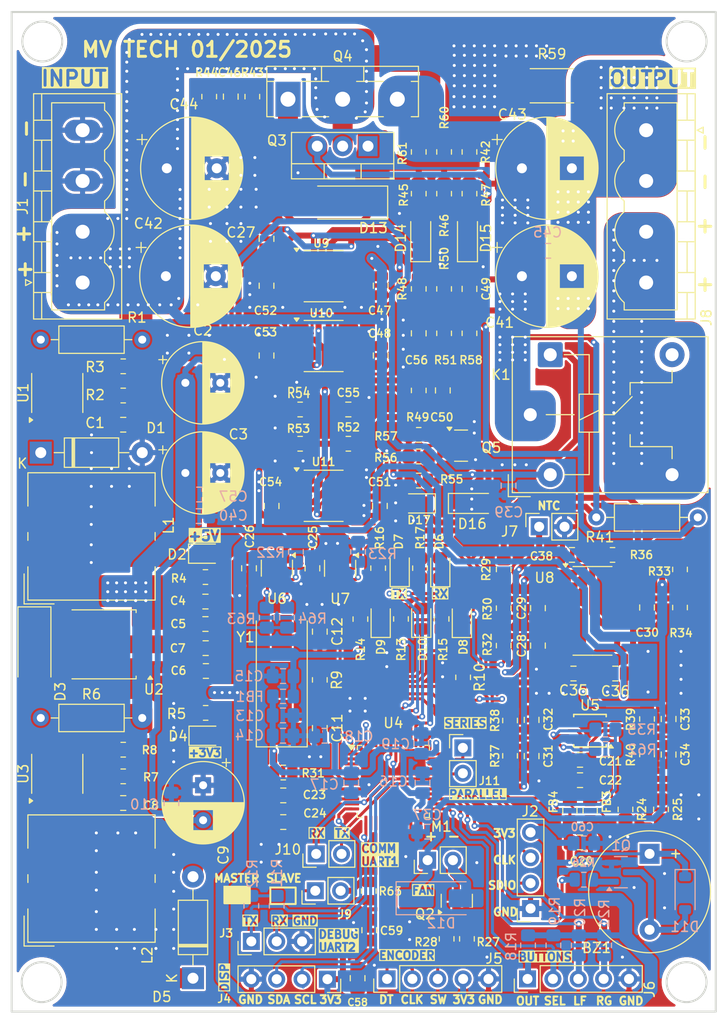
<source format=kicad_pcb>
(kicad_pcb (version 20240108) (generator "pcbnew") (generator_version "8.0")
  (layers (0 "F.Cu" signal) (31 "B.Cu" signal) (34 "B.Paste" user) (35 "F.Paste" user) (36 "B.SilkS" user "B.Silkscreen") (37 "F.SilkS" user "F.Silkscreen") (38 "B.Mask" user) (39 "F.Mask" user) (44 "Edge.Cuts" user))
  (net 0 "")
  (net 1 "Net-(BZ1--)")
  (net 2 "+5V_MASTER")
  (net 3 "Net-(U1-TC)")
  (net 4 "GND_M")
  (net 5 "+3V3_MASTER")
  (net 6 "-5V_MASTER")
  (net 7 "Net-(U3-TC)")
  (net 8 "Net-(C11-Pad1)")
  (net 9 "/MCU_MASTER/MODE")
  (net 10 "Net-(U4-PD0)")
  (net 11 "+3V3_MASTER_MCU")
  (net 12 "GND_M_ADC")
  (net 13 "+3V3_MASTER_ADC")
  (net 14 "Net-(D12-A)")
  (net 15 "Net-(J7-Pin_1)")
  (net 16 "Net-(U8A-+)")
  (net 17 "Net-(U8D-+)")
  (net 18 "ADC_VOLTAGE_OUT_READ_M")
  (net 19 "ADC_TEMP_READ_M")
  (net 20 "ADC_CURRENT_READ_M")
  (net 21 "ADC_VOLTAGE_INPUT_READ_M")
  (net 22 "Net-(U4-NRST)")
  (net 23 "VOLTAGE_INPUT_READ_M")
  (net 24 "/REG_POWER_SUPPLY/M_GND_OUT")
  (net 25 "Net-(C46-Pad2)")
  (net 26 "Net-(D13-K)")
  (net 27 "Net-(C49-Pad2)")
  (net 28 "Net-(D15-K)")
  (net 29 "Net-(U11--)")
  (net 30 "Net-(U11-+)")
  (net 31 "Net-(D1-K)")
  (net 32 "Net-(D2-A)")
  (net 33 "Net-(D4-A)")
  (net 34 "Net-(D5-K)")
  (net 35 "/MCU_MASTER/LED_M_RX")
  (net 36 "Net-(D6-A)")
  (net 37 "/MCU_MASTER/LED_M_TX")
  (net 38 "Net-(D7-A)")
  (net 39 "/MCU_MASTER/LED_M_MCU_STATUS")
  (net 40 "Net-(D8-A)")
  (net 41 "Net-(D9-A)")
  (net 42 "/MCU_MASTER/LED_M_ST1")
  (net 43 "Net-(D10-A)")
  (net 44 "/MCU_MASTER/LED_M_ST2")
  (net 45 "Net-(D13-A)")
  (net 46 "Net-(D14-A)")
  (net 47 "Net-(D14-K)")
  (net 48 "Net-(D15-A)")
  (net 49 "Net-(D16-A)")
  (net 50 "Net-(D17-A)")
  (net 51 "/MCU_MASTER/SWCLK_MASTER")
  (net 52 "/MCU_MASTER/SWDIO_MASTER")
  (net 53 "/MCU_MASTER/USART2_RX")
  (net 54 "/MCU_MASTER/USART2_TX")
  (net 55 "I2C1_SDA_MASTER")
  (net 56 "I2C1_SCL_MASTER")
  (net 57 "ENC_M_CLK")
  (net 58 "ENC_M_DT")
  (net 59 "ENC_M_SW")
  (net 60 "HMI_M_BT_RIGHT")
  (net 61 "HMI_M_BT_OUT_STATE")
  (net 62 "HMI_M_BT_CC{slash}CV")
  (net 63 "HMI_M_BT_LEFT")
  (net 64 "Net-(J8-Pin_3)")
  (net 66 "Net-(Q1-B)")
  (net 67 "Net-(Q2-B)")
  (net 68 "Net-(Q5-B)")
  (net 69 "Net-(U1-DC)")
  (net 70 "Net-(U1-Vfb)")
  (net 71 "Net-(U3-DC)")
  (net 72 "Net-(U3-Vfb)")
  (net 73 "Net-(U4-PD1)")
  (net 74 "Net-(U4-BOOT0)")
  (net 75 "Net-(U6-A0)")
  (net 76 "Net-(U7-A0)")
  (net 77 "/DAC_ADC_MASTER/ADD_ADC_M")
  (net 78 "PWM_BUZZER_MASTER")
  (net 79 "PWM_FAN_MASTER")
  (net 80 "VOLTAGE_OUT_READ_M")
  (net 81 "CURRENT_READ_M")
  (net 82 "RELAY_OUT_M")
  (net 84 "Net-(U8C-+)")
  (net 85 "DAC_CTRL_VOLTAGE_M")
  (net 86 "Net-(U8A--)")
  (net 87 "Net-(U8B--)")
  (net 88 "Net-(U8C--)")
  (net 89 "Net-(U8D--)")
  (net 90 "Net-(U9--)")
  (net 91 "Net-(R53-Pad1)")
  (net 92 "/MCU_MASTER/USART1_TX")
  (net 95 "DAC_CTRL_CURRENT_M")
  (net 97 "/MCU_MASTER/RELAY_PARALLEL")
  (net 102 "/MCU_MASTER/RELAY_SERIES")
  (net 103 "Net-(J9-Pin_2)")
  (net 104 "/MCU_MASTER/USART1_RX")
  (footprint "LED_SMD:LED_0805_2012Metric_Pad1.15x1.40mm_HandSolder" (layer "F.Cu") (at 140.384 112.1875 90)
    (property "Reference" "D10")
    (property "Value" "LED_M_ST2")
  )
  (footprint "Package_SO:SOIC-8_3.9x4.9mm_P1.27mm" (layer "F.Cu") (at 103.935 89.604 90)
    (property "Reference" "U1")
    (property "Value" "MC33063AD")
  )
  (footprint "Resistor_SMD:R_0805_2012Metric" (layer "F.Cu") (at 159.535 105.804 180)
    (property "Reference" "R36")
    (property "Value" "10k")
  )
  (footprint "Capacitor_SMD:C_0805_2012Metric_Pad1.18x1.45mm_HandSolder" (layer "F.Cu") (at 133.08 91.255)
    (property "Reference" "C55")
    (property "Value" "470nF")
  )
  (footprint "Connector_Phoenix_MSTB:PhoenixContact_MSTBVA_2,5_4-G-5,08_1x04_P5.08mm_Vertical" (layer "F.Cu") (at 106.475 78.555 90)
    (property "Reference" "J1")
    (property "Value" "MASTER_V_INPUT")
  )
  (footprint "Resistor_SMD:R_0805_2012Metric_Pad1.20x1.40mm_HandSolder" (layer "F.Cu") (at 140.13 79.19 90)
    (property "Reference" "R48")
    (property "Value" "10r")
  )
  (footprint "Capacitor_SMD:C_0805_2012Metric" (layer "F.Cu") (at 162.99 111.067 -90)
    (property "Reference" "C30")
    (property "Value" "100nf")
  )
  (footprint "Resistor_SMD:R_0805_2012Metric" (layer "F.Cu") (at 162.99 122.2195 -90)
    (property "Reference" "R39")
    (property "Value" "10k")
  )
  (footprint "Package_SO:SOIC-8_3.9x4.9mm_P1.27mm" (layer "F.Cu") (at 130.605 84.905)
    (property "Reference" "U10")
    (property "Value" "TL081")
  )
  (footprint "Capacitor_SMD:C_0805_2012Metric_Pad1.18x1.45mm_HandSolder" (layer "F.Cu") (at 135.1764 143.3452 90)
    (property "Reference" "C59")
    (property "Value" "4.7uF")
  )
  (footprint "Resistor_THT:R_Axial_DIN0207_L6.3mm_D2.5mm_P10.16mm_Horizontal" (layer "F.Cu") (at 102.284 122.116)
    (property "Reference" "R6")
    (property "Value" "0.33R")
  )
  (footprint "Capacitor_SMD:C_0805_2012Metric" (layer "F.Cu") (at 151.433 122.309 90)
    (property "Reference" "C32")
    (property "Value" "1uF")
  )
  (footprint "Capacitor_SMD:C_0805_2012Metric_Pad1.18x1.45mm_HandSolder" (layer "F.Cu") (at 134.008 148.1497 90)
    (property "Reference" "C58")
    (property "Value" "100nF")
  )
  (footprint "Connector_PinHeader_2.54mm:PinHeader_1x05_P2.54mm_Vertical" (layer "F.Cu") (at 136.955 148.222 90)
    (property "Reference" "J5")
    (property "Value" "ENCODER_M")
  )
  (footprint "Resistor_SMD:R_0805_2012Metric_Pad1.20x1.40mm_HandSolder" (layer "F.Cu") (at 138.352 112.21 90)
    (property "Reference" "R13")
    (property "Value" "1K")
  )
  (footprint "Resistor_SMD:R_0805_2012Metric_Pad1.20x1.40mm_HandSolder" (layer "F.Cu") (at 145.21 83.635 -90)
    (property "Reference" "R58")
    (property "Value" "10K")
  )
  (footprint "Connector_PinSocket_2.54mm:PinSocket_1x04_P2.54mm_Vertical" (layer "F.Cu") (at 151.329 141.179 180)
    (property "Reference" "J2")
    (property "Value" "PROGRAM")
  )
  (footprint "Package_TO_SOT_SMD:TO-252-3_TabPin2" (layer "F.Cu") (at 108.521 114.751 180)
    (property "Reference" "U2")
    (property "Value" "LM1117MP-3.3")
  )
  (footprint "LED_SMD:LED_0805_2012Metric_Pad1.15x1.40mm_HandSolder" (layer "F.Cu") (at 138.225 107.1075 90)
    (property "Reference" "D7")
    (property "Value" "LED_M_TX")
  )
  (footprint "Capacitor_SMD:C_0805_2012Metric" (layer "F.Cu") (at 145.21 79.19 -90)
    (property "Reference" "C49")
    (property "Value" "10pF")
  )
  (footprint "Resistor_SMD:R_0805_2012Metric" (layer "F.Cu") (at 166.292 107.257 -90)
    (property "Reference" "R33")
    (property "Value" "220K")
  )
  (footprint "LED_SMD:LED_0805_2012Metric" (layer "F.Cu") (at 118.768 105.677)
    (property "Reference" "D2")
    (property "Value" "5V")
  )
  (footprint "Resistor_SMD:R_0805_2012Metric" (layer "F.Cu") (at 148.639 107.257 -90)
    (property "Reference" "R29")
    (property "Value" "220K")
  )
  (footprint "Capacitor_SMD:C_0805_2012Metric" (layer "F.Cu") (at 136.32 85.86 -90)
    (property "Reference" "C48")
    (property "Value" "100nF")
  )
  (footprint "Capacitor_SMD:C_0805_2012Metric_Pad1.18x1.45mm_HandSolder" (layer "F.Cu") (at 156.2805 126.307)
    (property "Reference" "C21")
    (property "Value" "4.7uF")
  )
  (footprint "Connector_PinHeader_2.54mm:PinHeader_1x02_P2.54mm_Vertical" (layer "F.Cu") (at 129.77 139.401 90)
    (property "Reference" "J9")
    (property "Value" "MODE")
  )
  (footprint "Resistor_THT:R_Axial_DIN0207_L6.3mm_D2.5mm_P10.16mm_Horizontal" (layer "F.Cu") (at 157.91 102.05)
    (property "Reference" "R41")
    (property "Value" "4K7")
  )
  (footprint "Resistor_SMD:R_0805_2012Metric_Pad1.20x1.40mm_HandSolder" (layer "F.Cu") (at 140.257 107.13 90)
    (property "Reference" "R17")
    (property "Value" "1K")
  )
  (footprint "Package_SO:SOIC-8_3.9x4.9mm_P1.27mm" (layer "F.Cu") (at 130.605 77.92)
    (property "Reference" "U9")
    (property "Value" "TL081")
  )
  (footprint "Resistor_SMD:R_0805_2012Metric_Pad1.20x1.40mm_HandSolder" (layer "F.Cu") (at 140.13 69.665 90)
    (property "Reference" "R45")
    (property "Value" "100R")
  )
  (footprint "Capacitor_SMD:C_0805_2012Metric" (layer "F.Cu") (at 136.239 100.907 -90)
    (property "Reference" "C51")
    (property "Value" "100nF")
  )
  (footprint "Capacitor_SMD:C_0805_2012Metric" (layer "F.Cu") (at 165.149 122.2195 90)
    (property "Reference" "C33")
    (property "Value" "1uF")
  )
  (footprint "Resistor_SMD:R_0805_2012Metric_Pad1.20x1.40mm_HandSolder" (layer "F.Cu") (at 134.288 112.226 90)
    (property "Reference" "R14")
    (property "Value" "1K")
  )
  (footprint "Capacitor_THT:CP_Radial_D10.0mm_P5.00mm" (layer "F.Cu") (at 150.462323 77.92)
    (property "Reference" "C41")
    (property "Value" "470uF")
  )
  (footprint "Resistor_SMD:R_0805_2012Metric_Pad1.20x1.40mm_HandSolder" (layer "F.Cu") (at 160.831 131.26 -90)
    (property "Reference" "R24")
    (property "Value" "10K")
  )
  (footprint "Resistor_SMD:R_0805_2012Metric_Pad1.20x1.40mm_HandSolder" (layer "F.Cu") (at 145.21 65.49 -90)
    (property "Reference" "R42")
    (property "Value" "33k")
  )
  (footprint "Capacitor_THT:CP_Radial_D10.0mm_P5.00mm" (layer "F.Cu") (at 114.902323 67.125)
    (property "Reference" "C44")
    (property "Value" "470uF")
  )
  (footprint "Resistor_SMD:R_0805_2012Metric_Pad1.20x1.40mm_HandSolder" (layer "F.Cu") (at 110.539 127.958 180)
    (property "Reference" "R7")
    (property "Value" "1K2")
  )
  (footprint "Capacitor_SMD:C_0805_2012Metric_Pad1.18x1.45mm_HandSolder" (layer "F.Cu") (at 118.817 117.417)
    (property "Reference" "C6")
    (property "Value" "100nF ")
  )
  (footprint "Capacitor_THT:CP_Radial_D8.0mm_P3.50mm" (layer "F.Cu") (at 118.54 128.845349 -90)
    (property "Reference" "C9")
    (property "Value" "330uF 25V")
  )
  (footprint "Resistor_SMD:R_0805_2012Metric_Pad1.20x1.40mm_HandSolder" (layer "F.Cu") (at 118.7725 108.019)
    (property "Reference" "R4")
    (property "Value" "1K2")
  )
  (footprint "Crystal:Crystal_SMD_HC49-SD" (layer "F.Cu") (at 126.414 118.306 90)
    (property "Reference" "Y1")
    (property "Value" "Crystal")
  )
  (footprint "Resistor_SMD:R_0805_2012Metric" (layer "F.Cu") (at 166.292 111.067 -90)
    (property "Reference" "R34")
    (property "Value" "27K")
  )
  (footprint "Resistor_SMD:R_0805_2012Metric" (layer "F.Cu") (at 162.99 125.7755 90)
    (property "Reference" "R40")
    (property "Value" "10k")
  )
  (footprint "Capacitor_SMD:C_0805_2012Metric" (layer "F.Cu") (at 151.433 125.926 -90)
    (property "Reference" "C31")
    (property "Value" "1uF")
  )
  (footprint "Resistor_SMD:R_0805_2012Metric_Pad1.20x1.40mm_HandSolder" (layer "F.Cu") (at 145.21 69.665 -90)
    (property "Reference" "R47")
    (property "Value" "10k")
  )
  (footprint "Diode_SMD:D_SOD-123" (layer "F.Cu") (at 145.464 100.653)
    (property "Reference" "D16")
    (property "Value" "1N4148W")
  )
  (footprint "Capacitor_SMD:C_0805_2012Metric_Pad1.18x1.45mm_HandSolder" (layer "F.Cu") (at 118.7725 112.718)
    (property "Reference" "C5")
    (property "Value" "1uF 25V")
  )
  (footprint "Package_TO_SOT_THT:TO-218-3_Vertical" (layer "F.Cu") (at 127.035 60.215)
    (property "Reference" "Q4")
    (property "Value" "TIP3055")
  )
  (footprint "LED_SMD:LED_0805_2012Metric_Pad1.15x1.40mm_HandSolder" (layer "F.Cu") (at 136.32 112.201 90)
    (property "Reference" "D9")
    (property "Value" "LED_M_ST1")
  )
  (footprint "Capacitor_THT:CP_Radial_D10.0mm_P5.00mm" (layer "F.Cu") (at 114.81 77.92)
    (property "Reference" "C42")
    (property "Value" "470uF")
  )
  (footprint "Capacitor_SMD:C_0805_2012Metric_Pad1.18x1.45mm_HandSolder" (layer "F.Cu") (at 126.5645 132.53 180)
    (property "Reference" "C24")
    (property "Value" "100nF")
  )
  (footprint "Connector_Phoenix_MSTB:PhoenixContact_MSTBVA_2,5_4-G-5,08_1x04_P5.08mm_Vertical" (layer "F.Cu") (at 162.9025 63.315 -90)
    (property "Reference" "J8")
    (property "Value" "OUTPUT MASTER")
  )
  (footprint "Resistor_SMD:R_0805_2012Metric" (layer "F.Cu") (at 126.5645 127.577 180)
    (property "Reference" "R31")
    (property "Value" "10K")
  )
  (footprint "Connector_PinSocket_2.54mm:PinSocket_1x04_P2.54mm_Vertical" (layer "F.Cu") (at 130.986 148.247 -90)
    (property "Reference" "J4")
    (property "Value" "DISP_M")
  )
  (footprint "Resistor_SMD:R_0805_2012Metric_Pad1.20x1.40mm_HandSolder" (layer "F.Cu") (at 110.539 86.937)
    (property "Reference" "R3")
    (property "Value" "1K2")
  )
  (footprint "Capacitor_SMD:C_0805_2012Metric" (layer "F.Cu") (at 125.398 100.907 -90)
    (property "Reference" "C54")
    (property "Value" "100nF")
  )
  (footprint "Capacitor_SMD:C_0805_2012Metric_Pad1.18x1.45mm_HandSolder" (layer "F.Cu") (at 156.2805 128.339)
    (property "Reference" "C22")
    (property "Value" "100nF")
  )
  (footprint "Package_SO:SOIC-8_3.9x4.9mm_P1.27mm" (layer "F.Cu") (at 103.935 127.704 90)
    (property "Reference" "U3")
    (property "Value" "MC33063AD")
  )
  (footprint "Connector_PinHeader_2.54mm:PinHeader_1x03_P2.54mm_Vertical" (layer "F.Cu") (at 123.366 144.468 90)
    (property "Reference" "J3")
    (property "Value" "DEBUG")
  )
  (footprint "Resistor_SMD:R_0805_2012Metric" (layer "F.Cu") (at 144.956 144.214 -90)
    (property "Reference" "R27")
    (property "Value" "1K")
  )
  (footprint "Capacitor_SMD:C_0805_2012Metric" (layer "F.Cu") (at 124.89 85.86 -90)
    (property "Reference" "C53")
    (property "Value" "100nF")
  )
  (footprint "Resistor_SMD:R_0805_2012Metric_Pad1.20x1.40mm_HandSolder" (layer "F.Cu") (at 128.254 94.684)
    (property "Reference" "R53")
    (property "Value" "10K")
  )
  (footprint "Resistor_SMD:R_0805_2012Metric_Pad1.20x1.40mm_HandSolder" (layer "F.Cu") (at 140.13 93.795 180)
    (property "Reference" "R57")
    (property "Value" "1k")
  )
  (footprint "Resistor_SMD:R_0805_2012Metric" (layer "F.Cu") (at 148.639 111.128 -90)
    (property "Reference" "R30")
    (property "Value" "27K")
  )
  (footprint "LED_SMD:LED_0805_2012Metric_Pad1.15x1.40mm_HandSolder" (layer "F.Cu") (at 142.289 107.13 90)
    (property "Reference" "D6")
    (property "Value" "LED_M_RX")
  )
  (footprint "Resistor_SMD:R_0805_2012Metric_Pad1.20x1.40mm_HandSolder" (layer "F.Cu") (at 110.539 125.291 180)
    (property "Reference" "R8")
    (property "Value" "3k6")
  )
  (footprint "Resistor_SMD:R_0805_2012Metric_Pad1.20x1.40mm_HandSolder" (layer "F.Cu") (at 142.67 83.635 90)
    (property "Reference" "R51")
    (property "Value" "100K")
  )
  (footprint "Connector_PinHeader_2.54mm:PinHeader_1x02_P2.54mm_Vertical" (layer "F.Cu") (at 129.861 135.718 90)
    (property "Reference" "J10")
    (property "Value" "COMM")
  )
  (footprint "LED_SMD:LED_0805_2012Metric" (layer "F.Cu") (at 140.11 100.653 180)
    (property "Reference" "D17")
    (property "Value" "OUT_ON")
  )
  (footprint "Capacitor_SMD:C_0805_2012Metric_Pad1.18x1.45mm_HandSolder" (layer "F.Cu") (at 130.224 113.48 -90)
    (property "Reference" "C12")
    (property "Value" "10pF")
  )
  (footprint "Diode_SMD:D_SOD-123" (layer "F.Cu") (at 145.01 74.11 90)
    (property "Reference" "D15")
    (property "Value" "1N4148W")
  )
  (footprint "Capacitor_SMD:C_0805_2012Metric" (layer "F.Cu") (at 152.068 114.877 -90)
    (property "Reference" "C28")
    (property "Value" "100nf")
  )
  (footprint "Capacitor_SMD:C_0805_2012Metric" (layer "F.Cu") (at 124.89 78.875 -90)
    (property "Reference" "C52")
    (property "Value" "100nF")
  )
  (footprint "Capacitor_SMD:C_0805_2012Metric_Pad1.18x1.45mm_HandSolder" (layer "F.Cu") (at 118.7725 110.4704)
    (property "Reference" "C4")
    (property "Value" "100nF 25V")
  )
  (footprint "Connector_PinHeader_2.54mm:PinHeader_1x05_P2.54mm_Vertical" (layer "F.Cu") (at 151.026 148.222 90)
    (property "Reference" "J6")
    (property "Value" "BUTONS_M")
  )
  (footprint "Capacitor_SMD:C_0805_2012Metric_Pad1.18x1.45mm_HandSolder" (layer "F.Cu") (at 140.13 83.635 90)
    (property "Reference" "C56")
    (property "Value" "150nF")
  )
  (footprint "Resistor_SMD:R_0805_2012Metric" (layer "F.Cu") (at 140.13 98.367)
    (property "Reference" "R55")
    (property "Value" "1k")
  )
  (footprint "Capacitor_SMD:C_0805_2012Metric_Pad1.18x1.45mm_HandSolder" (layer "F.Cu") (at 130.224 123.132 -90)
    (property "Reference" "C11")
    (property "Value" "10pF")
  )
  (footprint "Relay_THT:Relay_SPDT_Hongfa_HF3F-L-xx-1ZL1T" (layer "F.Cu") (at 153.2975 85.7725)
    (property "Reference" "K1")
    (property "Value" "RELAY_OUT_M")
  )
  (footprint "Resistor_SMD:R_0805_2012Metric" (layer "F.Cu") (at 142.924 144.214 -90)
    (property "Reference" "R28")
    (property "Value" "10K")
  )
  (footprint "Resistor_SMD:R_0805_2012Metric_Pad1.20x1.40mm_HandSolder" (layer "F.Cu") (at 123.467 59.957 90)
    (property "Reference" "R43")
    (property "Value" "300K")
  )
  (footprint "Capacitor_SMD:C_0805_2012Metric_Pad1.18x1.45mm_HandSolder" (layer "F.Cu") (at 123.135 107.143 -90)
    (property "Reference" "C26")
    (property "Value" "100nF")
  )
  (footprint "Resistor_SMD:R_2512_6332Metric_Pad1.40x3.35mm_HandSolder" (layer "F.Cu") (at 153.465 58.87 180)
    (property "Reference" "R59")
    (property "Value" "0.01")
  )
  (footprint "Capacitor_SMD:C_0805_2012Metric" (layer "F.Cu") (at 155.624 117.671 180)
    (property "Reference" "C35")
    (property "Value" "100nf")
  )
  (footprint "Resistor_SMD:R_0805_2012Metric" (layer "F.Cu") (at 149.274 122.37 -90)
    (property "Reference" "R38")
    (property "Value" "10k")
  )
  (footprint "Capacitor_SMD:C_0805_2012Metric" (layer "F.Cu") (at 124.89 74.181 -90)
    (property "Reference" "C27")
    (property "Value" "10pF")
  )
  (footprint "Capacitor_SMD:C_0805_2012Metric_Pad1.18x1.45mm_HandSolder" (layer "F.Cu") (at 110.539 92.779)
    (property "Reference" "C1")
    (property "Value" "470pF")
  )
  (footprint "Resistor_SMD:R_0805_2012Metric_Pad1.20x1.40mm_HandSolder" (layer "F.Cu") (at 164.387 131.26 90)
    (property "Reference" "R25")
    (property "Value" "10K")
  )
  (footprint "Capacitor_SMD:C_0805_2012Metric" (layer "F.Cu") (at 165.149 125.7755 -90)
    (property "Reference" "C34")
    (property "Value" "1uF")
  )
  (footprint "Resistor_SMD:R_0805_2012Metric_Pad1.20x1.40mm_HandSolder" (layer "F.Cu") (at 110.539 89.858 180)
    (property "Reference" "R2")
    (property "Value" "3K6")
  )
  (footprint "Resistor_SMD:R_0805_2012Metric" (layer "F.Cu") (at 148.639 114.877 90)
    (property "Reference" "R32")
    (property "Value" "10K")
  )
  (footprint "Resistor_THT:R_Axial_DIN0207_L6.3mm_D2.5mm_P10.16mm_Horizontal" (layer "F.Cu") (at 102.284 84.27)
    (property "Reference" "R1")
    (property "Value" "0.33R")
  )
  (footprint "Resistor_SMD:R_0805_2012Metric_Pad1.20x1.40mm_HandSolder" (layer "F.Cu") (at 128.254 91.255 180)
    (property "Reference" "R54")
    (property "Value" "560R")
  )
  (footprint "Resistor_SMD:R_0805_2012Metric_Pad1.20x1.40mm_HandSolder" (layer "F.Cu") (at 140.13 95.954 180)
    (property "Reference" "R56")
    (property "Value" "100k")
  )
  (footprint "Resistor_SMD:R_0805_2012Metric_Pad1.20x1.40mm_HandSolder" (layer "F.Cu") (at 140.13 65.49 -90)
    (property "Reference" "R61")
    (property "Value" "33k")
  )
  (footprint "Resistor_SMD:R_0805_2012Metric_Pad1.20x1.40mm_HandSolder" (layer "F.Cu") (at 133.08 94.684)
    (property "Reference" "R52")
    (property "Value" "100K")
  )
  (footprint "Resistor_SMD:R_0805_2012Metric_Pad1.20x1.40mm_HandSolder" (layer "F.Cu") (at 142.67 79.19 -90)
    (property "Reference" "R50")
    (property "Value" "15K")
  )
  (footprint "Connector_PinHeader_2.54mm:PinHeader_1x02_P2.54mm_Vertical" (layer "F.Cu") (at 144.549 125.108)
    (property "Reference" "J11")
    (property "Value" "OUT_MODE")
  )
  (footprint "Capacitor_SMD:C_0805_2012Metric" (layer "F.Cu") (at 155.471 105.804 180)
    (property "Reference" "C38")
    (property "Value" "100nf")
  )
  (footprint "Inductor_SMD:L_0805_2012Metric_Pad1.15x1.40mm_HandSolder" (layer "F.Cu") (at 155.2645 131.387 90)
    (property "Reference" "FB4")
    (property "Value" "100Mhz   25Ohm")
  )
  (footprint "LED_SMD:LED_0805_2012Metric" (layer "F.Cu") (at 118.814 123.894)
    (property "Reference" "D4")
    (property "Value" "3.3V")
  )
  (footprint "Resistor_SMD:R_0805_2012Metric_Pad1.20x1.40mm_HandSolder" (layer "F.Cu") (at 118.794 121.608)
    (property "Reference" "R5")
    (property "Value" "1K2")
  )
  (footprint "Package_TO_SOT_SMD:SOT-23-6" (layer "F.Cu") (at 125.929 107.13 -90)
    (property "Reference" "U6")
    (property "Value" "MCP4725xxx-xCH")
  )
  (footprint "Diode_SMD:D_SMA_Handsoldering" (layer "F.Cu") (at 132.51 70.554 180)
    (property "Reference" "D13")
    (property "Value" "1n4007")
  )
  (footprint "Inductor_SMD:L_Bourns_SRF1260" (layer "F.Cu") (at 107.364 103.955 90)
    (property "Reference" "L1")
    (property "Value" "220uH")
  )
  (footprint "Capacitor_SMD:C_0805_2012Metric_Pad1.18x1.45mm_HandSolder" (layer "F.Cu") (at 110.539 130.625)
    (property "Reference" "C8")
    (property "Value" "270pF")
  )
  (footprint "Resistor_SMD:R_0805_2012Metric_Pad1.20x1.40mm_HandSolder" (layer "F.Cu") (at 119.149 59.957 -90)
    (property "Reference" "R44")
    (property "Value" "22r")
  )
  (footprint "Capacitor_THT:CP_Radial_D8.0mm_P3.50mm" (layer "F.Cu") (at 116.760349 97.605)
    (property "Reference" "C3")
    (property "Value" "330uF 25V")
  )
  (footprint "Package_SO:SOIC-14_3.9x8.7mm_P1.27mm" (layer "F.Cu") (at 157.529 111.401)
    (property "Reference" "U8")
    (property "Value" "TL084")
  )
  (footprint "Capacitor_SMD:C_0805_2012Metric_Pad1.18x1.45mm_HandSolder" (layer "F.Cu") (at 121.308 59.957 90)
    (property "Reference" "C46")
    (property "Value" "22pF")
  )
  (footprint "Package_TO_SOT_THT:TO-220-3_Vertical" (layer "F.Cu") (at 135.05 64.91 180)
    (property "Reference" "Q3")
    (property "Value" "TIP41C")
  )
  (footprint "Resistor_SMD:R_0805_2012Metric" (layer "F.Cu") (at 135.1256 139.4336 -90)
    (property "Reference" "R65")
    (property "Value" "10K")
  )
  (footprint "Package_TO_SOT_SMD:SOT-23-6" (layer "F.Cu") (at 132.256 107.143 -90)
    (property "Reference" "U7")
    (property "Value" "MCP4725xxx-xCH")
  )
  (footprint "Resistor_SMD:R_0805_2012Metric_Pad1.20x1.40mm_HandSolder" (layer "F.Cu") (at 142.67 69.665 90)
    (property "Reference" "R46")
    (property "Value" "100R")
  )
  (footprint "Inductor_SMD:L_Bourns_SRF1260" (layer "F.Cu") (at 107.364 138.182 90)
    (property "Reference" "L2")
    (property "Value" "33uH")
  )
  (footprint "Diode_THT:D_DO-41_SOD81_P10.16mm_Horizontal" (layer "F.Cu") (at 117.524 148.151 90)
    (property "Reference" "D5")
    (property "Value" "UF4007")
  )
  (footprint "Package_SO:SOIC-8_3.9x4.9mm_P1.27mm" (layer "F.Cu") (at 130.605 99.891)
    (property "Reference" "U11")
    (property "Value" "TL081")
  )
  (footprint "Resistor_SMD:R_0805_2012Metric_Pad1.20x1.40mm_HandSolder" (layer "F.Cu") (at 140.13 89.35 90)
    (property "Reference" "R49")
    (property "Value" "550K")
  )
  (footprint "Diode_THT:D_DO-41_SOD81_P10.16mm_Horizontal" (layer "F.Cu") (at 102.284 95.573)
    (property "Reference" "D1")
    (property "Value" "UF4007")
  )
  (footprint "Package_TO_SOT_SMD:SOT-23" (layer "F.Cu") (at 143.94 140.404 90)
    (property "Reference" "Q2")
    (property "Value" "BC817")
  )
  (footprint "Package_TO_SOT_SMD:SOT-23" (layer "F.Cu") (at 144.3695 94.872)
    (property "Reference" "Q5")
    (property "Value" "BC817")
  )
  (footprint "Connector_PinHeader_2.54mm:PinHeader_1x02_P2.54mm_Vertical" (layer "F.Cu") (at 141.014 136.34 90)
    (property "Reference" "M1")
    (property "Value" "Fan")
  )
  (footprint "Capacitor_THT:CP_Radial_D8.0mm_P3.50mm" (layer "F.Cu") (at 116.760349 88.588)
    (property "Reference" "C2")
    (property "Value" "330uF 25V")
  )
  (footprint "Package_QFP:LQFP-48_7x7mm_P0.5mm" (layer "F.Cu") (at 137.59 128.466)
    (property "Reference" "U4")
    (property "Value" "STM32F103CBTx")
  )
  (footprint "Resistor_SMD:R_0805_2012Metric_Pad1.20x1.40mm_HandSolder" (layer "F.Cu") (at 130.224 118.306 90)
    (property "Reference" "R9")
    (property "Value" "100R")
  )
  (footprint "Capacitor_SMD:C_0805_2012Metric_Pad1.18x1.45mm_HandSolder" (layer "F.Cu") (at 118.794 115.131)
    (property "Reference" "C7")
    (property "Value" "4.7uF")
  )
  (footprint "Capacitor_SMD:C_0805_2012Metric" (layer "F.Cu") (at 159.815 117.671)
    (property "Reference" "C36")
    (property "Value" "100nf")
  )
  (footprint "Diode_SMD:D_SOD-123" (layer "F.Cu") (at 140.33 74.11 90)
    (property "Reference" "D14")
    (property "Value" "1N4148W")
  )
  (footprint "Capacitor_SMD:C_0805_2012Metric" (layer "F.Cu") (at 152.068 111.128 -90)
    (property "Reference" "C29")
    (property "Value" "100nf")
  )
  (footprint "Buzzer_Beeper:Buzzer_12x9.5RM7.6" (layer "F.Cu") (at 163.244 135.705 -90)
    (property "Reference" "BZ1")
    (property "Value" "Buzzer")
  )
  (footprint "Inductor_SMD:L_0805_2012Metric_Pad1.15x1.40mm_HandSolder" (layer "F.Cu") (at 157.2965 131.387 90)
    (property "Reference" "FB3")
    (property "Value" "100Mhz   25Ohm")
  )
  (footprint "Resistor_SMD:R_0805_2012Metric_Pad1.20x1.40mm_HandSolder" (layer "F.Cu") (at 136.066 107.13 90)
    (property "Reference" "R16")
    (property "Value" "1K")
  )
  (footprint "Resistor_SMD:R_0805_2012Metric" (layer "F.Cu") (at 144.575 118.052 -90)
    (property "Reference" "R10")
    (property "Value" "100R")
  )
  (footprint "Connector_PinSocket_2.54mm:PinSocket_1x02_P2.54mm_Vertical" (layer "F.Cu") (at 152.189 102.985 90)
    (property "Reference" "J7")
    (property "Value" "NTC")
  )
  (footprint "Capacitor_SMD:C_0805_2012Metric_Pad1.18x1.45mm_HandSolder" (layer "F.Cu") (at 129.485 107.143 -90)
    (property "Reference" "C25")
    (property "Value" "100nF")
  )
  (footprint "Capacitor_SMD:C_0805_2012Metric" (layer "F.Cu") (at 136.32 78.875 -90)
    (property "Reference" "C47")
    (property "Value" "100nF")
  )
  (footprint "Resistor_SMD:R_0805_2012Metric_Pad1.20x1.40mm_HandSolder" (layer "F.Cu") (at 142.67 65.49 -90)
    (property "Reference" "R60")
    (property "Value" "33k")
  )
  (footprint "Resistor_SMD:R_0805_2012Metric_Pad1.20x1.40mm_HandSolder" (layer "F.Cu") (at 142.416 112.21 90)
    (property "Reference" "R15")
    (property "Value" "1K")
  )
  (footprint "Diode_SMD:D_SMA_Handsoldering" (layer "F.Cu") (at 101.649 115.512 -90)
    (property "Reference" "D3")
    (property "Value" "1n4007")
  )
  (footprint "LED_SMD:LED_0805_2012Metric_Pad1.15x1.40mm_HandSolder" (layer "F.Cu") (at 144.448 112.21 90)
    (property "Reference" "D8")
    (property "Value" "LED_M_MCU_STATUS")
  )
  (footprint "Capacitor_SMD:C_0805_2012Metric_Pad1.18x1.45mm_HandSolder" (layer "F.Cu") (at 126.5645 129.863)
    (property "Reference" "C23")
    (property "Value" "10pF")
  )
  (footprint "Package_SO:TSSOP-10_3x3mm_P0.5mm" (layer "F.Cu") (at 157.275 123.386 180)
    (property "Reference" "U5")
    (property "Value" "ADS1115IDGS")
  )
  (footprint "Resistor_SMD:R_0805_2012Metric" (layer "F.Cu") (at 149.274 125.9025 90)
    (property "Reference" "R37")
    (property "Value" "10k")
  )
  (footprint "Capacitor_THT:CP_Radial_D10.0mm_P5.00mm" (layer "F.Cu") (at 150.462323 67.125)
    (property "Reference" "C43")
    (property "Value" "470uF")
  )
  (footprint "Capacitor_SMD:C_0805_2012Metric_Pad1.18x1.45mm_HandSolder" (layer "F.Cu") (at 142.543 89.35 90)
    (property "Reference" "C50")
    (property "Value" "470nF")
  )
  (footprint "Capacitor_SMD:C_0805_2012Metric_Pad1.18x1.45mm_HandSolder" (layer "F.Cu") (at 156.2805 134.562)
    (property "Reference" "C20")
    (property "Value" "100nF")
  )
  (footprint "Capacitor_SMD:C_0805_2012Metric_Pad1.18x1.45mm_HandSolder" (layer "B.Cu") (at 115.365 130.625 90)
    (property "Reference" "C10")
    (property "Value" "100nF 25V")
  )
  (footprint "Capacitor_SMD:C_0805_2012Metric_Pad1.18x1.45mm_HandSolder" (layer "B.Cu") (at 130.706 123.894 180)
    (property "Reference" "C18")
    (property "Value" "100nF")
  )
  (footprint "Diode_SMD:D_SMA_Handsoldering" (layer "B.Cu") (at 142.376 140.15)
    (property "Reference" "D12")
    (property "Value" "1n4007")
  )
  (footprint "Resistor_SMD:R_0805_2012Metric_Pad1.20x1.40mm_HandSolder" (layer "B.Cu") (at 158.822 125.217)
    (property "Reference" "R62")
    (property "Value" "10K")
  )
  (footprint "Resistor_SMD:R_0805_2012Metric_Pad1.20x1.40mm_HandSolder" (layer "B.Cu") (at 126.945 112.08 90)
    (property "Reference" "R64")
    (property "Value" "10K")
  )
  (footprint "Resistor_SMD:R_0805_2012Metric_Pad1.20x1.40mm_HandSolder" (layer "B.Cu") (at 156.155 144.862 90)
    (property "Reference" "R20")
    (property "Value" "47K")
  )
  (footprint "Resistor_SMD:R_0805_2012Metric_Pad1.20x1.40mm_HandSolder" (layer "B.Cu") (at 151.075 144.862 90)
    (property "Reference" "R18")
    (property "Value" "47K")
  )
  (footprint "Resistor_SMD:R_0805_2012Metric_Pad1.20x1.40mm_HandSolder" (layer "B.Cu") (at 158.695 144.862 90)
    (property "Reference" "R21")
    (property "Value" "47K")
  )
  (footprint "Resistor_SMD:R_0805_2012Metric_Pad1.20x1.40mm_HandSolder" (layer "B.Cu") (at 134.057 105.492 -90)
    (property "Reference" "R23")
    (property "Value" "10K")
  )
  (footprint "Resistor_SMD:R_0805_2012Metric_Pad1.20x1.40mm_HandSolder" (layer "B.Cu") (at 127.834 105.492 90)
    (property "Reference" "R22")
    (property "Value" "10K")
  )
  (footprint "Capacitor_SMD:C_0805_2012Metric_Pad1.18x1.45mm_HandSolder" (layer "B.Cu") (at 140.384 124.656 90)
    (property "Reference" "C19")
    (property "Value" "100nF")
  )
  (footprint "Capacitor_SMD:C_0805_2012Metric_Pad1.18x1.45mm_HandSolder" (layer "B.Cu") (at 118.1115 101.922)
    (property "Reference" "C40")
    (property "Value" "100nF 25V")
  )
  (footprint "Diode_SMD:D_SOD-123" (layer "B.Cu") (at 166.8 139.642 -90)
    (property "Reference" "D11")
    (property "Value" "1N4148W")
  )
  (footprint "Capacitor_SMD:C_0805_2012Metric" (layer "B.Cu") (at 149.121 98.88 90)
    (property "Reference" "C39")
    (property "Value" "4.7uF")
  )
  (footprint "Capacitor_SMD:C_0805_2012Metric" (layer "B.Cu") (at 153.084 75.38)
    (property "Reference" "C45")
    (property "Value" "100nF")
  )
  (footprint "Package_TO_SOT_SMD:SOT-23" (layer "B.Cu") (at 160.3715 137.544)
    (property "Reference" "Q1")
    (property "Value" "BC817")
  )
  (footprint "Capacitor_SMD:C_0805_2012Metric_Pad1.18x1.45mm_HandSolder" (layer "B.Cu") (at 126.541 121.862)
    (property "Reference" "C13")
    (property "Value" "4.7uF")
  )
  (footprint "Inductor_SMD:L_0805_2012Metric_Pad1.15x1.40mm_HandSolder" (layer "B.Cu") (at 126.541 119.957 180)
    (property "Reference" "FB1")
    (property "Value" "100Mhz   25Ohm")
  )
  (footprint "Resistor_SMD:R_0805_2012Metric_Pad1.20x1.40mm_HandSolder" (layer "B.Cu") (at 158.822 123.272)
    (property "Reference" "R35")
    (property "Value" "10K")
  )
  (footprint "Resistor_SMD:R_0805_2012Metric_Pad1.20x1.40mm_HandSolder" (layer "B.Cu") (at 153.615 144.862 90)
    (property "Reference" "R19")
    (property "Value" "47K")
  )
  (footprint "Capacitor_SMD:C_0805_2012Metric_Pad1.18x1.45mm_HandSolder" (layer "B.Cu") (at 133.373 128.593 -90)
    (property "Reference" "C17")
    (property "Value" "100nF")
  )
  (footprint "Resistor_SMD:R_0805_2012Metric_Pad1.20x1.40mm_HandSolder" (layer "B.Cu") (at 124.913 112.08 90)
    (property "Reference" "R63")
    (property "Value" "10K")
  )
  (footprint "Capacitor_SMD:C_0805_2012Metric_Pad1.18x1.45mm_HandSolder" (layer "B.Cu") (at 140.993 133.49 180)
    (property "Reference" "C37")
    (property "Value" "100nF")
  )
  (footprint "Capacitor_SMD:C_0805_2012Metric_Pad1.18x1.45mm_HandSolder" (layer "B.Cu") (at 156.6648 134.6584)
    (property "Reference" "C60")
    (property "Value" "100nF")
  )
  (footprint "Capacitor_SMD:C_0805_2012Metric_Pad1.18x1.45mm_HandSolder" (layer "B.Cu") (at 126.541 117.925 180)
    (property "Reference" "C15")
    (property "Value" "100nF")
  )
  (footprint "Resistor_SMD:R_0805_2012Metric" (layer "B.Cu") (at 156.6648 138.2958)
    (property "Reference" "R26")
    (property "Value" "1K")
  )
  (footprint "Capacitor_SMD:C_0805_2012Metric_Pad1.18x1.45mm_HandSolder" (layer "B.Cu") (at 140.511 128.593 90)
    (property "Reference" "C16")
    (property "Value" "100nF")
  )
  (footprint "Resistor_SMD:R_0805_2012Metric_Pad1.20x1.40mm_HandSolder" (layer "B.Cu") (at 125.906 140.912 90)
    (property "Reference" "R11")
    (property "Value" "10K")
  )
  (footprint "Capacitor_SMD:C_0805_2012Metric_Pad1.18x1.45mm_HandSolder" (layer "B.Cu") (at 126.541 123.894)
    (property "Reference" "C14")
    (property "Value" "100nF")
  )
  (footprint "Capacitor_SMD:C_0805_2012Metric_Pad1.18x1.45mm_HandSolder" (layer "B.Cu") (at 118.1545 99.763)
    (property "Reference" "C57")
    (property "Value" "4,7uF")
  )
  (footprint "Resistor_SMD:R_0805_2012Metric_Pad1.20x1.40mm_HandSolder" (layer "B.Cu") (at 123.366 140.912 90)
    (property "Reference" "R12")
    (property "Value" "10K")
  )
  (gr_rect (start 120.673 139.0015) (end 123.213 140.6525) (stroke (width 0.2)) (fill solid) (layer "F.SilkS"))
  (gr_rect (start 125.268 139.078) (end 127.808 140.729) (stroke (width 0.2)) (fill none) (layer "F.SilkS"))
  (gr_circle (center 102.37 148.545) (end 104.37 148.545) (stroke (width 0.2)) (fill none) (layer "Edge.Cuts"))
  (gr_rect (start 99.37 51.49) (end 169.87 151.49) (stroke (width 0.2)) (fill none) (layer "Edge.Cuts"))
  (gr_circle (center 166.95 148.545) (end 168.95 148.545) (stroke (width 0.2)) (fill none) (layer "Edge.Cuts"))
  (gr_circle (center 166.95 54.438) (end 168.95 54.438) (stroke (width 0.2)) (fill none) (layer "Edge.Cuts"))
  (gr_circle (center 102.434 54.438) (end 104.434 54.438) (stroke (width 0.2)) (fill none) (layer "Edge.Cuts"))
  (gr_text "RX" (at 125.245 142.888 0) (layer "F.SilkS" knockout) (effects (font (size 0.8 0.8) (thickness 0.2) (bold yes)) (justify left bottom)))
  (gr_text "+" (at 101.369 74.816 90) (layer "F.SilkS") (effects (font (size 1.5 1.5) (thickness 0.3) (bold yes)) (justify left bottom)))
  (gr_text "3V3\n" (at 147.47 134.125 0) (layer "F.SilkS") (effects (font (size 0.8 0.8) (thickness 0.2) (bold yes)) (justify left bottom)))
  (gr_text "+\n" (at 169.568 74.054 90) (layer "F.SilkS") (effects (font (size 1.5 1.5) (thickness 0.3) (bold yes)) (justify left bottom)))
  (gr_text "PARALLEL" (at 143.0504 130.2388 0) (layer "F.SilkS" knockout) (effects (font (size 0.8 0.8) (thickness 0.2) (bold yes)) (justify left bottom)))
  (gr_text "-" (at 142.898 134.506 0) (layer "F.SilkS") (effects (font (size 1 1) (thickness 0.2) (bold yes)) (justify left bottom)))
  (gr_text "SLAVE\n" (at 124.737 138.6205 0) (layer "F.SilkS") (effects (font (size 0.8 0.8) (thickness 0.2) (bold yes)) (justify left bottom)))
  (gr_text "SERIES" (at 142.5932 123.1268 0) (layer "F.SilkS" knockout) (effects (font (size 0.8 0.8) (thickness 0.2) (bold yes)) (justify left bottom)))
  (gr_text "SW\n" (at 141.12 150.762 0) (layer "F.SilkS") (effects (font (size 0.8 0.8) (thickness 0.2) (bold yes)) (justify left bottom)))
  (gr_text "SEL\n" (at 152.55 150.889 0) (layer "F.SilkS") (effects (font (size 0.8 0.8) (thickness 0.2) (bold yes)) (justify left bottom)))
  (gr_text "+" (at 101.496 78.372 90) (layer "F.SilkS") (effects (font (size 1.5 1.5) (thickness 0.3) (bold yes)) (justify left bottom)))
  (gr_text "GND\n" (at 160.043 150.889 0) (layer "F.SilkS") (effects (font (size 0.8 0.8) (thickness 0.2) (bold yes)) (justify left bottom)))
  (gr_text "-" (at 169.568 69.609 90) (layer "F.SilkS") (effects (font (size 1.5 1.5) (thickness 0.3) (bold yes)) (justify left bottom)))
  (gr_text "INPUT\n" (at 102.1564 59.0172 0) (layer "F.SilkS" knockout) (effects (font (size 1.5 1.5) (thickness 0.3) (bold yes)) (justify left bottom)))
  (gr_text "GND\n" (at 121.943 150.762 0) (layer "F.SilkS") (effects (font (size 0.8 0.8) (thickness 0.2) (bold yes)) (justify left bottom)))
  (gr_text "+\n" (at 140.612 134.506 0) (layer "F.SilkS") (effects (font (size 1 1) (thickness 0.2) (bold yes)) (justify left bottom)))
  (gr_text "TX\n" (at 131.644 134.125 0) (layer "F.SilkS" knockout) (effects (font (size 0.8 0.8) (thickness 0.2) (bold yes)) (justify left bottom)))
  (gr_text "CLK" (at 147.47 136.792 0) (layer "F.SilkS") (effects (font (size 0.8 0.8) (thickness 0.2) (bold yes)) (justify left bottom)))
  (gr_text "COMM\nUART1\n" (at 134.262 136.9444 0) (layer "F.SilkS" knockout) (effects (font (size 0.8 0.8) (thickness 0.2) (bold yes)) (justify left bottom)))
  (gr_text "SDA\n" (at 124.864 150.762 0) (layer "F.SilkS") (effects (font (size 0.8 0.8) (thickness 0.2) (bold yes)) (justify left bottom)))
  (gr_text "DISP\n" (at 121.1556 149.5936 90) (layer "F.SilkS" knockout) (effects (font (size 0.8 0.8) (thickness 0.2) (bold yes)) (justify left bottom)))
  (gr_text "SDIO" (at 146.962 139.332 0) (layer "F.SilkS") (effects (font (size 0.8 0.8) (thickness 0.2) (bold yes)) (justify left bottom)))
  (gr_text "DT\n" (at 136.04 150.762 0) (layer "F.SilkS") (effects (font (size 0.8 0.8) (thickness 0.2) (bold yes)) (justify left bottom)))
  (gr_text "MV TECH 01/2025" (at 106.2204 56.1216 0) (layer "F.SilkS") (effects (font (size 1.5 1.5) (thickness 0.3) (bold yes)) (justify left bottom)))
  (gr_text "-" (at 101.623 64.275 90) (layer "F.SilkS") (effects (font (size 1.5 1.5) (thickness 0.3) (bold yes)) (justify left bottom)))
  (gr_text "GND\n" (at 127.404 142.888 0) (layer "F.SilkS" knockout) (effects (font (size 0.8 0.8) (thickness 0.2) (bold yes)) (justify left bottom)))
  (gr_text "+5V\n" (at 116.9392 104.4832 0) (layer "F.SilkS" knockout) (effects (font (size 1 1) (thickness 0.25) (bold yes)) (justify left bottom)))
  (gr_text "TX\n" (at 122.451 142.888 0) (layer "F.SilkS" knockout) (effects (font (size 0.8 0.8) (thickness 0.2) (bold yes)) (justify left bottom)))
  (gr_text "3V3" (at 130.071 150.762 0) (layer "F.SilkS") (effects (font (size 0.8 0.8) (thickness 0.2) (bold yes)) (justify left bottom)))
  (gr_text "FAN" (at 139.342 139.84 0) (layer "F.SilkS" knockout) (effects (font (size 0.8 0.8) (thickness 0.2) (bold yes)) (justify left bottom)))
  (gr_text "+\n" (at 169.568 79.896 90) (layer "F.SilkS") (effects (font (size 1.5 1.5) (thickness 0.3) (bold yes)) (justify left bottom)))
  (gr_text "RG" (at 157.757 150.889 0) (layer "F.SilkS") (effects (font (size 0.8 0.8) (thickness 0.2) (bold yes)) (justify left bottom)))
  (gr_text "RX\n" (at 141.3232 110.1728 0) (layer "F.SilkS" knockout) (effects (font (size 0.8 0.8) (thickness 0.2) (bold yes)) (justify left bottom)))
  (gr_text "NTC\n" (at 151.915 101.359 0) (layer "F.SilkS") (effects (font (size 0.8 0.8) (thickness 0.2) (bold yes)) (justify left bottom)))
  (gr_text "-" (at 101.496 69.355 90) (layer "F.SilkS") (effects (font (size 1.5 1.5) (thickness 0.3) (bold yes)) (justify left bottom)))
  (gr_text "BUTTONS\n" (at 150.01 146.4948 0) (layer "F.SilkS" knockout) (effects (font (size 0.8 0.8) (thickness 0.2) (bold yes)) (justify left bottom)))
  (gr_text "3V3\n" (at 143.406 150.762 0) (layer "F.SilkS") (effects (font (size 0.8 0.8) (thickness 0.2) (bold yes)) (justify left bottom)))
  (gr_text "ENCODER\n" (at 136.04 146.3424 0) (layer "F.SilkS" knockout) (effects (font (size 0.8 0.8) (thickness 0.2) (bold yes)) (justify left bottom)))
  (gr_text "DEBUG\nUART2" (at 129.9948 145.5296 0) (layer "F.SilkS" knockout) (effects (font (size 0.8 0.8) (thickness 0.2) (bold yes)) (justify left bottom)))
  (gr_text "TX" (at 137.3608 110.1728 0) (layer "F.SilkS" knockout) (effects (font (size 0.8 0.8) (thickness 0.2) (bold yes)) (justify left bottom)))
  (gr_text "-" (at 169.568 65.672 90) (layer "F.SilkS") (effects (font (size 1.5 1.5) (thickness 0.3) (bold yes)) (justify left bottom)))
  (gr_text "SCL\n" (at 127.531 150.762 0) (layer "F.SilkS") (effects (font (size 0.8 0.8) (thickness 0.2) (bold yes)) (justify left bottom)))
  (gr_text "OUT" (at 149.756 150.889 0) (layer "F.SilkS") (effects (font (size 0.8 0.8) (thickness 0.2) (bold yes)) (justify left bottom)))
  (gr_text "CLK\n" (at 138.199 150.762 0) (layer "F.SilkS") (effects (font (size 0.8 0.8) (thickness 0.2) (bold yes)) (justify left bottom)))
  (gr_text "LF\n" (at 155.471 150.889 0) (layer "F.SilkS") (effects (font (size 0.8 0.8) (thickness 0.2) (bold yes)) (justify left bottom)))
  (gr_text "GND" (at 147.47 141.999 0) (layer "F.SilkS") (effects (font (size 0.8 0.8) (thickness 0.2) (bold yes)) (justify left bottom)))
  (gr_text "+3V3" (at 116.99 126.0732 0) (layer "F.SilkS" knockout) (effects (font (size 0.8 0.8) (thickness 0.2) (bold yes)) (justify left bottom)))
  (gr_text "OUTPUT" (at 159.027 59.068 0) (layer "F.SilkS" knockout) (effects (font (size 1.5 1.5) (thickness 0.3) (bold yes)) (justify left bottom)))
  (gr_text "GND\n" (at 145.946 150.762 0) (layer "F.SilkS") (effects (font (size 0.8 0.8) (thickness 0.2) (bold yes)) (justify left bottom)))
  (gr_text "RX" (at 128.977 134.125 0) (layer "F.SilkS" knockout) (effects (font (size 0.8 0.8) (thickness 0.2) (bold yes)) (justify left bottom)))
  (gr_text "MASTER" (at 119.53 138.6205 0) (layer "F.SilkS") (effects (font (size 0.8 0.8) (thickness 0.2) (bold yes)) (justify left bottom)))
  (segment (start 166.8 142.354) (end 166.8 141.292) (width 0.6) (layer "B.Cu") (net 1))
  (segment (start 161.309 137.544) (end 162.446 137.544) (width 0.6) (layer "B.Cu") (net 1))
  (segment (start 162.446 137.544) (end 163.383 138.481) (width 0.6) (layer "B.Cu") (net 1))
  (segment (start 163.383 143.166) (end 163.244 143.305) (width 0.6) (layer "B.Cu") (net 1))
  (segment (start 163.244 143.305) (end 165.849 143.305) (width 0.6) (layer "B.Cu") (net 1))
  (segment (start 165.849 143.305) (end 166.8 142.354) (width 0.6) (layer "B.Cu") (net 1))
  (segment (start 163.383 138.481) (end 163.383 143.166) (width 0.6) (layer "B.Cu") (net 1))
  (segment (start 144.91 98.367) (end 143.813 98.367) (width 0.6) (layer "F.Cu") (net 2))
  (segment (start 117.667 110.3945) (end 117.6295 110.432) (width 0.6) (layer "F.Cu") (net 2))
  (segment (start 113.561 112.471) (end 115.88 112.471) (width 1) (layer "F.Cu") (net 2))
  (segment (start 120.673 81.547) (end 119.911 80.785) (width 0.6) (layer "F.Cu") (net 2))
  (segment (start 117.6295 110.432) (end 117.6295 112.6125) (width 0.6) (layer "F.Cu") (net 2))
  (segment (start 115.88 112.471) (end 116.127 112.718) (width 1) (layer "F.Cu") (net 2))
  (segment (start 141.0425 98.367) (end 142.543 98.367) (width 0.6) (layer "F.Cu") (net 2))
  (segment (start 117.667 108.019) (end 117.667 110.3945) (width 0.6) (layer "F.Cu") (net 2))
  (segment (start 113.496 89.858) (end 114.766 88.588) (width 0.6) (layer "F.Cu") (net 2))
  (segment (start 143.814 98.368) (end 143.813 98.367) (width 0.6) (layer "F.Cu") (net 2))
  (segment (start 114.766 88.588) (end 116.760349 88.588) (width 0.6) (layer "F.Cu") (net 2))
  (segment (start 116.127 112.718) (end 117.735 112.718) (width 1) (layer "F.Cu") (net 2))
  (segment (start 117.735 110.5375) (end 117.6295 110.432) (width 0.6) (layer "F.Cu") (net 2))
  (segment (start 120.673 86.246) (end 120.673 81.547) (width 0.6) (layer "F.Cu") (net 2))
  (segment (start 117.6295 112.6125) (end 117.735 112.718) (width 0.6) (layer "F.Cu") (net 2))
  (segment (start 111.539 89.858) (end 113.496 89.858) (width 0.6) (layer "F.Cu") (net 2))
  (segment (start 143.813 98.367) (end 142.543 98.367) (width 0.6) (layer "F.Cu") (net 2))
  (segment (start 119.911 80.785) (end 118.006 80.785) (width 0.6) (layer "F.Cu") (net 2))
  (segment (start 143.814 100.653) (end 143.814 98.368) (width 0.6) (layer "F.Cu") (net 2))
  (segment (start 145.5045 97.7725) (end 144.91 98.367) (width 0.6) (layer "F.Cu") (net 2))
  (via (at 108.989 110.376) (size 0.6) (drill 0.3) (layers "F.Cu" "B.Cu") (net 2))
  (via (at 112.799 109.487) (size 0.6) (drill 0.3) (layers "F.Cu" "B.Cu") (net 2))
  (via (at 111.783 109.487) (size 0.6) (drill 0.3) (layers "F.Cu" "B.Cu") (net 2))
  (via (at 120.673 86.246) (size 0.6) (drill 0.3) (layers "F.Cu" "B.Cu") (net 2))
  (via (at 109.878 110.376) (size 0.6) (drill 0.3) (layers "F.Cu" "B.Cu") (net 2))
  (via (at 108.989 108.598) (size 0.6) (drill 0.3) (layers "F.Cu" "B.Cu") (net 2))
  (via (at 108.989 109.487) (size 0.6) (drill 0.3) (layers "F.Cu" "B.Cu") (net 2))
  (via (at 109.878 109.487) (size 0.6) (drill 0.3) (layers "F.Cu" "B.Cu") (net 2))
  (via (at 110.767 108.598) (size 0.6) (drill 0.3) (layers "F.Cu" "B.Cu") (net 2))
  (via (at 112.799 110.376) (size 0.6) (drill 0.3) (layers "F.Cu" "B.Cu") (net 2))
  (via (at 112.799 108.598) (size 0.6) (drill 0.3) (layers "F.Cu" "B.Cu") (net 2))
  (via (at 111.783 110.376) (size 0.6) (drill 0.3) (layers "F.Cu" "B.Cu") (net 2))
  (via (at 110.767 110.376) (size 0.6) (drill 0.3) (layers "F.Cu" "B.Cu") (net 2))
  (via (at 109.878 108.598) (size 0.6) (drill 0.3) (layers "F.Cu" "B.Cu") (net 2))
  (via (at 111.783 108.598) (size 0.6) (drill 0.3) (layers "F.Cu" "B.Cu") (net 2))
  (via (at 145.5045 97.7725) (size 0.6) (drill 0.3) (layers "F.Cu" "B.Cu") (net 2))
  (via (at 110.767 109.487) (size 0.6) (drill 0.3) (layers "F.Cu" "B.Cu") (net 2))
  (via (at 118.006 80.785) (size 0.6) (drill 0.3) (layers "F.Cu" "B.Cu") (net 2))
  (segment (start 139.025 78.054) (end 137.447 79.632) (width 0.6) (layer "B.Cu") (net 2))
  (segment (start 143.633928 97.7725) (end 145.5045 97.7725) (width 0.6) (layer "B.Cu") (net 2))
  (segment (start 116.760349 97.605) (end 116.760349 88.588) (width 2) (layer "B.Cu") (net 2))
  (segment (start 121.181 80.785) (end 122.07 79.896) (width 0.6) (layer "B.Cu") (net 2))
  (segment (start 137.447 94.257) (end 138.143999 94.953999) (width 0.6) (layer "B.Cu") (net 2))
  (segment (start 116.760349 87.364651) (end 116.760349 88.588) (width 0.6) (layer "B.Cu") (net 2))
  (segment (start 136.789108 72.431737) (end 139.025 74.667629) (width 0.6) (layer "B.Cu") (net 2))
  (segment (start 138.143999 94.953999) (end 140.815427 94.953999) (width 0.6) (layer "B.Cu") (net 2))
  (segment (start 153.2975 97.7725) (end 145.5045 97.7725) (width 0.6) (layer "B.Cu") (net 2))
  (segment (start 126.105263 72.431737) (end 136.789108 72.431737) (width 0.6) (layer "B.Cu") (net 2))
  (segment (start 117.879 86.246) (end 116.760349 87.364651) (width 0.6) (layer "B.Cu") (net 2))
  (segment (start 116.760349 102.813651) (end 112.444 107.13) (width 2) (layer "B.Cu") (net 2))
  (segment (start 145.464 97.732) (end 145.5045 97.7725) (width 0.6) (layer "B.Cu") (net 2))
  (segment (start 118.006 80.785) (end 121.181 80.785) (width 0.6) (layer "B.Cu") (net 2))
  (segment (start 137.447 79.632) (end 137.447 94.257) (width 0.6) (layer "B.Cu") (net 2))
  (segment (start 140.815427 94.953999) (end 143.633928 97.7725) (width 0.6) (layer "B.Cu") (net 2))
  (segment (start 122.07 76.467) (end 126.105263 72.431737) (width 0.6) (layer "B.Cu") (net 2))
  (segment (start 139.025 74.667629) (end 139.025 78.054) (width 0.6) (layer "B.Cu") (net 2))
  (segment (start 120.673 86.246) (end 117.879 86.246) (width 0.6) (layer "B.Cu") (net 2))
  (segment (start 112.444 107.13) (end 112.444 122.116) (width 2) (layer "B.Cu") (net 2))
  (segment (start 122.07 79.896) (end 122.07 76.467) (width 0.6) (layer "B.Cu") (net 2))
  (segment (start 116.760349 97.605) (end 116.760349 102.813651) (width 2) (layer "B.Cu") (net 2))
  (segment (start 105.205 90.239) (end 104.57 90.874) (width 0.6) (layer "F.Cu") (net 3))
  (segment (start 108.253 92.779) (end 107.491 92.017) (width 0.6) (layer "F.Cu") (net 3))
  (segment (start 109.5015 92.779) (end 108.253 92.779) (width 0.6) (layer "F.Cu") (net 3))
  (segment (start 107.491 92.017) (end 107.491 90.874) (width 0.6) (layer "F.Cu") (net 3))
  (segment (start 106.856 90.239) (end 105.205 90.239) (width 0.6) (layer "F.Cu") (net 3))
  (segment (start 104.57 90.874) (end 104.57 92.079) (width 0.6) (layer "F.Cu") (net 3))
  (segment (start 107.491 90.874) (end 106.856 90.239) (width 0.6) (layer "F.Cu") (net 3))
  (segment (start 128.35 108.7) (end 128.9655 108.7) (width 0.6) (layer "F.Cu") (net 4))
  (segment (start 128.9655 108.7) (end 129.485 108.1805) (width 0.6) (layer "F.Cu") (net 4))
  (via (at 124.356 134.76) (size 0.6) (drill 0.3) (layers "F.Cu" "B.Cu") (net 4))
  (via (at 145.692 59.957) (size 0.6) (drill 0.3) (layers "F.Cu" "B.Cu") (net 4))
  (via (at 150.899 54.877) (size 0.6) (drill 0.3) (layers "F.Cu" "B.Cu") (net 4))
  (via (at 134.643 100.851) (size 0.6) (drill 0.3) (layers "F.Cu" "B.Cu") (net 4))
  (via (at 143.686 56.838) (size 0.6) (drill 0.3) (layers "F.Cu" "B.Cu") (net 4))
  (via (at 146.708 54.877) (size 0.6) (drill 0.3) (layers "F.Cu" "B.Cu") (net 4))
  (via (at 136.929 116.98) (size 0.7) (drill 0.3) (layers "F.Cu" "B.Cu") (net 4))
  (via (at 142.263 76.721) (size 0.6) (drill 0.3) (layers "F.Cu" "B.Cu") (net 4))
  (via (at 145.718 57.854) (size 0.6) (drill 0.3) (layers "F.Cu" "B.Cu") (net 4))
  (via (at 132.103 110.757) (size 0.7) (drill 0.3) (layers "F.Cu" "B.Cu") (net 4))
  (via (at 163.091 119.52) (size 0.7) (drill 0.3) (layers "F.Cu" "B.Cu") (net 4))
  (via (at 107.846 133.617) (size 0.6) (drill 0.3) (layers "F.Cu" "B.Cu") (net 4))
  (via (at 107.338 97.168) (size 0.6) (drill 0.3) (layers "F.Cu" "B.Cu") (net 4))
  (via (at 113.815 143.269) (size 0.6) (drill 0.3) (layers "F.Cu" "B.Cu") (net 4))
  (via (at 115.593 125.362) (size 0.6) (drill 0.3) (layers "F.Cu" "B.Cu") (net 4))
  (via (at 111.148 98.946) (size 0.6) (drill 0.3) (layers "F.Cu" "B.Cu") (net 4))
  (via (at 115.593 137.554) (size 0.6) (drill 0.3) (layers "F.Cu" "B.Cu") (net 4))
  (via (at 126.134 136.538) (size 0.6) (drill 0.3) (layers "F.Cu" "B.Cu") (net 4))
  (via (at 134.77 121.425) (size 0.7) (drill 0.3) (layers "F.Cu" "B.Cu") (net 4))
  (via (at 120.927 69.228) (size 0.6) (drill 0.3) (layers "F.Cu" "B.Cu") (net 4))
  (via (at 148.867 55.893) (size 0.6) (drill 0.3) (layers "F.Cu" "B.Cu") (net 4))
  (via (at 133.6016 143.3452) (size 0.6) (drill 0.3) (layers "F.Cu" "B.Cu") (net 4))
  (via (at 142.517 117.996) (size 0.7) (drill 0.3) (layers "F.Cu" "B.Cu") (net 4))
  (via (at 146.734 55.822) (size 0.6) (drill 0.3) (layers "F.Cu" "B.Cu") (net 4))
  (via (at 145.692 54.877) (size 0.6) (drill 0.3) (layers "F.Cu" "B.Cu") (net 4))
  (via (at 109.878 145.174) (size 0.6) (drill 0.3) (layers "F.Cu" "B.Cu") (net 4))
  (via (at 152.931 55.893) (size 0.6) (drill 0.3) (layers "F.Cu" "B.Cu") (net 4))
  (via (at 115.593 139.459) (size 0.6) (drill 0.3) (layers "F.Cu" "B.Cu") (net 4))
  (via (at 111.656 145.174) (size 0.6) (drill 0.3) (layers "F.Cu" "B.Cu") (net 4))
  (via (at 135.151 83.452) (size 0.6) (drill 0.3) (layers "F.Cu" "B.Cu") (net 4))
  (via (at 144.702 55.822) (size 0.6) (drill 0.3) (layers "F.Cu" "B.Cu") (net 4))
  (via (at 107.846 141.491) (size 0.6) (drill 0.3) (layers "F.Cu" "B.Cu") (net 4))
  (via (at 149.883 55.893) (size 0.6) (drill 0.3) (layers "F.Cu" "B.Cu") (net 4))
  (via (at 123.848 71.006) (size 0.6) (drill 0.3) (layers "F.Cu" "B.Cu") (net 4))
  (via (at 134.897 97.295) (size 0.6) (drill 0.3) (layers "F.Cu" "B.Cu") (net 4))
  (via (at 113.815 145.174) (size 0.6) (drill 0.3) (layers "F.Cu" "B.Cu") (net 4))
  (via (at 109.878 143.269) (size 0.6) (drill 0.3) (layers "F.Cu" "B.Cu") (net 4))
  (via (at 115.593 143.269) (size 0.6) (drill 0.3) (layers "F.Cu" "B.Cu") (net 4))
  (via (at 136.04 74.943) (size 0.6) (drill 0.3) (layers "F.Cu" "B.Cu") (net 4))
  (via (at 143.686 58.87) (size 0.6) (drill 0.3) (layers "F.Cu" "B.Cu") (net 4))
  (via (at 107.338 100.978) (size 0.6) (drill 0.3) (layers "F.Cu" "B.Cu") (net 4))
  (via (at 107.338 98.946) (size 0.6) (drill 0.3) (layers "F.Cu" "B.Cu") (net 4))
  (via (at 107.338 102.756) (size 0.6) (drill 0.3) (layers "F.Cu" "B.Cu") (net 4))
  (via (at 123.721 67.831) (size 0.6) (drill 0.3) (layers "F.Cu" "B.Cu") (net 4))
  (via (at 120.927 72.657) (size 0.6) (drill 0.3) (layers "F.Cu" "B.Cu") (net 4))
  (via (at 146.708 60.973) (size 0.6) (drill 0.3) (layers "F.Cu" "B.Cu") (net 4))
  (via (at 110.005 133.617) (size 0.6) (drill 0.3) (layers "F.Cu" "B.Cu") (net 4))
  (via (at 119.149 83.833) (size 0.6) (drill 0.3) (layers "F.Cu" "B.Cu") (net 4))
  (via (at 145.692 60.973) (size 0.6) (drill 0.3) (layers "F.Cu" "B.Cu") (net 4))
  (via (at 168.171 129.807) (size 0.7) (drill 0.3) (layers "F.Cu" "B.Cu") (net 4))
  (via (at 120.927 74.435) (size 0.6) (drill 0.3) (layers "F.Cu" "B.Cu") (net 4))
  (via (at 143.66 60.973) (size 0.6) (drill 0.3) (layers "F.Cu" "B.Cu") (net 4))
  (via (at 115.593 124.219) (size 0.6) (drill 0.3) (layers "F.Cu" "B.Cu") (net 4))
  (via (at 142.517 116.599) (size 0.7) (drill 0.3) (layers "F.Cu" "B.Cu") (net 4))
  (via (at 146.962 146.0376) (size 0.6) (drill 0.3) (layers "F.Cu" "B.Cu") (net 4))
  (via (at 122.324 71.006) (size 0.6) (drill 0.3) (layers "F.Cu" "B.Cu") (net 4))
  (via (at 159.027 119.52) (size 0.7) (drill 0.3) (layers "F.Cu" "B.Cu") (net 4))
  (via (at 122.324 67.831) (size 0.6) (drill 0.3) (layers "F.Cu" "B.Cu") (net 4))
  (via (at 115.593 120.663) (size 0.6) (drill 0.3) (layers "F.Cu" "B.Cu") (net 4))
  (via (at 151.915 54.877) (size 0.6) (drill 0.3) (layers "F.Cu" "B.Cu") (net 4))
  (via (at 144.676 54.877) (size 0.6) (drill 0.3) (layers "F.Cu" "B.Cu") (net 4))
  (via (at 148.486 96.787) (size 0.6) (drill 0.3) (layers "F.Cu" "B.Cu") (net 4))
  (via (at 147.75 57.854) (size 0.6) (drill 0.3) (layers "F.Cu" "B.Cu") (net 4))
  (via (at 145.718 58.87) (size 0.6) (drill 0.3) (layers "F.Cu" "B.Cu") (net 4))
  (via (at 145.946 136.5888) (size 0.6) (drill 0.3) (layers "F.Cu" "B.Cu") (net 4))
  (via (at 168.171 132.22) (size 0.7) (drill 0.3) (layers "F.Cu" "B.Cu") (net 4))
  (via (at 147.75 58.87) (size 0.6) (drill 0.3) (layers "F.Cu" "B.Cu") (net 4))
  (via (at 166.393 119.647) (size 0.7) (drill 0.3) (layers "F.Cu" "B.Cu") (net 4))
  (via (at 147.75 56.838) (size 0.6) (drill 0.3) (layers "F.Cu" "B.Cu") (net 4))
  (via (at 107.338 104.788) (size 0.6) (drill 0.3) (layers "F.Cu" "B.Cu") (net 4))
  (via (at 132.738 81.039) (size 0.7) (drill 0.3) (layers "F.Cu" "B.Cu") (net 4))
  (via (at 138.199 71.641) (size 0.6) (drill 0.3) (layers "F.Cu" "B.Cu") (net 4))
  (via (at 147.724 54.877) (size 0.6) (drill 0.3) (layers "F.Cu" "B.Cu") (net 4))
  (via (at 159.281 133.998) (size 0.7) (drill 0.3) (layers "F.Cu" "B.Cu") (net 4))
  (via (at 138.58 85.23) (size 0.6) (drill 0.3) (layers "F.Cu" "B.Cu") (net 4))
  (via (at 122.324 66.053) (size 0.6) (drill 0.3) (layers "F.Cu" "B.Cu") (net 4))
  (via (at 166.393 132.22) (size 0.7) (drill 0.3) (layers "F.Cu" "B.Cu") (net 4))
  (via (at 143.66 59.957) (size 0.6) (drill 0.3) (layers "F.Cu" "B.Cu") (net 4))
  (via (at 128.039 67.577) (size 0.6) (drill 0.3) (layers "F.Cu" "B.Cu") (net 4))
  (via (at 119.276 74.435) (size 0.6) (drill 0.3) (layers "F.Cu" "B.Cu") (net 4))
  (via (at 134.389 81.039) (size 0.7) (drill 0.3) (layers "F.Cu" "B.Cu") (net 4))
  (via (at 117.117 85.611) (size 0.6) (drill 0.3) (layers "F.Cu" "B.Cu") (net 4))
  (via (at 119.276 72.657) (size 0.6) (drill 0.3) (layers "F.Cu" "B.Cu") (net 4))
  (via (at 143.686 55.822) (size 0.6) (drill 0.3) (layers "F.Cu" "B.Cu") (net 4))
  (via (at 147.724 59.957) (size 0.6) (drill 0.3) (layers "F.Cu" "B.Cu") (net 4))
  (via (at 161.694 139.078) (size 0.7) (drill 0.3) (layers "F.Cu" "B.Cu") (net 4))
  (via (at 107.338 106.566) (size 0.6) (drill 0.3) (layers "F.Cu" "B.Cu") (net 4))
  (via (at 138.58 83.833) (size 0.6) (drill 0.3) (layers "F.Cu" "B.Cu") (net 4))
  (via (at 138.834 135.9792) (size 0.6) (drill 0.3) (layers "F.Cu" "B.Cu") (net 4))
  (via (at 144.676 60.973) (size 0.6) (drill 0.3) (layers "F.Cu" "B.Cu") (net 4))
  (via (at 132 104.65) (size 0.6) (drill 0.3) (layers "F.Cu" "B.Cu") (net 4))
  (via (at 149.756 96.787) (size 0.6) (drill 0.3) (layers "F.Cu" "B.Cu") (net 4))
  (via (at 114.958 85.611) (size 0.6) (drill 0.3) (layers "F.Cu" "B.Cu") (net 4))
  (via (at 115.593 121.933) (size 0.6) (drill 0.3) (layers "F.Cu" "B.Cu") (net 4))
  (via (at 152.169 128.41) (size 0.7) (drill 0.3) (layers "F.Cu" "B.Cu") (net 4))
  (via (at 163.091 115.456) (size 0.7) (drill 0.3) (layers "F.Cu" "B.Cu") (net 4))
  (via (at 146.708 59.957) (size 0.6) (drill 0.3) (layers "F.Cu" "B.Cu") (net 4))
  (via (at 143.686 57.854) (size 0.6) (drill 0.3) (layers "F.Cu" "B.Cu") (net 4))
  (via (at 107.364 95.573) (size 0.6) (drill 0.3) (layers "F.Cu" "B.Cu") (net 4))
  (via (at 119.149 71.006) (size 0.6) (drill 0.3) (layers "F.Cu" "B.Cu") (net 4))
  (via (at 126.515 81.039) (size 0.6) (drill 0.3) (layers "F.Cu" "B.Cu") (net 4))
  (via (at 125.753 96.406) (size 0.7) (drill 0.3) (layers "F.Cu" "B.Cu") (net 4))
  (via (at 149.883 54.877) (size 0.6) (drill 0.3) (layers "F.Cu" "B.Cu") (net 4))
  (via (at 123.721 66.053) (size 0.6) (drill 0.3) (layers "F.Cu" "B.Cu") (net 4))
  (via (at 137.818 102.4) (size 0.6) (drill 0.3) (layers "F.Cu" "B.Cu") (net 4))
  (via (at 166.393 118.25) (size 0.7) (drill 0.3) (layers "F.Cu" "B.Cu") (net 4))
  (via (at 122.324 72.657) (size 0.6) (drill 0.3) (layers "F.Cu" "B.Cu") (net 4))
  (via (at 133.246 120.155) (size 0.7) (drill 0.3) (layers "F.Cu" "B.Cu") (net 4))
  (via (at 123.213 79.769) (size 0.6) (drill 0.3) (layers "F.Cu" "B.Cu") (net 4))
  (via (at 129.182 125.997) (size 0.6) (drill 0.3) (layers "F.Cu" "B.Cu") (net 4))
  (via (at 111.783 133.617) (size 0.6) (drill 0.3) (layers "F.Cu" "B.Cu") (net 4))
  (via (at 152.931 54.877) (size 0.6) (drill 0.3) (layers "F.Cu" "B.Cu") (net 4))
  (via (at 133.6016 142.5832) (size 0.6) (drill 0.3) (layers "F.Cu" "B.Cu") (net 4))
  (via (at 125.753 89.929) (size 0.7) (drill 0.3) (layers "F.Cu" "B.Cu") (net 4))
  (via (at 120.927 71.006) (size 0.6) (drill 0.3) (layers "F.Cu" "B.Cu") (net 4))
  (via (at 145.438 99.2) (size 0.6) (drill 0.3) (layers "F.Cu" "B.Cu") (net 4))
  (via (at 115.593 135.776) (size 0.6) (drill 0.3) (layers "F.Cu" "B.Cu") (net 4))
  (via (at 139.215 144.285) (size 0.6) (drill 0.3) (layers "F.Cu" "B.Cu") (net 4))
  (via (at 135.151 90.056) (size 0.6) (drill 0.3) (layers "F.Cu" "B.Cu") (net 4))
  (via (at 135.6844 146.8504) (size 0.6) (drill 0.3) (layers "F.Cu" "B.Cu") (net 4))
  (via (at 145.438 100.216) (size 0.6) (drill 0.3) (layers "F.Cu" "B.Cu") (net 4))
  (via (at 138.58 82.309) (size 0.6) (drill 0.3) (layers "F.Cu" "B.Cu") (net 4))
  (via (at 161.059 133.998) (size 0.7) (drill 0.3) (layers "F.Cu" "B.Cu") (net 4))
  (via (at 125.753 93.104) (size 0.7) (drill 0.3) (layers "F.Cu" "B.Cu") (net 4))
  (via (at 134.897 98.057) (size 0.6) (drill 0.3) (layers "F.Cu" "B.Cu") (net 4))
  (via (at 137.818 98.819) (size 0.6) (drill 0.3) (layers "F.Cu" "B.Cu") (net 4))
  (via (at 144.702 58.87) (size 0.6) (drill 0.3) (layers "F.Cu" "B.Cu") (net 4))
  (via (at 115.593 126.505) (size 0.6) (drill 0.3) (layers "F.Cu" "B.Cu") (net 4))
  (via (at 150.899 96.787) (size 0.6) (drill 0.3) (layers "F.Cu" "B.Cu") (net 4))
  (via (at 144.702 57.854) (size 0.6) (drill 0.3) (layers "F.Cu" "B.Cu") (net 4))
  (via (at 107.846 137.554) (size 0.6) (drill 0.3) (layers "F.Cu" "B.Cu") (net 4))
  (via (at 145.692 92.469) (size 0.6) (drill 0.3) (layers "F.Cu" "B.Cu") (net 4))
  (via (at 130.833 104.661) (size 0.6) (drill 0.3) (layers "F.Cu" "B.Cu") (net 4))
  (via (at 156.868 136.665) (size 0.7) (drill 0.3) (layers "F.Cu" "B.Cu") (net 4))
  (via (at 137.818 100.597) (size 0.6) (drill 0.3) (layers "F.Cu" "B.Cu") (net 4))
  (via (at 151.915 55.893) (size 0.6) (drill 0.3) (layers "F.Cu" "B.Cu") (net 4))
  (via (at 124.102 83.706) (size 0.6) (drill 0.3) (layers "F.Cu" "B.Cu") (net 4))
  (via (at 107.364 93.795) (size 0.6) (drill 0.3) (layers "F.Cu" "B.Cu") (net 4))
  (via (at 143.66 54.877) (size 0.6) (drill 0.3) (layers "F.Cu" "B.Cu") (net 4))
  (via (at 123.213 78.626) (size 0.6) (drill 0.3) (layers "F.Cu" "B.Cu") (net 4))
  (via (at 109.37 98.946) (size 0.6) (drill 0.3) (layers "F.Cu" "B.Cu") (net 4))
  (via (at 145.819 96.279) (size 0.6) (drill 0.3) (layers "F.Cu" "B.Cu") (net 4))
  (via (at 109.37 97.168) (size 0.6) (drill 0.3) (layers "F.Cu" "B.Cu") (net 4))
  (via (at 164.742 141.11) (size 0.7) (drill 0.3) (layers "F.Cu" "B.Cu") (net 4))
  (via (at 115.593 141.237) (size 0.6) (drill 0.3) (layers "F.Cu" "B.Cu") (net 4))
  (via (at 153.185 119.647) (size 0.7) (drill 0.3) (layers "F.Cu" "B.Cu") (net 4))
  (via (at 146.734 57.854) (size 0.6) (drill 0.3) (layers "F.Cu" "B.Cu") (net 4))
  (via (at 166.393 129.807) (size 0.7) (drill 0.3) (layers "F.Cu" "B.Cu") (net 4))
  (via (at 144.702 56.838) (size 0.6) (drill 0.3) (layers "F.Cu" "B.Cu") (net 4))
  (via (at 107.846 143.269) (size 0.6) (drill 0.3) (layers "F.Cu" "B.Cu") (net 4))
  (via (at 146.734 56.838) (size 0.6) (drill 0.3) (layers "F.Cu" "B.Cu") (net 4))
  (via (at 122.324 74.435) (size 0.6) (drill 0.3) (layers "F.Cu" "B.Cu") (net 4))
  (via (at 115.593 123.076) (size 0.6) (drill 0.3) (layers "F.Cu" "B.Cu") (net 4))
  (via (at 147.724 60.973) (size 0.6) (drill 0.3) (layers "F.Cu" "B.Cu") (net 4))
  (via (at 128.928 110.757) (size 0.7) (drill 0.3) (layers "F.Cu" "B.Cu") (net 4))
  (via (at 138.58 87.008) (size 0.6) (drill 0.3) (layers "F.Cu" "B.Cu") (net 4))
  (via (at 117.117 83.833) (size 0.6) (drill 0.3) (layers "F.Cu" "B.Cu") (net 4))
  (via (at 144.676 59.957) (size 0.6) (drill 0.3) (layers "F.Cu" "B.Cu") (net 4))
  (via (at 123.848 69.228) (size 0.6) (drill 0.3) (layers "F.Cu" "B.Cu") (net 4))
  (via (at 127.912 88.532) (size 0.7) (drill 0.3) (layers "F.Cu" "B.Cu") (net 4))
  (via (at 130.325 125.997) (size 0.6) (drill 0.3) (layers "F.Cu" "B.Cu") (net 4))
  (via (at 124.356 136.538) (size 0.6) (drill 0.3) (layers "F.Cu" "B.Cu") (net 4))
  (via (at 130.452 110.757) (size 0.7) (drill 0.3) (layers "F.Cu" "B.Cu") (net 4))
  (via (at 134.77 120.155) (size 0.7) (drill 0.3) (layers "F.Cu" "B.Cu") (net 4))
  (via (at 111.148 97.168) (size 0.6) (drill 0.3) (layers "F.Cu" "B.Cu") (net 4))
  (via (at 160.5256 146.0376) (size 0.6) (drill 0.3) (layers "F.Cu" "B.Cu") (net 4))
  (via (at 128.547 96.406) (size 0.7) (drill 0.3) (layers "F.Cu" "B.Cu") (net 4))
  (via (at 107.846 135.395) (size 0.6) (drill 0.3) (layers "F.Cu" "B.Cu") (net 4))
  (via (at 115.593 145.174) (size 0.6) (drill 0.3) (layers "F.Cu" "B.Cu") (net 4))
  (via (at 145.718 55.822) (size 0.6) (drill 0.3) (layers "F.Cu" "B.Cu") (net 4))
  (via (at 146.734 58.87) (size 0.6) (drill 0.3) (layers "F.Cu" "B.Cu") (net 4))
  (via (at 146.581 76.975) (size 0.6) (drill 0.3) (layers "F.Cu" "B.Cu") (net 4))
  (via (at 166.393 116.853) (size 0.7) (drill 0.3) (layers "F.Cu" "B.Cu") (net 4))
  (via (at 128.35 108.7) (size 0.6) (drill 0.3) (layers "F.Cu" "B.Cu") (net 4))
  (via (at 123.848 88.024) (size 0.7) (drill 0.3) (layers "F.Cu" "B.Cu") (net 4))
  (via (at 154.582 119.647) (size 0.7) (drill 0.3) (layers "F.Cu" "B.Cu") (net 4))
  (via (at 107.846 139.332) (size 0.6) (drill 0.3) (layers "F.Cu" "B.Cu") (net 4))
  (via (at 151.915 117.234) (size 0.7) (drill 0.3) (layers "F.Cu" "B.Cu") (net 4))
  (via (at 150.899 55.893) (size 0.6) (drill 0.3) (layers "F.Cu" "B.Cu") (net 4))
  (via (at 133.246 121.425) (size 0.7) (drill 0.3) (layers "F.Cu" "B.Cu") (net 4))
  (via (at 151.915 119.647) (size 0.7) (drill 0.3) (layers "F.Cu" "B.Cu") (net 4))
  (via (at 135.151 128.791) (size 0.6) (drill 0.3) (layers "F.Cu" "B.Cu") (net 4))
  (via (at 119.149 69.228) (size 0.6) (drill 0.3) (layers "F.Cu" "B.Cu") (net 4))
  (via (at 114.958 83.833) (size 0.6) (drill 0.3) (layers "F.Cu" "B.Cu") (net 4))
  (via (at 122.324 69.228) (size 0.6) (drill 0.3) (layers "F.Cu" "B.Cu") (net 4))
  (via (at 164.742 137.681) (size 0.7) (drill 0.3) (layers "F.Cu" "B.Cu") (net 4))
  (via (at 145.692 93.612) (size 0.6) (drill 0.3) (layers "F.Cu" "B.Cu") (net 4))
  (via (at 111.656 143.269) (size 0.6) (drill 0.3) (layers "F.Cu" "B.Cu") (net 4))
  (via (at 148.867 54.877) (size 0.6) (drill 0.3) (layers "F.Cu" "B.Cu") (net 4))
  (via (at 134.643 101.867) (size 0.6) (drill 0.3) (layers "F.Cu" "B.Cu") (net 4))
  (via (at 142.263 75.578) (size 0.6) (drill 0.3) (layers "F.Cu" "B.Cu") (net 4))
  (via (at 126.134 134.76) (size 0.6) (drill 0.3) (layers "F.Cu" "B.Cu") (net 4))
  (via (at 139.215 142.507) (size 0.6) (drill 0.3) (layers "F.Cu" "B.Cu") (net 4))
  (via (at 147.75 55.822) (size 0.6) (drill 0.3) (layers "F.Cu" "B.Cu") (net 4))
  (via (at 125.118 83.706) (size 0.6) (drill 0.3) (layers "F.Cu" "B.Cu") (net 4))
  (via (at 145.438 101.232) (size 0.6) (drill 0.3) (layers "F.Cu" "B.Cu") (net 4))
  (via (at 145.718 56.838) (size 0.6) (drill 0.3) (layers "F.Cu" "B.Cu") (net 4))
  (via (at 136.929 115.583) (size 0.7) (drill 0.3) (layers "F.Cu" "B.Cu") (net 4))
  (via (at 139.596 102.375) (size 0.6) (drill 0.3) (layers "F.Cu" "B.Cu") (net 4))
  (via (at 166.393 115.456) (size 0.7) (drill 0.3) (layers "F.Cu" "B.Cu") (net 4))
  (via (at 123.213 81.039) (size 0.6) (drill 0.3) (layers "F.Cu" "B.Cu") (net 4))
  (segment (start 117.271651 128.845349) (end 116.5295 129.5875) (width 0.6) (layer "B.Cu") (net 4))
  (segment (start 116.5295 129.5875) (end 115.365 129.5875) (width 0.6) (layer "B.Cu") (net 4))
  (segment (start 118.54 128.845349) (end 117.271651 128.845349) (width 0.6) (layer "B.Cu") (net 4))
  (segment (start 155.2645 131.5255) (end 155.2645 132.412) (width 0.3) (layer "F.Cu") (net 5))
  (segment (start 148.639 115.7895) (end 148.639 116.528) (width 0.3) (layer "F.Cu") (net 5))
  (segment (start 115.873 117.3864) (end 115.873 118.7586) (width 1.3) (layer "F.Cu") (net 5))
  (segment (start 113.561 114.751) (end 115.366 114.751) (width 1.3) (layer "F.Cu") (net 5))
  (segment (start 123.248 105.9925) (end 123.135 106.1055) (width 0.3) (layer "F.Cu") (net 5))
  (segment (start 142.5925 112.2875) (end 139.622 112.2875) (width 0.3) (layer "F.Cu") (net 5))
  (segment (start 121.207 119.576) (end 121.969 119.576) (width 1.3) (layer "F.Cu") (net 5))
  (segment (start 117.7565 121.5705) (end 117.794 121.608) (width 0.6) (layer "F.Cu") (net 5))
  (segment (start 103.85 118.012) (end 107.111 114.751) (width 1.3) (layer "F.Cu") (net 5))
  (segment (start 123.135 106.1055) (end 121.8955 106.1055) (width 0.3) (layer "F.Cu") (net 5))
  (segment (start 140.257 108.13) (end 140.257 107.2075) (width 0.3) (layer "F.Cu") (net 5))
  (segment (start 140.257 107.2075) (end 138.987 107.2075) (width 0.3) (layer "F.Cu") (net 5))
  (segment (start 132.5348 145.4788) (end 132.5348 148.6284) (width 0.6) (layer "F.Cu") (net 5))
  (segment (start 132.5348 148.8316) (end 132.5348 148.6284) (width 0.6) (layer "F.Cu") (net 5))
  (segment (start 148.639 116.528) (end 148.385 116.782) (width 0.3) (layer "F.Cu") (net 5))
  (segment (start 117.7565 115.131) (end 117.7565 117.417) (width 0.6) (layer "F.Cu") (net 5))
  (segment (start 153.869 130.765) (end 153.869 131.019) (width 0.3) (layer "F.Cu") (net 5))
  (segment (start 129.585 106.0055) (end 129.485 106.1055) (width 0.3) (layer "F.Cu") (net 5))
  (segment (start 107.111 114.751) (end 107.261 114.751) (width 1.3) (layer "F.Cu") (net 5))
  (segment (start 155.243 136.594) (end 155.243 134.562) (width 0.6) (layer "F.Cu") (net 5))
  (segment (start 153.869 131.019) (end 154.137 131.287) (width 0.3) (layer "F.Cu") (net 5))
  (segment (start 129.485 106.1055) (end 129.485 104.603) (width 0.3) (layer "F.Cu") (net 5))
  (segment (start 101.649 118.012) (end 103.85 118.012) (width 1.3) (layer "F.Cu") (net 5))
  (segment (start 145.591 108.2235) (end 144.575 107.2075) (width 0.3) (layer "F.Cu") (net 5))
  (segment (start 155.2645 134.5405) (end 155.243 134.562) (width 0.6) (layer "F.Cu") (net 5))
  (segment (start 117.794 117.4545) (end 117.7565 117.417) (width 0.6) (layer "F.Cu") (net 5))
  (segment (start 131.306 106.0055) (end 129.585 106.0055) (width 0.3) (layer "F.Cu") (net 5))
  (segment (start 132.6364 145.4788) (end 132.5348 145.4788) (width 0.6) (layer "F.Cu") (net 5))
  (segment (start 124.979 105.9925) (end 123.248 105.9925) (width 0.3) (layer "F.Cu") (net 5))
  (segment (start 117.7795 117.417) (end 115.9036 117.417) (width 0.6) (layer "F.Cu") (net 5))
  (segment (start 121.562 106.439) (end 121.562 109.614) (width 0.3) (layer "F.Cu") (net 5))
  (segment (start 155.2645 132.412) (end 155.2645 134.5405) (width 0.6) (layer "F.Cu") (net 5))
  (segment (start 136.2425 107.2075) (end 138.987 107.2075) (width 0.3) (layer "F.Cu") (net 5))
  (segment (start 129.485 104.603) (end 129.358 104.476) (width 0.3) (layer "F.Cu") (net 5))
  (segment (start 144.575 107.2075) (end 140.257 107.2075) (width 0.3) (layer "F.Cu") (net 5))
  (segment (start 136.066 108.13) (end 136.066 107.384) (width 0.3) (layer "F.Cu") (net 5))
  (segment (start 134.008 149.1872) (end 132.8904 149.1872) (width 0.6) (layer "F.Cu") (net 5))
  (segment (start 154.137 131.287) (end 155.026 131.287) (width 0.3) (layer "F.Cu") (net 5))
  (segment (start 132.8904 149.1872) (end 132.5348 148.8316) (width 0.6) (layer "F.Cu") (net 5))
  (segment (start 115.873 118.7586) (end 116.6904 119.576) (width 1.3) (layer "F.Cu") (net 5))
  (segment (start 138.352 112.2875) (end 139.622 112.2875) (width 0.3) (layer "F.Cu") (net 5))
  (segment (start 142.416 113.21) (end 142.416 112.464) (width 0.3) (layer "F.Cu") (net 5))
  (segment (start 119.683 119.576) (end 120.445 119.576) (width 1.3) (layer "F.Cu") (net 5))
  (segment (start 134.288 113.226) (end 134.288 115.131) (width 0.3) (layer "F.Cu") (net 5))
  (segment (start 134.288 113.226) (end 134.288 112.5415) (width 0.3) (layer "F.Cu") (net 5))
  (segment (start 133.7325 144.3827) (end 132.6364 145.4788) (width 0.6) (layer "F.Cu") (net 5))
  (segment (start 115.873 115.258) (end 115.873 117.3864) (width 1.3) (layer "F.Cu") (net 5))
  (segment (start 115.9036 117.417) (end 115.873 117.3864) (width 0.6) (layer "F.Cu") (net 5))
  (segment (start 133.5019 140.3461) (end 132.5348 141.3132) (width 0.6) (layer "F.Cu") (net 5))
  (segment (start 121.816 109.868) (end 122.197 109.868) (width 0.3) (layer "F.Cu") (net 5))
  (segment (start 134.542 112.2875) (end 138.352 112.2875) (width 0.3) (layer "F.Cu") (net 5))
  (segment (start 117.752 119.576) (end 119.683 119.576) (width 1.3) (layer "F.Cu") (net 5))
  (segment (start 132.5348 141.3132) (end 132.5348 145.4788) (width 0.6) (layer "F.Cu") (net 5))
  (segment (start 134.288 115.131) (end 134.034 115.385) (width 0.3) (layer "F.Cu") (net 5))
  (segment (start 155.026 131.287) (end 155.2645 131.5255) (width 0.3) (layer "F.Cu") (net 5))
  (segment (start 121.562 109.614) (end 121.816 109.868) (width 0.3) (layer "F.Cu") (net 5))
  (segment (start 142.289 112.2875) (end 144.975956 112.2875) (width 0.3) (layer "F.Cu") (net 5))
  (segment (start 132.5348 148.247) (end 130.986 148.247) (width 0.6) (layer "F.Cu") (net 5))
  (segment (start 121.8955 106.1055) (end 121.562 106.439) (width 0.3) (layer "F.Cu") (net 5))
  (segment (start 117.794 121.608) (end 117.794 119.618) (width 0.6) (layer "F.Cu") (net 5))
  (segment (start 116.6904 119.576) (end 117.752 119.576) (width 1.3) (layer "F.Cu") (net 5))
  (segment (start 135.1764 144.3827) (end 133.7325 144.3827) (width 0.6) (layer "F.Cu") (net 5))
  (segment (start 120.445 119.576) (end 121.207 119.576) (width 1.3) (layer "F.Cu") (net 5))
  (segment (start 136.066 107.384) (end 136.2425 107.2075) (width 0.3) (layer "F.Cu") (net 5))
  (segment (start 115.366 114.751) (end 115.873 115.258) (width 1.3) (layer "F.Cu") (net 5))
  (segment (start 117.794 119.618) (end 117.752 119.576) (width 0.6) (layer "F.Cu") (net 5))
  (segment (start 135.1256 140.3461) (end 133.5019 140.3461) (width 0.6) (layer "F.Cu") (net 5))
  (segment (start 123.035903 106.006403) (end 123.135 106.1055) (width 0.3) (layer "F.Cu") (net 5))
  (segment (start 138.352 112.2875) (end 138.352 113.21) (width 0.3) (layer "F.Cu") (net 5))
  (segment (start 145.591 111.672456) (end 145.591 108.2235) (width 0.3) (layer "F.Cu") (net 5))
  (segment (start 144.975956 112.2875) (end 145.591 111.672456) (width 0.3) (layer "F.Cu") (net 5))
  (segment (start 134.288 112.5415) (end 134.542 112.2875) (width 0.3) (layer "F.Cu") (net 5))
  (via (at 148.385 116.782) (size 0.6) (drill 0.3) (layers "F.Cu" "B.Cu") (net 5))
  (via (at 129.358 104.476) (size 0.6) (drill 0.3) (layers "F.Cu" "B.Cu") (net 5))
  (via (at 145.622301 111.712757) (size 0.6) (drill 0.3) (layers "F.Cu" "B.Cu") (net 5))
  (via (at 155.243 136.594) (size 0.6) (drill 0.3) (layers "F.Cu" "B.Cu") (net 5))
  (via (at 120.445 119.576) (size 0.6) (drill 0.3) (layers "F.Cu" "B.Cu") (net 5))
  (via (at 134.034 115.385) (size 0.6) (drill 0.3) (layers "F.Cu" "B.Cu") (net 5))
  (via (at 119.683 119.576) (size 0.6) (drill 0.3) (layers "F.Cu" "B.Cu") (net 5))
  (via (at 121.969 119.576) (size 0.6) (drill 0.3) (layers "F.Cu" "B.Cu") (net 5))
  (via (at 153.869 130.765) (size 0.6) (drill 0.3) (layers "F.Cu" "B.Cu") (net 5))
  (via (at 122.197 109.868) (size 0.6) (drill 0.3) (layers "F.Cu" "B.Cu") (net 5))
  (via (at 121.207 119.576) (size 0.6) (drill 0.3) (layers "F.Cu" "B.Cu") (net 5))
  (segment (start 154.354 140.277) (end 153.331 139.254) (width 1.3) (layer "B.Cu") (net 5))
  (segment (start 162.361 150.34) (end 163.394 149.307) (width 1.3) (layer "B.Cu") (net 5))
  (segment (start 155.2717 134.6076) (end 153.5206 134.6076) (width 0.6) (layer "B.Cu") (net 5))
  (segment (start 144.605 150.34) (end 162.361 150.34) (width 1.3) (layer "B.Cu") (net 5))
  (segment (start 160.854 143.983) (end 160.854 140.935) (width 1.3) (layer "B.Cu") (net 5))
  (segment (start 156.155 143.862) (end 153.615 143.862) (width 0.6) (layer "B.Cu") (net 5))
  (segment (start 144.448 150.183) (end 144.605 150.34) (width 1.3) (layer "B.Cu") (net 5))
  (segment (start 122.223 105.277) (end 122.223 109.842) (width 1.3) (layer "B.Cu") (net 5))
  (segment (start 151.075 143.862) (end 153.615 143.862) (width 0.6) (layer "B.Cu") (net 5))
  (segment (start 160.196 140.277) (end 154.354 140.277) (width 1.3) (layer "B.Cu") (net 5))
  (segment (start 144.575 150.056) (end 144.448 150.183) (width 0.6) (layer "B.Cu") (net 5))
  (segment (start 122.223 116.528) (end 122.985 115.766) (width 1.3) (layer "B.Cu") (net 5))
  (segment (start 163.244 135.705) (end 156.132 135.705) (width 0.3) (layer "B.Cu") (net 5))
  (segment (start 144.291 150.34) (end 144.448 150.183) (width 1.3) (layer "B.Cu") (net 5))
  (segment (start 121.969 119.576) (end 122.223 119.322) (width 1.3) (layer "B.Cu") (net 5))
  (segment (start 123.366 139.912) (end 125.906 139.912) (width 0.3) (layer "B.Cu") (net 5))
  (segment (start 133.6315 115.7875) (end 134.034 115.385) (width 0.6) (layer "B.Cu") (net 5))
  (segment (start 159.822 125.217) (end 159.822 123.272) (width 0.3) (layer "B.Cu") (net 5))
  (segment (start 166.8 136.691) (end 166.8 137.992) (width 0.6) (layer "B.Cu") (net 5))
  (segment (start 144.575 148.405) (end 144.575 150.056) (width 0.6) (layer "B.Cu") (net 5))
  (segment (start 120.445 148.151) (end 122.634 150.34) (width 1.3) (layer "B.Cu") (net 5))
  (segment (start 126.945 113.08) (end 124.913 113.08) (width 0.3) (layer "B.Cu") (net 5))
  (segment (start 122.15 113.08) (end 124.913 113.08) (width 0.3) (layer "B.Cu") (net 5))
  (segment (start 165.814 135.705) (end 166.8 136.691) (width 0.6) (layer "B.Cu") (net 5))
  (segment (start 127.5785 119.9445) (end 127.566 119.957) (width 0.6) (layer "B.Cu") (net 5))
  (segment (start 122.274 117.976) (end 122.223 117.925) (width 1.3) (layer "B.Cu") (net 5))
  (segment (start 121.969 119.576) (end 122.274 119.881) (width 1.3) (layer "B.Cu") (net 5))
  (segment (start 153.331 139.254) (end 153.331 136.48) (width 1.3) (layer "B.Cu") (net 5))
  (segment (start 153.5206 134.6076) (end 153.331 134.418) (width 0.6) (layer "B.Cu") (net 5))
  (segment (start 148.385 116.782) (end 146.607 116.782) (width 0.3) (layer "B.Cu") (net 5))
  (segment (start 120.445 139.896) (end 120.445 148.151) (width 1.3) (layer "B.Cu") (net 5))
  (segment (start 130.986 148.405) (end 130.986 149.929) (width 0.6) (layer "B.Cu") (net 5))
  (segment (start 127.5785 117.925) (end 127.5785 115.7875) (width 0.6) (layer "B.Cu") (net 5))
  (segment (start 122.223 116.528) (end 122.223 109.894) (width 1.3) (layer "B.Cu") (net 5))
  (segment (start 153.331 134.418) (end 152.472 133.559) (width 1.3) (layer "B.Cu") (net 5))
  (segment (start 130.889 150.34) (end 144.291 150.34) (width 1.3) (layer "B.Cu") (net 5))
  (segment (start 159.822 129.257) (end 158.314 130.765) (width 0.3) (layer "B.Cu") (net 5))
  (segment (start 120.461 139.912) (end 120.445 139.896) (width 0.3) (layer "B.Cu") (net 5))
  (segment (start 122.274 121.354) (end 122.274 136.67) (width 1.3) (layer "B.Cu") (net 5))
  (segment (start 127.5785 115.7875) (end 133.6315 115.7875) (width 0.6) (layer "B.Cu") (net 5))
  (segment (start 122.274 121.354) (end 122.274 117.976) (width 1.3) (layer "B.Cu") (net 5))
  (segment (start 120.445 138.499) (end 120.445 139.896) (width 1.3) (layer "B.Cu") (net 5))
  (segment (start 127.5785 117.925) (end 127.5785 119.9445) (width 0.6) (layer "B.Cu") (net 5))
  (segment (start 119.683 119.576) (end 121.969 119.576) (width 1.3) (layer "B.Cu") (net 5))
  (segment (start 158.695 143.862) (end 160.733 143.862) (width 0.6) (layer "B.Cu") (net 5))
  (segment (start 155.243 136.594) (end 153.445 136.594) (width 0.6) (layer "B.Cu") (net 5))
  (segment (start 158.695 143.862) (end 156.155 143.862) (width 0.6) (layer "B.Cu") (net 5))
  (segment (start 159.822 125.217) (end 159.822 129.257) (width 0.3) (layer "B.Cu") (net 5))
  (segment (start 160.733 143.862) (end 160.854 143.983) (width 0.6) (layer "B.Cu") (net 5))
  (segment (start 156.132 135.705) (end 155.243 136.594) (width 0.3) (layer "B.Cu") (net 5))
  (segment (start 153.445 136.594) (end 153.331 136.48) (width 0.3) (layer "B.Cu") (net 5))
  (segment (start 122.985 115.766) (end 127.557 115.766) (width 1.3) (layer "B.Cu") (net 5))
  (segment (start 122.274 136.67) (end 120.445 138.499) (width 1.3) (layer "B.Cu") (net 5))
  (segment (start 123.024 104.476) (end 122.223 105.277) (width 1.3) (layer "B.Cu") (net 5))
  (segment (start 160.854 140.935) (end 160.196 140.277) (width 1.3) (layer "B.Cu") (net 5))
  (segment (start 163.394 149.307) (end 163.394 146.523) (width 1.3) (layer "B.Cu") (net 5))
  (segment (start 123.366 139.912) (end 120.461 139.912) (width 0.3) (layer "B.Cu") (net 5))
  (segment (start 122.274 119.881) (end 122.274 121.354) (width 1.3) (layer "B.Cu") (net 5))
  (segment (start 164.006 135.705) (end 165.814 135.705) (width 0.6) (layer "B.Cu") (net 5))
  (segment (start 146.607 116.782) (end 145.622301 115.797301) (width 0.3) (layer "B.Cu") (net 5))
  (segment (start 122.223 119.322) (end 122.223 117.925) (width 1.3) (layer "B.Cu") (net 5))
  (segment (start 145.622301 115.797301) (end 145.622301 111.712757) (width 0.3) (layer "B.Cu") (net 5))
  (segment (start 153.331 136.48) (end 153.331 134.418) (width 1.3) (layer "B.Cu") (net 5))
  (segment (start 127.5785 115.7875) (end 127.557 115.766) (width 0.6) (layer "B.Cu") (net 5))
  (segment (start 129.358 104.476) (end 123.024 104.476) (width 1.3) (layer "B.Cu") (net 5))
  (segment (start 122.223 117.925) (end 122.223 116.528) (width 1.3) (layer "B.Cu") (net 5))
  (segment (start 158.314 130.765) (end 153.869 130.765) (width 0.3) (layer "B.Cu") (net 5))
  (segment (start 122.634 150.34) (end 130.575 150.34) (width 1.3) (layer "B.Cu") (net 5))
  (segment (start 163.394 146.523) (end 160.854 143.983) (width 1.3) (layer "B.Cu") (net 5))
  (segment (start 152.472 133.559) (end 151.329 133.559) (width 1.3) (layer "B.Cu") (net 5))
  (segment (start 160.765 119.769) (end 160.765 117.671) (width 0.6) (layer "F.Cu") (net 6))
  (segment (start 117.524 137.991) (end 117.524 135.705) (width 2) (layer "F.Cu") (net 6))
  (segment (start 161.339 117.671) (end 160.765 117.671) (width 0.6) (layer "F.Cu") (net 6))
  (segment (start 130.097 80.46) (end 130.097 83.381) (width 0.6) (layer "F.Cu") (net 6))
  (segment (start 111.5765 131.7795) (end 112.213 132.416) (width 0.6) (layer "F.Cu") (net 6))
  (segment (start 118.413 134.562) (end 118.54 134.689) (width 0.6) (layer "F.Cu") (net 6))
  (segment (start 124.57 101.857) (end 124.173 101.46) (width 0.6) (layer "F.Cu") (net 6))
  (segment (start 161.593 111.702) (end 161.593 117.417) (width 0.6) (layer "F.Cu") (net 6))
  (segment (start 111.539 130.5875) (end 111.5765 130.625) (width 0.6) (layer "F.Cu") (net 6))
  (segment (start 128.13 79.825) (end 129.462 79.825) (width 0.6) (layer "F.Cu") (net 6))
  (segment (start 128.13 101.796) (end 125.459 101.796) (width 0.6) (layer "F.Cu") (net 6))
  (segment (start 105.905 130.244) (end 105.84 130.179) (width 0.6) (layer "F.Cu") (net 6))
  (segment (start 111.174 129.355) (end 108.38 129.355) (width 0.6) (layer "F.Cu") (net 6))
  (segment (start 117.524 135.705) (end 118.54 134.689) (width 2) (layer "F.Cu") (net 6))
  (segment (start 161.292 111.401) (end 161.593 111.702) (width 0.6) (layer "F.Cu") (net 6))
  (segment (start 128.13 86.81) (end 124.89 86.81) (width 0.6) (layer "F.Cu") (net 6))
  (segment (start 128.13 79.825) (end 124.89 79.825) (width 0.6) (layer "F.Cu") (net 6))
  (segment (start 111.5765 130.625) (end 111.5765 131.7795) (width 0.6) (layer "F.Cu") (net 6))
  (segment (start 124.173 101.46) (end 124.173 89.178) (width 0.6) (layer "F.Cu") (net 6))
  (segment (start 160.004 111.401) (end 161.292 111.401) (width 0.6) (layer "F.Cu") (net 6))
  (segment (start 111.539 127.958) (end 111.539 130.5875) (width 0.6) (layer "F.Cu") (net 6))
  (segment (start 161.593 117.417) (end 161.339 117.671) (width 0.6) (layer "F.Cu") (net 6))
  (segment (start 160.6405 119.8935) (end 160.765 119.769) (width 0.6) (layer "F.Cu") (net 6))
  (segment (start 124.89 88.461) (end 124.89 86.81) (width 0.6) (layer "F.Cu") (net 6))
  (segment (start 128.13 86.81) (end 129.932 86.81) (width 0.6) (layer "F.Cu") (net 6))
  (segment (start 108.38 129.355) (end 107.491 130.244) (width 0.6) (layer "F.Cu") (net 6))
  (segment (start 107.491 130.244) (end 105.905 130.244) (width 0.6) (layer "F.Cu") (net 6))
  (segment (start 129.462 79.825) (end 130.097 80.46) (width 0.6) (layer "F.Cu") (net 6))
  (segment (start 124.173 89.178) (end 124.89 88.461) (width 0.6) (layer "F.Cu") (net 6))
  (segment (start 125.398 101.857) (end 124.57 101.857) (width 0.6) (layer "F.Cu") (net 6))
  (segment (start 118.54 134.689) (end 118.54 132.345349) (width 2) (layer "F.Cu") (net 6))
  (segment (start 112.213 132.416) (end 118.54 132.416) (width 0.6) (layer "F.Cu") (net 6))
  (segment (start 125.459 101.796) (end 125.398 101.857) (width 0.6) (layer "F.Cu") (net 6))
  (via (at 129.932 86.81) (size 0.6) (drill 0.3) (layers "F.Cu" "B.Cu") (net 6))
  (via (at 124.128 97.605) (size 0.6) (drill 0.3) (layers "F.Cu" "B.Cu") (net 6))
  (via (at 160.6405 119.8935) (size 0.6) (drill 0.3) (layers "F.Cu" "B.Cu") (net 6))
  (via (at 124.128 99.383) (size 0.6) (drill 0.3) (layers "F.Cu" "B.Cu") (net 6))
  (via (at 124.128 98.494) (size 0.6) (drill 0.3) (layers "F.Cu" "B.Cu") (net 6))
  (via (at 130.097 83.381) (size 0.6) (drill 0.3) (layers "F.Cu" "B.Cu") (net 6))
  (segment (start 113.944 116.92268) (end 114 116.86668) (width 0.6) (layer "B.Cu") (net 6))
  (segment (start 113.46 123.737) (end 113.434 123.711) (width 0.6) (layer "B.Cu") (net 6))
  (segment (start 160.6405 119.8935) (end 160.6405 115.7995) (width 0.6) (layer "B.Cu") (net 6))
  (segment (start 124.128 99.383) (end 124.128 103.297) (width 0.6) (layer "B.Cu") (net 6))
  (segment (start 130.097 83.381) (end 130.097 86.645) (width 0.6) (layer "B.Cu") (net 6))
  (segment (start 113.46 131.26) (end 113.46 123.737) (width 0.6) (layer "B.Cu") (net 6))
  (segment (start 113.8625 131.6625) (end 113.46 131.26) (width 0.6) (layer "B.Cu") (net 6))
  (segment (start 136.762 96.954) (end 135.812 97.904) (width 0.6) (layer "B.Cu") (net 6))
  (segment (start 134.669 103.32) (end 124.151 103.32) (width 0.6) (layer "B.Cu") (net 6))
  (segment (start 156.783 113.788014) (end 156.783 109.195214) (width 0.6) (layer "B.Cu") (net 6))
  (segment (start 143.884786 106.457) (end 142.073 104.645214) (width 0.6) (layer "B.Cu") (net 6))
  (segment (start 124.128 99.383) (end 124.128 98.494) (width 0.6) (layer "B.Cu") (net 6))
  (segment (start 130.097 86.645) (end 129.932 86.81) (width 0.6) (layer "B.Cu") (net 6))
  (segment (start 113.434 123.711) (end 113.944 123.201) (width 0.6) (layer "B.Cu") (net 6))
  (segment (start 157.982986 114.988) (end 156.783 113.788014) (width 0.6) (layer "B.Cu") (net 6))
  (segment (start 139.987 96.954) (end 136.762 96.954) (width 0.6) (layer "B.Cu") (net 6))
  (segment (start 142.073 104.645214) (end 142.073 99.04) (width 0.6) (layer "B.Cu") (net 6))
  (segment (start 135.812 97.904) (end 135.812 102.177) (width 0.6) (layer "B.Cu") (net 6))
  (segment (start 115.365 131.6625) (end 113.8625 131.6625) (width 0.6) (layer "B.Cu") (net 6))
  (segment (start 117.339349 132.345349) (end 116.6565 131.6625) (width 0.6) (layer "B.Cu") (net 6))
  (segment (start 116.6565 131.6625) (end 115.365 131.6625) (width 0.6) (layer "B.Cu") (net 6))
  (segment (start 142.073 99.04) (end 139.987 96.954) (width 0.6) (layer "B.Cu") (net 6))
  (segment (start 160.6405 115.7995) (end 159.829 114.988) (width 0.6) (layer "B.Cu") (net 6))
  (segment (start 114 107.69532) (end 118.37532 103.32) (width 0.6) (layer "B.Cu") (net 6))
  (segment (start 124.128 98.494) (end 124.128 97.605) (width 0.6) (layer "B.Cu") (net 6))
  (segment (start 156.783 109.195214) (end 154.044786 106.457) (width 0.6) (layer "B.Cu") (net 6))
  (segment (start 114 116.86668) (end 114 107.69532) (width 0.6) (layer "B.Cu") (net 6))
  (segment (start 135.812 102.177) (end 134.669 103.32) (width 0.6) (layer "B.Cu") (net 6))
  (segment (start 113.944 123.201) (end 113.944 116.92268) (width 0.6) (layer "B.Cu") (net 6))
  (segment (start 159.829 114.988) (end 157.982986 114.988) (width 0.6) (layer "B.Cu") (net 6))
  (segment (start 124.128 103.297) (end 124.151 103.32) (width 0.6) (layer "B.Cu") (net 6))
  (segment (start 118.54 132.345349) (end 117.339349 132.345349) (width 0.6) (layer "B.Cu") (net 6))
  (segment (start 118.37532 103.32) (end 124.151 103.32) (width 0.6) (layer "B.Cu") (net 6))
  (segment (start 154.044786 106.457) (end 143.884786 106.457) (width 0.6) (layer "B.Cu") (net 6))
  (segment (start 109.5015 130.625) (end 109.5015 132.0435) (width 0.6) (layer "F.Cu") (net 7))
  (segment (start 109.5015 132.0435) (end 109.142 132.403) (width 0.6) (layer "F.Cu") (net 7))
  (segment (start 109.142 132.403) (end 105.078 132.403) (width 0.6) (layer "F.Cu") (net 7))
  (segment (start 105.078 132.403) (end 104.57 131.895) (width 0.6) (layer "F.Cu") (net 7))
  (segment (start 104.57 131.895) (end 104.57 130.179) (width 0.6) (layer "F.Cu") (net 7))
  (segment (start 126.8755 122.0945) (end 126.414 122.556) (width 0.6) (layer "F.Cu") (net 8))
  (segment (start 130.224 122.0945) (end 130.224 119.306) (width 0.6) (layer "F.Cu") (net 8))
  (segment (start 130.224 122.0945) (end 126.8755 122.0945) (width 0.6) (layer "F.Cu") (net 8))
  (segment (start 129.943106 130.216) (end 129.454 130.705106) (width 0.3) (layer "F.Cu") (net 9))
  (segment (start 129.454 130.705106) (end 129.454 132.556) (width 0.3) (layer "F.Cu") (net 9))
  (segment (start 127.92 138.74) (end 128.581 139.401) (width 0.3) (layer "F.Cu") (net 9))
  (segment (start 128.581 139.401) (end 129.77 139.401) (width 0.3) (layer "F.Cu") (net 9))
  (segment (start 127.92 134.09) (end 127.92 138.74) (width 0.3) (layer "F.Cu") (net 9))
  (segment (start 133.4275 130.216) (end 129.943106 130.216) (width 0.3) (layer "F.Cu") (net 9))
  (segment (start 129.454 132.556) (end 127.92 134.09) (width 0.3) (layer "F.Cu") (net 9))
  (segment (start 133.4275 127.716) (end 132.58688 127.716) (width 0.3) (layer "F.Cu") (net 10))
  (segment (start 129.6105 112.4425) (end 127.997 114.056) (width 0.6) (layer "F.Cu") (net 10))
  (segment (start 132.256 112.845) (end 131.8535 112.4425) (width 0.3) (layer "F.Cu") (net 10))
  (segment (start 130.224 112.4425) (end 129.6105 112.4425) (width 0.6) (layer "F.Cu") (net 10))
  (segment (start 132.58688 127.716) (end 132.256 127.38512) (width 0.3) (layer "F.Cu") (net 10))
  (segment (start 131.8535 112.4425) (end 130.224 112.4425) (width 0.3) (layer "F.Cu") (net 10))
  (segment (start 132.256 127.38512) (end 132.256 112.845) (width 0.3) (layer "F.Cu") (net 10))
  (segment (start 127.997 114.056) (end 126.414 114.056) (width 0.6) (layer "F.Cu") (net 10))
  (segment (start 133.4275 125.716) (end 133.4275 124.5575) (width 0.3) (layer "F.Cu") (net 11))
  (segment (start 124.128 131.006) (end 124.382 131.26) (width 0.6) (layer "F.Cu") (net 11))
  (segment (start 127.43 131.26) (end 127.602 131.432) (width 0.6) (layer "F.Cu") (net 11))
  (segment (start 141.882 124.608) (end 141.7525 124.7375) (width 0.3) (layer "F.Cu") (net 11))
  (segment (start 133.4275 129.716) (end 129.736 129.716) (width 0.3) (layer "F.Cu") (net 11))
  (segment (start 128.60144 132.53) (end 127.473 132.53) (width 0.3) (layer "F.Cu") (net 11))
  (segment (start 133.4275 124.5575) (end 133.272 124.402) (width 0.3) (layer "F.Cu") (net 11))
  (segment (start 128.954 130.498) (end 128.954 132.17744) (width 0.3) (layer "F.Cu") (net 11))
  (segment (start 125.652 127.577) (end 125.652 125.418) (width 0.6) (layer "F.Cu") (net 11))
  (segment (start 128.954 132.17744) (end 128.60144 132.53) (width 0.3) (layer "F.Cu") (net 11))
  (segment (start 127.602 131.432) (end 127.602 132.53) (width 0.6) (layer "F.Cu") (net 11))
  (segment (start 124.128 127.958) (end 124.128 131.006) (width 0.6) (layer "F.Cu") (net 11))
  (segment (start 124.509 127.577) (end 124.128 127.958) (width 0.6) (layer "F.Cu") (net 11))
  (segment (start 124.382 131.26) (end 127.43 131.26) (width 0.6) (layer "F.Cu") (net 11))
  (segment (start 140.34 132.6285) (end 140.34 131.47) (width 0.3) (layer "F.Cu") (net 11))
  (segment (start 127.602 132.53) (end 127.473 132.53) (width 0.6) (layer "F.Cu") (net 11))
  (segment (start 125.652 127.577) (end 124.509 127.577) (width 0.6) (layer "F.Cu") (net 11))
  (segment (start 140.34 131.47) (end 140.003 131.133) (width 0.3) (layer "F.Cu") (net 11))
  (segment (start 134.84 122.822) (end 134.84 124.3035) (width 0.3) (layer "F.Cu") (net 11))
  (segment (start 129.736 129.716) (end 128.954 130.498) (width 0.3) (layer "F.Cu") (net 11))
  (segment (start 141.7525 124.7375) (end 141.7525 125.716) (width 0.3) (layer "F.Cu") (net 11))
  (via (at 141.882 124.608) (size 0.6) (drill 0.3) (layers "F.Cu" "B.Cu") (net 11))
  (via (at 140.003 131.133) (size 0.6) (drill 0.3) (layers "F.Cu" "B.Cu") (net 11))
  (via (at 134.84 122.822) (size 0.6) (drill 0.3) (layers "F.Cu" "B.Cu") (net 11))
  (via (at 125.652 125.418) (size 0.6) (drill 0.3) (layers "F.Cu" "B.Cu") (net 11))
  (via (at 133.272 124.402) (size 0.6) (drill 0.3) (layers "F.Cu" "B.Cu") (net 11))
  (segment (start 132.865 123.838) (end 131.7995 123.838) (width 0.3) (layer "B.Cu") (net 11))
  (segment (start 140.511 129.6305) (end 140.511 130.625) (width 0.6) (layer "B.Cu") (net 11))
  (segment (start 125.5035 123.894) (end 125.5035 126.6365) (width 0.6) (layer "B.Cu") (net 11))
  (segment (start 131.595 127.5555) (end 131.7435 127.407) (width 0.6) (layer "B.Cu") (net 11))
  (segment (start 133.317 127.5555) (end 132.865 127.5555) (width 0.3) (layer "B.Cu") (net 11))
  (segment (start 134.84 122.822) (end 134.84 124.403) (width 0.3) (layer "B.Cu") (net 11))
  (segment (start 140.511 129.6305) (end 139.2625 129.6305) (width 0.6) (layer "B.Cu") (net 11))
  (segment (start 135.1165 127.5555) (end 135.532 127.14) (width 0.6) (layer "B.Cu") (net 11))
  (segment (start 131.7995 123.838) (end 131.7435 123.894) (width 0.3) (layer "B.Cu") (net 11))
  (segment (start 125.5035 123.894) (end 125.5035 121.862) (width 0.6) (layer "B.Cu") (net 11))
  (segment (start 138.606 128.974) (end 138.606 125.799) (width 0.6) (layer "B.Cu") (net 11))
  (segment (start 125.516 119.957) (end 125.516 121.8495) (width 0.6) (layer "B.Cu") (net 11))
  (segment (start 131.595 127.5555) (end 132.865 127.5555) (width 0.6) (layer "B.Cu") (net 11))
  (segment (start 132.865 127.5555) (end 135.1165 127.5555) (width 0.6) (layer "B.Cu") (net 11))
  (segment (start 131.7435 127.407) (end 131.7435 123.894) (width 0.6) (layer "B.Cu") (net 11))
  (segment (start 133.373 125.87) (end 133.373 127.4995) (width 0.3) (layer "B.Cu") (net 11))
  (segment (start 139.2625 129.6305) (end 138.606 128.974) (width 0.6) (layer "B.Cu") (net 11))
  (segment (start 125.516 121.8495) (end 125.5035 121.862) (width 0.6) (layer "B.Cu") (net 11))
  (segment (start 140.511 130.625) (end 140.003 131.133) (width 0.6) (layer "B.Cu") (net 11))
  (segment (start 126.4225 127.5555) (end 131.595 127.5555) (width 0.6) (layer "B.Cu") (net 11))
  (segment (start 134.84 124.403) (end 133.373 125.87) (width 0.3) (layer "B.Cu") (net 11))
  (segment (start 125.5035 126.6365) (end 126.4225 127.5555) (width 0.6) (layer "B.Cu") (net 11))
  (segment (start 133.373 127.4995) (end 133.317 127.5555) (width 0.3) (layer "B.Cu") (net 11))
  (segment (start 133.272 124.245) (end 132.865 123.838) (width 0.3) (layer "B.Cu") (net 11))
  (segment (start 141.882 124.608) (end 141.882 125.362) (width 0.6) (layer "B.Cu") (net 11))
  (segment (start 136.149 125.253) (end 138.271 125.253) (width 0.6) (layer "B.Cu") (net 11))
  (segment (start 135.532 125.87) (end 136.149 125.253) (width 0.6) (layer "B.Cu") (net 11))
  (segment (start 133.272 124.402) (end 133.272 124.245) (width 0.3) (layer "B.Cu") (net 11))
  (segment (start 138.271 125.253) (end 138.7115 125.6935) (width 0.6) (layer "B.Cu") (net 11))
  (segment (start 133.2505 124.4235) (end 133.272 124.402) (width 0.6) (layer "B.Cu") (net 11))
  (segment (start 135.532 127.14) (end 135.532 125.87) (width 0.6) (layer "B.Cu") (net 11))
  (segment (start 138.7115 125.6935) (end 140.384 125.6935) (width 0.6) (layer "B.Cu") (net 11))
  (segment (start 141.5505 125.6935) (end 140.384 125.6935) (width 0.6) (layer "B.Cu") (net 11))
  (segment (start 141.882 125.362) (end 141.5505 125.6935) (width 0.6) (layer "B.Cu") (net 11))
  (segment (start 138.606 125.799) (end 138.7115 125.6935) (width 0.6) (layer "B.Cu") (net 11))
  (segment (start 162.847 132.26) (end 161.747 131.16) (width 0.2) (layer "F.Cu") (net 12))
  (segment (start 159.207 131.16) (end 158.409 130.362) (width 0.2) (layer "F.Cu") (net 12))
  (segment (start 161.747 131.16) (end 159.207 131.16) (width 0.2) (layer "F.Cu") (net 12))
  (segment (start 157.3055 130.371) (end 157.2965 130.362) (width 0.3) (layer "F.Cu") (net 12))
  (segment (start 158.409 130.362) (end 157.2965 130.362) (width 0.2) (layer "F.Cu") (net 12))
  (segment (start 157.318 124.618) (end 157.318 126.307) (width 0.3) (layer "F.Cu") (net 12))
  (segment (start 157.2965 128.3605) (end 157.318 128.339) (width 0.6) (layer "F.Cu") (net 12))
  (segment (start 157.2965 130.362) (end 157.2965 128.3605) (width 0.6) (layer "F.Cu") (net 12))
  (segment (start 164.387 132.26) (end 162.847 132.26) (width 0.2) (layer "F.Cu") (net 12))
  (segment (start 158.55 123.386) (end 157.318 124.618) (width 0.3) (layer "F.Cu") (net 12))
  (segment (start 159.425 123.386) (end 158.55 123.386) (width 0.3) (layer "F.Cu") (net 12))
  (segment (start 157.318 128.339) (end 157.318 126.307) (width 0.6) (layer "F.Cu") (net 12))
  (segment (start 155.125 123.386) (end 156 123.386) (width 0.3) (layer "F.Cu") (net 13))
  (segment (start 158.164 131.387) (end 155.878 131.387) (width 0.2) (layer "F.Cu") (net 13))
  (segment (start 155.2645 130.7735) (end 155.2645 130.362) (width 0.2) (layer "F.Cu") (net 13))
  (segment (start 155.2645 128.3605) (end 155.243 128.339) (width 0.6) (layer "F.Cu") (net 13))
  (segment (start 155.2645 130.362) (end 155.2645 128.3605) (width 0.6) (layer "F.Cu") (net 13))
  (segment (start 155.243 128.339) (end 155.243 126.307) (width 0.6) (layer "F.Cu") (net 13))
  (segment (start 156.005 126.307) (end 155.243 126.307) (width 0.3) (layer "F.Cu") (net 13))
  (segment (start 156 123.386) (end 156.3805 123.7665) (width 0.3) (layer "F.Cu") (net 13))
  (segment (start 155.878 131.387) (end 155.2645 130.7735) (width 0.2) (layer "F.Cu") (net 13))
  (segment (start 160.831 132.26) (end 160.593 132.022) (width 0.2) (layer "F.Cu") (net 13))
  (segment (start 156.3805 125.9315) (end 156.005 126.307) (width 0.3) (layer "F.Cu") (net 13))
  (segment (start 158.799 132.022) (end 158.164 131.387) (width 0.2) (layer "F.Cu") (net 13))
  (segment (start 156.3805 123.7665) (end 156.3805 125.9315) (width 0.3) (layer "F.Cu") (net 13))
  (segment (start 160.593 132.022) (end 158.799 132.022) (width 0.2) (layer "F.Cu") (net 13))
  (segment (start 143.554 137.732) (end 143.554 136.34) (width 0.6) (layer "F.Cu") (net 14))
  (segment (start 143.94 139.4665) (end 143.94 138.118) (width 0.6) (layer "F.Cu") (net 14))
  (segment (start 143.94 138.118) (end 143.554 137.732) (width 0.6) (layer "F.Cu") (net 14))
  (segment (start 144.876 140.15) (end 144.876 138.6684) (width 1) (layer "B.Cu") (net 14))
  (segment (start 143.554 137.3464) (end 143.554 136.34) (width 1) (layer "B.Cu") (net 14))
  (segment (start 144.876 138.6684) (end 143.554 137.3464) (width 1) (layer "B.Cu") (net 14))
  (segment (start 150.417 113.927) (end 149.909 113.927) (width 0.6) (layer "F.Cu") (net 15))
  (segment (start 152.891 113.927) (end 152.068 113.927) (width 0.6) (layer "F.Cu") (net 15))
  (segment (start 150.417 116.655) (end 150.417 113.927) (width 0.6) (layer "F.Cu") (net 15))
  (segment (start 154.147 112.671) (end 152.891 113.927) (width 0.6) (layer "F.Cu") (net 15))
  (segment (start 149.909 113.927) (end 148.6765 113.927) (width 0.6) (layer "F.Cu") (net 15))
  (segment (start 152.068 113.927) (end 149.909 113.927) (width 0.6) (layer "F.Cu") (net 15))
  (segment (start 152.189 105.231) (end 152.189 102.985) (width 0.6) (layer "F.Cu") (net 15))
  (segment (start 148.6765 113.927) (end 148.639 113.9645) (width 0.6) (layer "F.Cu") (net 15))
  (segment (start 148.766 117.544) (end 149.528 117.544) (width 0.6) (layer "F.Cu") (net 15))
  (segment (start 149.528 117.544) (end 150.417 116.655) (width 0.6) (layer "F.Cu") (net 15))
  (segment (start 155.054 112.671) (end 154.147 112.671) (width 0.6) (layer "F.Cu") (net 15))
  (segment (start 150.163 107.257) (end 152.189 105.231) (width 0.6) (layer "F.Cu") (net 15))
  (via (at 148.766 117.544) (size 0.6) (drill 0.3) (layers "F.Cu" "B.Cu") (net 15))
  (via (at 150.163 107.257) (size 0.6) (drill 0.3) (layers "F.Cu" "B.Cu") (net 15))
  (segment (start 149.871 117.074) (end 149.401 117.544) (width 0.6) (layer "B.Cu") (net 15))
  (segment (start 150.163 107.257) (end 149.871 107.549) (width 0.6) (layer "B.Cu") (net 15))
  (segment (start 149.871 107.549) (end 149.871 117.074) (width 0.6) (layer "B.Cu") (net 15))
  (segment (start 149.401 117.544) (end 148.766 117.544) (width 0.6) (layer "B.Cu") (net 15))
  (segment (start 155.054 110.131) (end 152.115 110.131) (width 0.6) (layer "F.Cu") (net 16))
  (segment (start 148.639 110.2155) (end 152.0305 110.2155) (width 0.6) (layer "F.Cu") (net 16))
  (segment (start 152.115 110.131) (end 152.068 110.178) (width 0.6) (layer "F.Cu") (net 16))
  (segment (start 148.639 110.2155) (end 148.639 108.1695) (width 0.6) (layer "F.Cu") (net 16))
  (segment (start 152.0305 110.2155) (end 152.068 110.178) (width 0.6) (layer "F.Cu") (net 16))
  (segment (start 162.99 110.178) (end 160.051 110.178) (width 0.6) (layer "F.Cu") (net 17))
  (segment (start 166.292 110.1545) (end 163.0135 110.1545) (width 0.6) (layer "F.Cu") (net 17))
  (segment (start 160.051 110.178) (end 160.004 110.131) (width 0.6) (layer "F.Cu") (net 17))
  (segment (start 166.292 110.1545) (end 166.292 108.1695) (width 0.6) (layer "F.Cu") (net 17))
  (segment (start 163.0135 110.1545) (end 162.99 110.178) (width 0.6) (layer "F.Cu") (net 17))
  (segment (start 152.965 124.394) (end 152.965 123.505) (width 0.3) (layer "F.Cu") (net 18))
  (segment (start 153.584 122.886) (end 155.125 122.886) (width 0.3) (layer "F.Cu") (net 18))
  (segment (start 152.965 123.505) (end 153.584 122.886) (width 0.3) (layer "F.Cu") (net 18))
  (segment (start 152.383 124.976) (end 152.965 124.394) (width 0.3) (layer "F.Cu") (net 18))
  (segment (start 151.433 124.976) (end 152.383 124.976) (width 0.3) (layer "F.Cu") (net 18))
  (segment (start 149.274 124.99) (end 151.419 124.99) (width 0.6) (layer "F.Cu") (net 18))
  (segment (start 149.288 124.976) (end 149.274 124.99) (width 0.3) (layer "F.Cu") (net 18))
  (segment (start 151.419 124.99) (end 151.433 124.976) (width 0.3) (layer "F.Cu") (net 18))
  (segment (start 149.274 123.2825) (end 151.4095 123.2825) (width 0.6) (layer "F.Cu") (net 19))
  (segment (start 152.503894 123.259) (end 151.433 123.259) (width 0.3) (layer "F.Cu") (net 19))
  (segment (start 153.376894 122.386) (end 152.503894 123.259) (width 0.3) (layer "F.Cu") (net 19))
  (segment (start 155.125 122.386) (end 153.376894 122.386) (width 0.3) (layer "F.Cu") (net 19))
  (segment (start 151.5675 123.1245) (end 151.433 123.259) (width 0.2) (layer "F.Cu") (net 19))
  (segment (start 151.4095 123.2825) (end 151.433 123.259) (width 0.6) (layer "F.Cu") (net 19))
  (segment (start 163.0275 123.1695) (end 162.99 123.132) (width 0.6) (layer "F.Cu") (net 20))
  (segment (start 161.72 123.132) (end 162.99 123.132) (width 0.3) (layer "F.Cu") (net 20))
  (segment (start 165.149 123.1695) (end 163.0275 123.1695) (width 0.6) (layer "F.Cu") (net 20))
  (segment (start 160.974 122.386) (end 161.72 123.132) (width 0.3) (layer "F.Cu") (net 20))
  (segment (start 162.9825 123.1245) (end 162.99 123.132) (width 0.2) (layer "F.Cu") (net 20))
  (segment (start 159.425 122.386) (end 160.974 122.386) (width 0.3) (layer "F.Cu") (net 20))
  (segment (start 163.0275 124.8255) (end 162.99 124.863) (width 0.6) (layer "F.Cu") (net 21))
  (segment (start 160.766894 122.886) (end 161.313 123.432106) (width 0.3) (layer "F.Cu") (net 21))
  (segment (start 161.313 123.432106) (end 161.313 124.473) (width 0.3) (layer "F.Cu") (net 21))
  (segment (start 165.149 124.8255) (end 163.0275 124.8255) (width 0.6) (layer "F.Cu") (net 21))
  (segment (start 161.313 124.473) (end 161.703 124.863) (width 0.3) (layer "F.Cu") (net 21))
  (segment (start 159.425 122.886) (end 160.766894 122.886) (width 0.3) (layer "F.Cu") (net 21))
  (segment (start 161.703 124.863) (end 162.99 124.863) (width 0.3) (layer "F.Cu") (net 21))
  (segment (start 127.602 129.863) (end 127.602 128.72) (width 0.6) (layer "F.Cu") (net 22))
  (segment (start 127.606 128.716) (end 127.602 128.72) (width 0.3) (layer "F.Cu") (net 22))
  (segment (start 127.602 128.72) (end 127.602 127.702) (width 0.6) (layer "F.Cu") (net 22))
  (segment (start 127.602 127.702) (end 127.477 127.577) (width 0.6) (layer "F.Cu") (net 22))
  (segment (start 133.4275 128.716) (end 127.606 128.716) (width 0.3) (layer "F.Cu") (net 22))
  (segment (start 156.614 117.711) (end 156.574 117.671) (width 0.6) (layer "F.Cu") (net 23))
  (segment (start 156.242 111.401) (end 156.574 111.733) (width 0.6) (layer "F.Cu") (net 23))
  (segment (start 156.574 111.733) (end 156.574 113.932) (width 0.6) (layer "F.Cu") (net 23))
  (segment (start 164.514 107.048) (end 164.514 108.781) (width 0.6) (layer "F.Cu") (net 23))
  (segment (start 134.415 84.27) (end 133.08 84.27) (width 0.6) (layer "F.Cu") (net 23))
  (segment (start 136.239 96.08) (end 136.929 95.39) (width 0.6) (layer "F.Cu") (net 23))
  (segment (start 165.2175 106.3445) (end 164.514 107.048) (width 0.6) (layer "F.Cu") (net 23))
  (segment (start 136.32 77.925) (end 135.055 77.925) (width 0.6) (layer "F.Cu") (net 23))
  (segment (start 132.51 64.91) (end 132.51 60.215) (width 2) (layer "F.Cu") (net 23))
  (segment (start 135.055 84.91) (end 134.415 84.27) (width 0.6) (layer "F.Cu") (net 23))
  (segment (start 136.32 77.925) (end 136.32 77.031) (width 0.6) (layer "F.Cu") (net 23))
  (segment (start 134.415 77.285) (end 133.08 77.285) (width 0.6) (layer "F.Cu") (net 23))
  (segment (start 136.447 84.783) (end 136.32 84.91) (width 1) (layer "F.Cu") (net 23))
  (segment (start 156.614 119.4692) (end 156.614 117.711) (width 0.6) (layer "F.Cu") (net 23))
  (segment (start 135.055 77.925) (end 134.415 77.285) (width 0.6) (layer "F.Cu") (net 23))
  (segment (start 134.989 99.957) (end 134.288 99.256) (width 0.6) (layer "F.Cu") (net 23))
  (segment (start 166.292 106.3445) (end 165.2175 106.3445) (width 0.6) (layer "F.Cu") (net 23))
  (segment (start 136.32 84.91) (end 135.055 84.91) (width 0.6) (layer "F.Cu") (net 23))
  (segment (start 134.288 99.256) (end 133.08 99.256) (width 0.6) (layer "F.Cu") (net 23))
  (segment (start 136.239 99.957) (end 136.239 96.08) (width 0.6) (layer "F.Cu") (net 23))
  (segment (start 136.239 99.957) (end 134.989 99.957) (width 0.6) (layer "F.Cu") (net 23))
  (segment (start 136.447 82.238) (end 136.447 84.783) (width 1) (layer "F.Cu") (net 23))
  (segment (start 136.32 77.031) (end 135.431 76.142) (width 0.6) (layer "F.Cu") (net 23))
  (segment (start 155.054 111.401) (end 156.242 111.401) (width 0.6) (layer "F.Cu") (net 23))
  (segment (start 140.384 136.97) (end 141.014 136.34) (width 0.6) (layer "F.Cu") (net 23))
  (segment (start 156.574 113.932) (end 156.574 117.671) (width 0.6) (layer "F.Cu") (net 23))
  (via (at 110.259 75.197) (size 0.6) (drill 0.3) (layers "F.Cu" "B.Cu") (net 23))
  (via (at 111.1734 76.086) (size 0.6) (drill 0.3) (layers "F.Cu" "B.Cu") (net 23))
  (via (at 116.99 57.163) (size 0.6) (drill 0.3) (layers "F.Cu" "B.Cu") (net 23))
  (via (at 116.228 73.1904) (size 0.6) (drill 0.3) (layers "F.Cu" "B.Cu") (net 23))
  (via (at 123.848 53.734) (size 0.6) (drill 0.3) (layers "F.Cu" "B.Cu") (net 23))
  (via (at 109.243 76.086) (size 0.6) (drill 0.3) (layers "F.Cu" "B.Cu") (net 23))
  (via (at 110.005 72.149) (size 0.6) (drill 0.3) (layers "F.Cu" "B.Cu") (net 23))
  (via (at 111.021 80.785) (size 0.6) (drill 0.3) (layers "F.Cu" "B.Cu") (net 23))
  (via (at 117.1424 53.734) (size 0.6) (drill 0.3) (layers "F.Cu" "B.Cu") (net 23))
  (via (at 118.006 57.163) (size 0.6) (drill 0.3) (layers "F.Cu" "B.Cu") (net 23))
  (via (at 103.909 78.88) (size 0.6) (drill 0.3) (layers "F.Cu" "B.Cu") (net 23))
  (via (at 119.022 57.163) (size 0.6) (drill 0.3) (layers "F.Cu" "B.Cu") (net 23))
  (via (at 109.243 75.197) (size 0.6) (drill 0.3) (layers "F.Cu" "B.Cu") (net 23))
  (via (at 132.738 53.6832) (size 0.6) (drill 0.3) (layers "F.Cu" "B.Cu") (net 23))
  (via (at 110.894 70.244) (size 0.6) (drill 0.3) (layers "F.Cu" "B.Cu") (net 23))
  (via (at 110.259 76.975) (size 0.6) (drill 0.3) (layers "F.Cu" "B.Cu") (net 23))
  (via (at 115.974 63.2336) (size 0.6) (drill 0.3) (layers "F.Cu" "B.Cu") (net 23))
  (via (at 136.929 95.39) (size 0.6) (drill 0.3) (layers "F.Cu" "B.Cu") (net 23))
  (via (at 110.894 64.3766) (size 0.6) (drill 0.3) (layers "F.Cu" "B.Cu") (net 23))
  (via (at 110.894 68.3136) (size 0.6) (drill 0.3) (layers "F.Cu" "B.Cu") (net 23))
  (via (at 110.894 63.4114) (size 0.6) (drill 0.3) (layers "F.Cu" "B.Cu") (net 23))
  (via (at 125.7276 53.734) (size 0.6) (drill 0.3) (layers "F.Cu" "B.Cu") (net 23))
  (via (at 111.148 54.242) (size 0.6) (drill 0.3) (layers "F.Cu" "B.Cu") (net 23))
  (via (at 103.909 77.864) (size 0.6) (drill 0.3) (layers "F.Cu" "B.Cu") (net 23))
  (via (at 120.9524 53.734) (size 0.6) (drill 0.3) (layers "F.Cu" "B.Cu") (net 23))
  (via (at 133.7032 53.6832) (size 0.6) (drill 0.3) (layers "F.Cu" "B.Cu") (net 23))
  (via (at 111.148 76.975) (size 0.6) (drill 0.3) (layers "F.Cu" "B.Cu") (net 23))
  (via (at 129.944 61.227) (size 0.6) (drill 0.3) (layers "F.Cu" "B.Cu") (net 23))
  (via (at 129.69 57.163) (size 0.6) (drill 0.3) (layers "F.Cu" "B.Cu") (net 23))
  (via (at 114.196 80.785) (size 0.6) (drill 0.3) (layers "F.Cu" "B.Cu") (net 23))
  (via (at 115.339 80.785) (size 0.6) (drill 0.3) (layers "F.Cu" "B.Cu") (net 23))
  (via (at 136.447 82.238) (size 0.6) (drill 0.3) (layers "F.Cu" "B.Cu") (net 23))
  (via (at 110.894 55.5374) (size 0.6) (drill 0.3) (layers "F.Cu" "B.Cu") (net 23))
  (via (at 116.228 74.1556) (size 0.6) (drill 0.3) (layers "F.Cu" "B.Cu") (net 23))
  (via (at 116.228 75.07) (size 0.6) (drill 0.3) (layers "F.Cu" "B.Cu") (net 23))
  (via (at 113.053 80.785) (size 0.6) (drill 0.3) (layers "F.Cu" "B.Cu") (net 23))
  (via (at 110.894 69.228) (size 0.6) (drill 0.3) (layers "F.Cu" "B.Cu") (net 23))
  (via (at 108.989 72.149) (size 0.6) (drill 0.3) (layers "F.Cu" "B.Cu") (net 23))
  (via (at 107.2364 76.086) (size 0.6) (drill 0.3) (layers "F.Cu" "B.Cu") (net 23))
  (via (at 119.9364 57.163) (size 0.6) (drill 0.3) (layers "F.Cu" "B.Cu") (net 23))
  (via (at 123.8734 57.163) (size 0.6) (drill 0.3) (layers "F.Cu" "B.Cu") (net 23))
  (via (at 110.894 61.354) (size 0.6) (drill 0.3) (layers "F.Cu" "B.Cu") (net 23))
  (via (at 164.514 108.781) (size 0.6) (drill 0.3) (layers "F.Cu" "B.Cu") (net 23))
  (via (at 105.052 80.785) (size 0.6) (drill 0.3) (layers "F.Cu" "B.Cu") (net 23))
  (via (at 128.6994 53.734) (size 0.6) (drill 0.3) (layers "F.Cu" "B.Cu") (net 23))
  (via (at 134.897 59.449) (size 0.6) (drill 0.3) (layers "F.Cu" "B.Cu") (net 23))
  (via (at 115.974 58.179) (size 0.6) (drill 0.3) (layers "F.Cu" "B.Cu") (net 23))
  (via (at 110.894 71.26) (size 0.6) (drill 0.3) (layers "F.Cu" "B.Cu") (net 23))
  (via (at 105.306 76.086) (size 0.6) (drill 0.3) (layers "F.Cu" "B.Cu") (net 23))
  (via (at 110.894 65.291) (size 0.6) (drill 0.3) (layers "F.Cu" "B.Cu") (net 23))
  (via (at 115.974 62.2684) (size 0.6) (drill 0.3) (layers "F.Cu" "B.Cu") (net 23))
  (via (at 103.909 76.848) (size 0.6) (drill 0.3) (layers "F.Cu" "B.Cu") (net 23))
  (via (at 130.8076 53.6832) (size 0.6) (drill 0.3) (layers "F.Cu" "B.Cu") (net 23))
  (via (at 110.894 56.5026) (size 0.6) (drill 0.3) (layers "F.Cu" "B.Cu") (net 23))
  (via (at 121.943 57.163) (size 0.6) (drill 0.3) (layers "F.Cu" "B.Cu") (net 23))
  (via (at 130.706 61.989) (size 0.6) (drill 0.3) (layers "F.Cu" "B.Cu") (net 23))
  (via (at 126.769 53.734) (size 0.6) (drill 0.3) (layers "F.Cu" "B.Cu") (net 23))
  (via (at 120.038 53.734) (size 0.6) (drill 0.3) (layers "F.Cu" "B.Cu") (net 23))
  (via (at 103.909 73.546) (size 0.6) (drill 0.3) (layers "F.Cu" "B.Cu") (net 23))
  (via (at 127.6834 57.163) (size 0.6) (drill 0.3) (layers "F.Cu" "B.Cu") (net 23))
  (via (at 116.228 69.2534) (size 0.6) (drill 0.3) (layers "F.Cu" "B.Cu") (net 23))
  (via (at 134.77 61.481) (size 0.6) (drill 0.3) (layers "F.Cu" "B.Cu") (net 23))
  (via (at 134.897 55.258) (size 0.6) (drill 0.3) (layers "F.Cu" "B.Cu") (net 23))
  (via (at 115.974 64.148) (size 0.6) (drill 0.3) (layers "F.Cu" "B.Cu") (net 23))
  (via (at 114.323 53.734) (size 0.6) (drill 0.3) (layers "F.Cu" "B.Cu") (net 23))
  (via (at 122.959 57.163) (size 0.6) (drill 0.3) (layers "F.Cu" "B.Cu") (net 23))
  (via (at 115.974 60.338) (size 0.6) (drill 0.3) (layers "F.Cu" "B.Cu") (net 23))
  (via (at 134.897 57.417) (size 0.6) (drill 0.3) (layers "F.Cu" "B.Cu") (net 23))
  (via (at 127.785 53.734) (size 0.6) (drill 0.3) (layers "F.Cu" "B.Cu") (net 23))
  (via (at 116.228 72.149) (size 0.6) (drill 0.3) (layers "F.Cu" "B.Cu") (net 23))
  (via (at 109.0144 80.785) (size 0.6) (drill 0.3) (layers "F.Cu" "B.Cu") (net 23))
  (via (at 121.9176 53.734) (size 0.6) (drill 0.3) (layers "F.Cu" "B.Cu") (net 23))
  (via (at 107.9984 80.785) (size 0.6) (drill 0.3) (layers "F.Cu" "B.Cu") (net 23))
  (via (at 115.974 61.354) (size 0.6) (drill 0.3) (layers "F.Cu" "B.Cu") (net 23))
  (via (at 116.228 71.133) (size 0.6) (drill 0.3) (layers "F.Cu" "B.Cu") (net 23))
  (via (at 129.817 60.084) (size 0.6) (drill 0.3) (layers "F.Cu" "B.Cu") (net 23))
  (via (at 134.897 56.401) (size 0.6) (drill 0.3) (layers "F.Cu" "B.Cu") (net 23))
  (via (at 135.431 76.142) (size 0.6) (drill 0.3) (layers "F.Cu" "B.Cu") (net 23))
  (via (at 115.974 65.164) (size 0.6) (drill 0.3) (layers "F.Cu" "B.Cu") (net 23))
  (via (at 134.897 60.592) (size 0.6) (drill 0.3) (layers "F.Cu" "B.Cu") (net 23))
  (via (at 134.897 58.433) (size 0.6) (drill 0.3) (layers "F.Cu" "B.Cu") (net 23))
  (via (at 124.7624 53.734) (size 0.6) (drill 0.3) (layers "F.Cu" "B.Cu") (net 23))
  (via (at 110.894 62.37) (size 0.6) (drill 0.3) (layers "F.Cu" "B.Cu") (net 23))
  (via (at 116.228 53.734) (size 0.6) (drill 0.3) (layers "F.Cu" "B.Cu") (net 23))
  (via (at 110.894 66.307) (size 0.6) (drill 0.3) (layers "F.Cu" "B.Cu") (net 23))
  (via (at 110.894 72.149) (size 0.6) (drill 0.3) (layers "F.Cu" "B.Cu") (net 23))
  (via (at 115.974 59.322) (size 0.6) (drill 0.3) (layers "F.Cu" "B.Cu") (net 23))
  (via (at 134.516 54.369) (size 0.6) (drill 0.3) (layers "F.Cu" "B.Cu") (net 23))
  (via (at 110.894 58.433) (size 0.6) (drill 0.3) (layers "F.Cu" "B.Cu") (net 23))
  (via (at 110.894 57.417) (size 0.6) (drill 0.3) (layers "F.Cu" "B.Cu") (net 23))
  (via (at 129.817 59.068) (size 0.6) (drill 0.3) (layers "F.Cu" "B.Cu") (net 23))
  (via (at 111.148 75.197) (size 0.6) (drill 0.3) (layers "F.Cu" "B.Cu") (net 23))
  (via (at 110.894 59.4744) (size 0.6) (drill 0.3) (layers "F.Cu" "B.Cu") (net 23))
  (via (at 113.307 53.734) (size 0.6) (drill 0.3) (layers "F.Cu" "B.Cu") (net 23))
  (via (at 131.8236 53.6832) (size 0.6) (drill 0.3) (layers "F.Cu" "B.Cu") (net 23))
  (via (at 108.2778 76.086) (size 0.6) (drill 0.3) (layers "F.Cu" "B.Cu") (net 23))
  (via (at 126.769 57.163) (size 0.6) (drill 0.3) (layers "F.Cu" "B.Cu") (net 23))
  (via (at 110.005 80.785) (size 0.6) (drill 0.3) (layers "F.Cu" "B.Cu") (net 23))
  (via (at 122.832 53.734) (size 0.6) (drill 0.3) (layers "F.Cu" "B.Cu") (net 23))
  (via (at 116.228 70.2186) (size 0.6) (drill 0.3) (layers "F.Cu" "B.Cu") (net 23))
  (via (at 118.1076 53.734) (size 0.6) (drill 0.3) (layers "F.Cu" "B.Cu") (net 23))
  (via (at 124.8386 57.163) (size 0.6) (drill 0.3) (layers "F.Cu" "B.Cu") (net 23))
  (via (at 116.101 80.15) (size 0.6) (drill 0.3) (layers "F.Cu" "B.Cu") (net 23))
  (via (at 115.212 53.734) (size 0.6) (drill 0.3) (layers "F.Cu" "B.Cu") (net 23))
  (via (at 119.022 53.734) (size 0.6) (drill 0.3) (layers "F.Cu" "B.Cu") (net 23))
  (via (at 129.817 58.179) (size 0.6) (drill 0.3) (layers "F.Cu" "B.Cu") (net 23))
  (via (at 128.6486 57.163) (size 0.6) (drill 0.3) (layers "F.Cu" "B.Cu") (net 23))
  (via (at 129.6646 53.734) (size 0.6) (drill 0.3) (layers "F.Cu" "B.Cu") (net 23))
  (via (at 106.2204 76.086) (size 0.6) (drill 0.3) (layers "F.Cu" "B.Cu") (net 23))
  (via (at 107.084 80.785) (size 0.6) (drill 0.3) (layers "F.Cu" "B.Cu") (net 23))
  (via (at 106.1188 80.785) (size 0.6) (drill 0.3) (layers "F.Cu" "B.Cu") (net 23))
  (via (at 109.243 76.975) (size 0.6) (drill 0.3) (layers "F.Cu" "B.Cu") (net 23))
  (via (at 110.259 76.086) (size 0.6) (drill 0.3) (layers "F.Cu" "B.Cu") (net 23))
  (via (at 133.881 62.116) (size 0.6) (drill 0.3) (layers "F.Cu" "B.Cu") (net 23))
  (via (at 112.037 80.785) (size 0.6) (drill 0.3) (layers "F.Cu" "B.Cu") (net 23))
  (via (at 103.909 74.689) (size 0.6) (drill 0.3) (layers "F.Cu" "B.Cu") (net 23))
  (via (at 110.894 67.3484) (size 0.6) (drill 0.3) (layers "F.Cu" "B.Cu") (net 23))
  (via (at 112.418 53.734) (size 0.6) (drill 0.3) (layers "F.Cu" "B.Cu") (net 23))
  (via (at 116.228 76.086) (size 0.6) (drill 0.3) (layers "F.Cu" "B.Cu") (net 23))
  (via (at 103.909 75.832) (size 0.6) (drill 0.3) (layers "F.Cu" "B.Cu") (net 23))
  (via (at 156.614 119.4692) (size 0.6) (drill 0.3) (layers "F.Cu" "B.Cu") (net 23))
  (via (at 110.894 60.4396) (size 0.6) (drill 0.3) (layers "F.Cu" "B.Cu") (net 23))
  (via (at 115.974 57.163) (size 0.6) (drill 0.3) (layers "F.Cu" "B.Cu") (net 23))
  (via (at 120.9016 57.163) (size 0.6) (drill 0.3) (layers "F.Cu" "B.Cu") (net 23))
  (via (at 125.753 57.163) (size 0.6) (drill 0.3) (layers "F.Cu" "B.Cu") (net 23))
  (segment (start 142.0305 134.2559) (end 142.0305 133.49) (width 0.6) (layer "B.Cu") (net 23))
  (segment (start 115.339 81.196) (end 116.381 82.238) (width 1) (layer "B.Cu") (net 23))
  (segment (start 140.401214 95.954) (end 137.646 95.954) (width 1) (layer "B.Cu") (net 23))
  (segment (start 141.014 136.34) (end 141.014 135.2724) (width 0.6) (layer "B.Cu") (net 23))
  (segment (start 142.8472 130.3404) (end 142.0305 131.1571) (width 0.6) (layer "B.Cu") (net 23))
  (segment (start 151.4759 130.3404) (end 142.8472 130.3404) (width 0.6) (layer "B.Cu") (net 23))
  (segment (start 115.339 80.785) (end 115.339 81.196) (width 1) (layer "B.Cu") (net 23))
  (segment (start 143.073 98.625786) (end 140.401214 95.954) (width 1) (layer "B.Cu") (net 23))
  (segment (start 163.648 132.162) (end 153.2975 132.162) (width 0.6) (layer "B.Cu") (net 23))
  (segment (start 156.614 120.0788) (end 156.614 119.4692) (width 0.6) (layer "B.Cu") (net 23))
  (segment (start 139.876 138.88) (end 141.014 137.742) (width 1) (layer "B.Cu") (net 23))
  (segment (start 139.876 140.15) (end 139.876 138.88) (width 1) (layer "B.Cu") (net 23))
  (segment (start 164.006 113.988) (end 158.3972 113.988) (width 1) (layer "B.Cu") (net 23))
  (segment (start 144.298999 105.456999) (end 143.073 104.231) (width 1) (layer "B.Cu") (net 23))
  (segment (start 164.514 113.48) (end 164.514 131.296) (width 0.6) (layer "B.Cu") (net 23))
  (segment (start 140.943 136.411) (end 141.014 136.34) (width 0.6) (layer "B.Cu") (net 23))
  (segment (start 116.381 82.238) (end 136.447 82.238) (width 1) (layer "B.Cu") (net 23))
  (segment (start 141.014 137.742) (end 141.014 136.34) (width 1) (layer "B.Cu") (net 23))
  (segment (start 154.458999 105.456999) (end 144.298999 105.456999) (width 1) (layer "B.Cu") (net 23))
  (segment (start 135.431 76.142) (end 136.447 77.158) (width 1) (layer "B.Cu") (net 23))
  (segment (start 137.646 95.954) (end 136.447 94.755) (width 1) (layer "B.Cu") (net 23))
  (segment (start 143.073 104.231) (end 143.073 98.625786) (width 1) (layer "B.Cu") (net 23))
  (segment (start 164.514 108.781) (end 164.514 113.48) (width 1) (layer "B.Cu") (net 23))
  (segment (start 141.014 135.2724) (end 142.0305 134.2559) (width 0.6) (layer "B.Cu") (net 23))
  (segment (start 158.3972 113.988) (end 157.783 113.3738) (width 1) (layer "B.Cu") (net 23))
  (segment (start 164.3915 120.6935) (end 157.2287 120.6935) (width 0.6) (layer "B.Cu") (net 23))
  (segment (start 157.783 108.781) (end 154.458999 105.456999) (width 1) (layer "B.Cu") (net 23))
  (segment (start 164.514 113.48) (end 164.006 113.988) (width 1) (layer "B.Cu") (net 23))
  (segment (start 153.2975 132.162) (end 151.4759 130.3404) (width 0.6) (layer "B.Cu") (net 23))
  (segment (start 136.447 77.158) (end 136.447 82.238) (width 1) (layer "B.Cu") (net 23))
  (segment (start 141.042 136.312) (end 141.014 136.34) (width 0.6) (layer "B.Cu") (net 23))
  (segment (start 157.2287 120.6935) (end 156.614 120.0788) (width 0.6) (layer "B.Cu") (net 23))
  (segment (start 142.0305 131.1571) (end 142.0305 133.49) (width 0.6) (layer "B.Cu") (net 23))
  (segment (start 136.447 94.755) (end 136.447 82.238) (width 1) (layer "B.Cu") (net 23))
  (segment (start 164.514 131.296) (end 163.648 132.162) (width 0.6) (layer "B.Cu") (net 23))
  (segment (start 157.783 113.3738) (end 157.783 108.781) (width 1) (layer "B.Cu") (net 23))
  (segment (start 146.496 82.635) (end 145.21 82.635) (width 0.6) (layer "F.Cu") (net 24))
  (segment (start 146.861 83) (end 146.496 82.635) (width 0.6) (layer "F.Cu") (net 24))
  (via (at 154.074 71.514) (size 0.6) (drill 0.3) (layers "F.Cu" "B.Cu") (net 24))
  (via (at 159.408 60.084) (size 0.6) (drill 0.3) (layers "F.Cu" "B.Cu") (net 24))
  (via (at 159.408 61.1) (size 0.6) (drill 0.3) (layers "F.Cu" "B.Cu") (net 24))
  (via (at 161.694 59.068) (size 0.6) (drill 0.3) (layers "F.Cu" "B.Cu") (net 24))
  (via (at 158.392 57.036) (size 0.6) (drill 0.3) (layers "F.Cu" "B.Cu") (net 24))
  (via (at 156.106 71.514) (size 0.6) (drill 0.3) (layers "F.Cu" "B.Cu") (net 24))
  (via (at 158.392 61.1) (size 0.6) (drill 0.3) (layers "F.Cu" "B.Cu") (net 24))
  (via (at 146.861 83) (size 0.6) (drill 0.3) (layers "F.Cu" "B.Cu") (net 24))
  (via (at 162.964 59.068) (size 0.6) (drill 0.3) (layers "F.Cu" "B.Cu") (net 24))
  (via (at 162.964 58.052) (size 0.6) (drill 0.3) (layers "F.Cu" "B.Cu") (net 24))
  (via (at 155.09 72.53) (size 0.6) (drill 0.3) (layers "F.Cu" "B.Cu") (net 24))
  (via (at 162.964 57.036) (size 0.6) (drill 0.3) (layers "F.Cu" "B.Cu") (net 24))
  (via (at 162.964 61.1) (size 0.6) (drill 0.3) (layers "F.Cu" "B.Cu") (net 24))
  (via (at 154.074 69.482) (size 0.6) (drill 0.3) (layers "F.Cu" "B.Cu") (net 24))
  (via (at 155.09 71.514) (size 0.6) (drill 0.3) (layers "F.Cu" "B.Cu") (net 24))
  (via (at 158.392 60.084) (size 0.6) (drill 0.3) (layers "F.Cu" "B.Cu") (net 24))
  (via (at 161.694 60.084) (size 0.6) (drill 0.3) (layers "F.Cu" "B.Cu") (net 24))
  (via (at 156.106 80.15) (size 0.6) (drill 0.3) (layers "F.Cu" "B.Cu") (net 24))
  (via (at 157.122 70.498) (size 0.6) (drill 0.3) (layers "F.Cu" "B.Cu") (net 24))
  (via (at 163.98 57.036) (size 0.6) (drill 0.3) (layers "F.Cu" "B.Cu") (net 24))
  (via (at 154.582 63.386) (size 0.6) (drill 0.3) (layers "F.Cu" "B.Cu") (net 24))
  (via (at 163.98 60.084) (size 0.6) (drill 0.3) (layers "F.Cu" "B.Cu") (net 24))
  (via (at 157.122 80.15) (size 0.6) (drill 0.3) (layers "F.Cu" "B.Cu") (net 24))
  (via (at 163.98 59.068) (size 0.6) (drill 0.3) (layers "F.Cu" "B.Cu") (net 24))
  (via (at 160.678 59.068) (size 0.6) (drill 0.3) (layers "F.Cu" "B.Cu") (net 24))
  (via (at 155.598 63.386) (size 0.6) (drill 0.3) (layers "F.Cu" "B.Cu") (net 24))
  (via (at 155.09 81.166) (size 0.6) (drill 0.3) (layers "F.Cu" "B.Cu") (net 24))
  (via (at 159.408 59.068) (size 0.6) (drill 0.3) (layers "F.Cu" "B.Cu") (net 24))
  (via (at 155.598 64.402) (size 0.6) (drill 0.3) (layers "F.Cu" "B.Cu") (net 24))
  (via (at 155.09 70.498) (size 0.6) (drill 0.3) (layers "F.Cu" "B.Cu") (net 24))
  (via (at 160.678 60.084) (size 0.6) (drill 0.3) (layers "F.Cu" "B.Cu") (net 24))
  (via (at 154.074 70.498) (size 0.6) (drill 0.3) (layers "F.Cu" "B.Cu") (net 24))
  (via (at 157.122 81.166) (size 0.6) (drill 0.3) (layers "F.Cu" "B.Cu") (net 24))
  (via (at 154.582 64.402) (size 0.6) (drill 0.3) (layers "F.Cu" "B.Cu") (net 24))
  (via (at 161.694 61.1) (size 0.6) (drill 0.3) (layers "F.Cu" "B.Cu") (net 24))
  (via (at 160.678 58.052) (size 0.6) (drill 0.3) (layers "F.Cu" "B.Cu") (net 24))
  (via (at 160.678 61.1) (size 0.6) (drill 0.3) (layers "F.Cu" "B.Cu") (net 24))
  (via (at 154.074 81.166) (size 0.6) (drill 0.3) (layers "F.Cu" "B.Cu") (net 24))
  (via (at 159.408 58.052) (size 0.6) (drill 0.3) (layers "F.Cu" "B.Cu") (net 24))
  (via (at 156.106 81.166) (size 0.6) (drill 0.3) (layers "F.Cu" "B.Cu") (net 24))
  (via (at 158.392 58.052) (size 0.6) (drill 0.3) (layers "F.Cu" "B.Cu") (net 24))
  (via (at 156.106 72.53) (size 0.6) (drill 0.3) (layers "F.Cu" "B.Cu") (net 24))
  (via (at 155.09 80.15) (size 0.6) (drill 0.3) (layers "F.Cu" "B.Cu") (net 24))
  (via (at 154.074 72.53) (size 0.6) (drill 0.3) (layers "F.Cu" "B.Cu") (net 24))
  (via (at 158.392 59.068) (size 0.6) (drill 0.3) (layers "F.Cu" "B.Cu") (net 24))
  (via (at 157.122 69.482) (size 0.6) (drill 0.3) (layers "F.Cu" "B.Cu") (net 24))
  (via (at 156.106 69.482) (size 0.6) (drill 0.3) (layers "F.Cu" "B.Cu") (net 24))
  (via (at 156.106 70.498) (size 0.6) (drill 0.3) (layers "F.Cu" "B.Cu") (net 24))
  (via (at 157.122 72.53) (size 0.6) (drill 0.3) (layers "F.Cu" "B.Cu") (net 24))
  (via (at 161.694 57.036) (size 0.6) (drill 0.3) (layers "F.Cu" "B.Cu") (net 24))
  (via (at 159.408 57.036) (size 0.6) (drill 0.3) (layers "F.Cu" "B.Cu") (net 24))
  (via (at 161.694 58.052) (size 0.6) (drill 0.3) (layers "F.Cu" "B.Cu") (net 24))
  (via (at 163.98 58.052) (size 0.6) (drill 0.3) (layers "F.Cu" "B.Cu") (net 24))
  (via (at 154.074 80.15) (size 0.6) (drill 0.3) (layers "F.Cu" "B.Cu") (net 24))
  (via (at 163.98 61.1) (size 0.6) (drill 0.3) (layers "F.Cu" "B.Cu") (net 24))
  (via (at 162.964 60.084) (size 0.6) (drill 0.3) (layers "F.Cu" "B.Cu") (net 24))
  (via (at 155.09 69.482) (size 0.6) (drill 0.3) (layers "F.Cu" "B.Cu") (net 24))
  (via (at 160.678 57.036) (size 0.6) (drill 0.3) (layers "F.Cu" "B.Cu") (net 24))
  (via (at 157.122 71.514) (size 0.6) (drill 0.3) (layers "F.Cu" "B.Cu") (net 24))
  (segment (start 155.462323 75.980323) (end 154.862 75.38) (width 0.6) (layer "B.Cu") (net 24))
  (segment (start 155.462323 77.92) (end 155.462323 79.252323) (width 0.6) (layer "B.Cu") (net 24))
  (segment (start 155.462323 79.252323) (end 156.36 80.15) (width 0.6) (layer "B.Cu") (net 24))
  (segment (start 155.462323 77.92) (end 155.462323 75.980323) (width 0.6) (layer "B.Cu") (net 24))
  (segment (start 146.861 94.811) (end 147.75 95.7) (width 0.6) (layer "B.Cu") (net 24))
  (segment (start 156.36 95.771) (end 156.36 102.786) (width 0.6) (layer "B.Cu") (net 24))
  (segment (start 154.862 75.38) (end 154.034 75.38) (width 0.6) (layer "B.Cu") (net 24))
  (segment (start 146.861 83) (end 146.861 94.811) (width 0.6) (layer "B.Cu") (net 24))
  (segment (start 157.402 103.828) (end 166.292 103.828) (width 0.6) (layer "B.Cu") (net 24))
  (segment (start 156.36 80.15) (end 156.36 95.771) (width 0.6) (layer "B.Cu") (net 24))
  (segment (start 166.292 103.828) (end 168.07 102.05) (width 0.6) (layer "B.Cu") (net 24))
  (segment (start 156.36 102.786) (end 157.402 103.828) (width 0.6) (layer "B.Cu") (net 24))
  (segment (start 156.289 95.7) (end 156.36 95.771) (width 0.6) (layer "B.Cu") (net 24))
  (segment (start 147.75 95.7) (end 156.289 95.7) (width 0.6) (layer "B.Cu") (net 24))
  (segment (start 119.149 58.957) (end 121.2705 58.957) (width 0.6) (layer "F.Cu") (net 25))
  (segment (start 121.2705 58.957) (end 121.308 58.9195) (width 0.6) (layer "F.Cu") (net 25))
  (segment (start 126.896 71.768) (end 126.896 67.069) (width 0.6) (layer "F.Cu") (net 26))
  (segment (start 124.991 64.021) (end 123.467 62.497) (width 0.6) (layer "F.Cu") (net 26))
  (segment (start 135.01 70.554) (end 135.01 71.909) (width 0.6) (layer "F.Cu") (net 26))
  (segment (start 135.01 71.909) (end 134.516 72.403) (width 0.6) (layer "F.Cu") (net 26))
  (segment (start 134.516 72.403) (end 127.531 72.403) (width 0.6) (layer "F.Cu") (net 26))
  (segment (start 140.13 68.665) (end 140.13 66.49) (width 0.6) (layer "F.Cu") (net 26))
  (segment (start 121.308 60.9945) (end 123.4295 60.9945) (width 0.6) (layer "F.Cu") (net 26))
  (segment (start 123.4295 60.9945) (end 123.467 60.957) (width 0.6) (layer "F.Cu") (net 26))
  (segment (start 142.67 68.665) (end 142.67 66.49) (width 0.6) (layer "F.Cu") (net 26))
  (segment (start 123.467 62.497) (end 123.467 60.957) (width 0.6) (layer "F.Cu") (net 26))
  (segment (start 127.531 72.403) (end 126.896 71.768) (width 0.6) (layer "F.Cu") (net 26))
  (segment (start 124.991 65.164) (end 124.991 64.021) (width 0.6) (layer "F.Cu") (net 26))
  (segment (start 126.896 67.069) (end 124.991 65.164) (width 0.6) (layer "F.Cu") (net 26))
  (segment (start 140.461 79.24) (end 140.13 79.571) (width 0.3) (layer "F.Cu") (net 27))
  (segment (start 140.18 80.14) (end 140.13 80.19) (width 0.6) (layer "F.Cu") (net 27))
  (segment (start 145.21 80.14) (end 145.21 79.571) (width 0.3) (layer "F.Cu") (net 27))
  (segment (start 140.13 79.571) (end 140.13 80.19) (width 0.3) (layer "F.Cu") (net 27))
  (segment (start 145.21 79.571) (end 144.879 79.24) (width 0.3) (layer "F.Cu") (net 27))
  (segment (start 144.879 79.24) (end 140.461 79.24) (width 0.3) (layer "F.Cu") (net 27))
  (segment (start 131.113 78.92437) (end 131.113 84.524) (width 0.6) (layer "F.Cu") (net 28))
  (segment (start 134.288 85.54) (end 134.796 86.048) (width 0.6) (layer "F.Cu") (net 28))
  (segment (start 132.129 85.54) (end 133.08 85.54) (width 0.6) (layer "F.Cu") (net 28))
  (segment (start 144.575 74.11) (end 138.94846 74.11) (width 0.6) (layer "F.Cu") (net 28))
  (segment (start 130.44 74.413629) (end 130.44 78.25137) (width 0.6) (layer "F.Cu") (net 28))
  (segment (start 134.796 87.826) (end 135.32 88.35) (width 0.6) (layer "F.Cu") (net 28))
  (segment (start 145.01 74.545) (end 144.575 74.11) (width 0.6) (layer "F.Cu") (net 28))
  (segment (start 133.08 85.54) (end 134.288 85.54) (width 0.6) (layer "F.Cu") (net 28))
  (segment (start 134.796 86.048) (end 134.796 87.826) (width 0.6) (layer "F.Cu") (net 28))
  (segment (start 135.32 88.35) (end 140.13 88.35) (width 0.6) (layer "F.Cu") (net 28))
  (segment (start 145.01 75.76) (end 145.01 74.545) (width 0.6) (layer "F.Cu") (net 28))
  (segment (start 140.1675 88.3125) (end 140.13 88.35) (width 0.6) (layer "F.Cu") (net 28))
  (segment (start 131.543629 73.31) (end 130.44 74.413629) (width 0.6) (layer "F.Cu") (net 28))
  (segment (start 142.543 88.3125) (end 140.1675 88.3125) (width 0.6) (layer "F.Cu") (net 28))
  (segment (start 138.14846 73.31) (end 131.543629 73.31) (width 0.6) (layer "F.Cu") (net 28))
  (segment (start 130.44 78.25137) (end 131.113 78.92437) (width 0.6) (layer "F.Cu") (net 28))
  (segment (start 138.94846 74.11) (end 138.14846 73.31) (width 0.6) (layer "F.Cu") (net 28))
  (segment (start 131.113 84.524) (end 132.129 85.54) (width 0.6) (layer "F.Cu") (net 28))
  (segment (start 130.732 96.081) (end 130.224 96.589) (width 0.6) (layer "F.Cu") (net 29))
  (segment (start 129.716 99.256) (end 128.13 99.256) (width 0.6) (layer "F.Cu") (net 29))
  (segment (start 132.0425 94.6465) (end 132.08 94.684) (width 0.6) (layer "F.Cu") (net 29))
  (segment (start 129.254 94.684) (end 130.732 94.684) (width 0.6) (layer "F.Cu") (net 29))
  (segment (start 130.732 94.684) (end 132.08 94.684) (width 0.6) (layer "F.Cu") (net 29))
  (segment (start 130.224 96.589) (end 130.224 98.748) (width 0.6) (layer "F.Cu") (net 29))
  (segment (start 132.0425 91.255) (end 132.0425 94.6465) (width 0.6) (layer "F.Cu") (net 29))
  (segment (start 130.732 94.684) (end 130.732 96.081) (width 0.6) (layer "F.Cu") (net 29))
  (segment (start 130.224 98.748) (end 129.716 99.256) (width 0.6) (layer "F.Cu") (net 29))
  (segment (start 140.13 85.921) (end 140.765 86.556) (width 0.6) (layer "F.Cu") (net 30))
  (segment (start 131.024 96.932) (end 131.024 99.091) (width 0.6) (layer "F.Cu") (net 30))
  (segment (start 131.494 96.462) (end 131.024 96.932) (width 0.6) (layer "F.Cu") (net 30))
  (segment (start 140.765 86.556) (end 145.083 86.556) (width 0.6) (layer "F.Cu") (net 30))
  (segment (start 145.083 86.556) (end 145.21 86.429) (width 0.6) (layer "F.Cu") (net 30))
  (segment (start 135.939 94.811) (end 134.288 96.462) (width 0.6) (layer "F.Cu") (net 30))
  (segment (start 129.589 100.526) (end 128.13 100.526) (width 0.6) (layer "F.Cu") (net 30))
  (segment (start 140.13 84.6725) (end 140.13 85.921) (width 0.6) (layer "F.Cu") (net 30))
  (segment (start 143.813 92.017) (end 136.701 92.017) (width 0.6) (layer "F.Cu") (net 30))
  (segment (start 136.701 92.017) (end 135.939 92.779) (width 0.6) (layer "F.Cu") (net 30))
  (segment (start 134.288 96.462) (end 131.494 96.462) (width 0.6) (layer "F.Cu") (net 30))
  (segment (start 145.21 86.429) (end 145.21 90.62) (width 0.6) (layer "F.Cu") (net 30))
  (segment (start 135.939 92.779) (end 135.939 94.811) (width 0.6) (layer "F.Cu") (net 30))
  (segment (start 131.024 99.091) (end 129.589 100.526) (width 0.6) (layer "F.Cu") (net 30))
  (segment (start 145.21 90.62) (end 143.813 92.017) (width 0.6) (layer "F.Cu") (net 30))
  (segment (start 145.21 84.635) (end 145.21 86.429) (width 0.6) (layer "F.Cu") (net 30))
  (segment (start 102.538 105.8375) (end 103.1315 106.431) (width 0.6) (layer "F.Cu") (net 31))
  (segment (start 119.556 107.908) (end 119.667 108.019) (width 0.2) (layer "F.Cu") (net 32))
  (segment (start 119.7725 105.744) (end 119.7055 105.677) (width 0.6) (layer "F.Cu") (net 32))
  (segment (start 119.7725 108.019) (end 119.7725 105.744) (width 0.6) (layer "F.Cu") (net 32))
  (segment (start 119.7515 121.6505) (end 119.794 121.608) (width 0.6) (layer "F.Cu") (net 33))
  (segment (start 119.7515 123.894) (end 119.7515 121.6505) (width 0.6) (layer "F.Cu") (net 33))
  (segment (start 103.114 139.897) (end 103.114 142.504) (width 2) (layer "F.Cu") (net 34))
  (segment (start 103.114 142.504) (end 108.761 148.151) (width 2) (layer "F.Cu") (net 34))
  (segment (start 108.761 148.151) (end 117.524 148.151) (width 2) (layer "F.Cu") (net 34))
  (segment (start 139.580524 122.030476) (end 139.34 122.271) (width 0.3) (layer "F.Cu") (net 35))
  (segment (start 140.473 121.974) (end 140.416524 122.030476) (width 0.3) (layer "F.Cu") (net 35))
  (segment (start 140.416524 122.030476) (end 139.580524 122.030476) (width 0.3) (layer "F.Cu") (net 35))
  (segment (start 139.114 109.67) (end 141.908 109.67) (width 0.3) (layer "F.Cu") (net 35))
  (segment (start 139.34 122.271) (end 139.34 124.3035) (width 0.3) (layer "F.Cu") (net 35))
  (segment (start 142.289 109.289) (end 142.289 108.155) (width 0.3) (layer "F.Cu") (net 35))
  (segment (start 141.908 109.67) (end 142.289 109.289) (width 0.3) (layer "F.Cu") (net 35))
  (via (at 140.473 121.974) (size 0.6) (drill 0.3) (layers "F.Cu" "B.Cu") (net 35))
  (via (at 139.114 109.67) (size 0.6) (drill 0.3) (layers "F.Cu" "B.Cu") (net 35))
  (segment (start 140.473 121.974) (end 140.511 121.936) (width 0.3) (layer "B.Cu") (net 35))
  (segment (start 140.511 111.067) (end 139.114 109.67) (width 0.3) (layer "B.Cu") (net 35))
  (segment (start 140.511 121.936) (end 140.511 111.067) (width 0.3) (layer "B.Cu") (net 35))
  (segment (start 142.264 106.13) (end 142.289 106.105) (width 0.6) (layer "F.Cu") (net 36))
  (segment (start 140.257 106.13) (end 142.264 106.13) (width 0.6) (layer "F.Cu") (net 36))
  (segment (start 138.86 121.735) (end 138.86 121.862) (width 0.3) (layer "F.Cu") (net 37))
  (segment (start 138.225 109.416) (end 137.971 109.67) (width 0.3) (layer "F.Cu") (net 37))
  (segment (start 138.84 121.882) (end 138.84 124.3035) (width 0.3) (layer "F.Cu") (net 37))
  (segment (start 137.59 109.67) (end 137.209 109.67) (width 0.3) (layer "F.Cu") (net 37))
  (segment (start 139.214524 121.380476) (end 138.86 121.735) (width 0.3) (layer "F.Cu") (net 37))
  (segment (start 137.971 109.67) (end 137.59 109.67) (width 0.3) (layer "F.Cu") (net 37))
  (segment (start 138.225 108.1325) (end 138.225 109.416) (width 0.3) (layer "F.Cu") (net 37))
  (segment (start 138.86 121.862) (end 138.84 121.882) (width 0.3) (layer "F.Cu") (net 37))
  (segment (start 139.861 121.380476) (end 139.214524 121.380476) (width 0.3) (layer "F.Cu") (net 37))
  (via (at 139.861 121.380476) (size 0.6) (drill 0.3) (layers "F.Cu" "B.Cu") (net 37))
  (via (at 137.209 109.67) (size 0.6) (drill 0.3) (layers "F.Cu" "B.Cu") (net 37))
  (segment (start 139.861 121.380476) (end 140.011 121.230476) (width 0.3) (layer "B.Cu") (net 37))
  (segment (start 138.194761 109.67) (end 137.209 109.67) (width 0.3) (layer "B.Cu") (net 37))
  (segment (start 140.011 121.230476) (end 140.011 111.486239) (width 0.3) (layer "B.Cu") (net 37))
  (segment (start 140.011 111.486239) (end 138.194761 109.67) (width 0.3) (layer "B.Cu") (net 37))
  (segment (start 136.1135 106.0825) (end 136.066 106.13) (width 0.6) (layer "F.Cu") (net 38))
  (segment (start 138.225 106.0825) (end 136.1135 106.0825) (width 0.6) (layer "F.Cu") (net 38))
  (segment (start 140.884 117.624107) (end 140.043607 118.4645) (width 0.3) (layer "F.Cu") (net 39))
  (segment (start 140.884 115.901) (end 140.884 117.624107) (width 0.3) (layer "F.Cu") (net 39))
  (segment (start 143.813 115.385) (end 141.4 115.385) (width 0.3) (layer "F.Cu") (net 39))
  (segment (start 144.448 113.235) (end 144.448 114.75) (width 0.3) (layer "F.Cu") (net 39))
  (segment (start 136.34 119.102893) (end 136.34 124.3035) (width 0.3) (layer "F.Cu") (net 39))
  (segment (start 136.978393 118.4645) (end 136.34 119.102893) (width 0.3) (layer "F.Cu") (net 39))
  (segment (start 144.448 114.75) (end 143.813 115.385) (width 0.3) (layer "F.Cu") (net 39))
  (segment (start 141.4 115.385) (end 140.884 115.901) (width 0.3) (layer "F.Cu") (net 39))
  (segment (start 140.043607 118.4645) (end 136.978393 118.4645) (width 0.3) (layer "F.Cu") (net 39))
  (segment (start 142.441 111.185) (end 142.416 111.21) (width 0.6) (layer "F.Cu") (net 40))
  (segment (start 144.448 111.185) (end 142.441 111.185) (width 0.6) (layer "F.Cu") (net 40))
  (segment (start 136.32 111.176) (end 134.338 111.176) (width 0.6) (layer "F.Cu") (net 41))
  (segment (start 134.338 111.176) (end 134.288 111.226) (width 0.6) (layer "F.Cu") (net 41))
  (segment (start 138.8 120.853) (end 138.34 121.313) (width 0.3) (layer "F.Cu") (net 42))
  (segment (start 138.34 121.313) (end 138.34 124.3035) (width 0.3) (layer "F.Cu") (net 42))
  (segment (start 138.606 114.496) (end 136.701 114.496) (width 0.3) (layer "F.Cu") (net 42))
  (segment (start 136.701 114.496) (end 136.32 114.115) (width 0.3) (layer "F.Cu") (net 42))
  (segment (start 136.32 114.115) (end 136.32 113.226) (width 0.3) (layer "F.Cu") (net 42))
  (via (at 138.8 120.853) (size 0.6) (drill 0.3) (layers "F.Cu" "B.Cu") (net 42))
  (via (at 138.606 114.496) (size 0.6) (drill 0.3) (layers "F.Cu" "B.Cu") (net 42))
  (segment (start 139.114 114.496) (end 139.511 114.893) (width 0.3) (layer "B.Cu") (net 42))
  (segment (start 139.511 120.576) (end 139.234 120.853) (width 0.3) (layer "B.Cu") (net 42))
  (segment (start 138.606 114.496) (end 139.114 114.496) (width 0.3) (layer "B.Cu") (net 42))
  (segment (start 139.234 120.853) (end 138.8 120.853) (width 0.3) (layer "B.Cu") (net 42))
  (segment (start 139.511 114.893) (end 139.511 120.576) (width 0.3) (layer "B.Cu") (net 42))
  (segment (start 138.3995 111.1625) (end 138.352 111.21) (width 0.6) (layer "F.Cu") (net 43))
  (segment (start 140.384 111.1625) (end 138.3995 111.1625) (width 0.6) (layer "F.Cu") (net 43))
  (segment (start 136.771286 117.9645) (end 135.84 118.895786) (width 0.3) (layer "F.Cu") (net 44))
  (segment (start 139.8365 117.9645) (end 136.771286 117.9645) (width 0.3) (layer "F.Cu") (net 44))
  (segment (start 135.84 118.895786) (end 135.84 124.3035) (width 0.3) (layer "F.Cu") (net 44))
  (segment (start 140.384 113.2125) (end 140.384 117.417) (width 0.3) (layer "F.Cu") (net 44))
  (segment (start 140.384 117.417) (end 139.8365 117.9645) (width 0.3) (layer "F.Cu") (net 44))
  (segment (start 129.97 64.91) (end 129.97 70.514) (width 2) (layer "F.Cu") (net 45))
  (segment (start 127.035 64.19) (end 127.035 60.215) (width 2) (layer "F.Cu") (net 45))
  (segment (start 147.115 70.3) (end 147.115 69.665) (width 0.6) (layer "F.Cu") (net 45))
  (segment (start 145.21 70.665) (end 146.75 70.665) (width 0.6) (layer "F.Cu") (net 45))
  (segment (start 146.75 70.665) (end 147.115 70.3) (width 0.6) (layer "F.Cu") (net 45))
  (segment (start 129.97 64.91) (end 127.755 64.91) (width 2) (layer "F.Cu") (net 45))
  (segment (start 126.795 60.455) (end 127.035 60.215) (width 2) (layer "F.Cu") (net 45))
  (segment (start 127.755 64.91) (end 127.035 64.19) (width 2) (layer "F.Cu") (net 45))
  (via (at 147.115 69.665) (size 0.6) (drill 0.3) (layers "F.Cu" "B.Cu") (net 45))
  (segment (start 129.97 66.363) (end 129.97 64.91) (width 0.6) (layer "B.Cu") (net 45))
  (segment (start 131.367 67.76) (end 129.97 66.363) (width 0.6) (layer "B.Cu") (net 45))
  (segment (start 147.115 69.665) (end 147.115 68.522) (width 0.6) (layer "B.Cu") (net 45))
  (segment (start 146.353 67.76) (end 131.367 67.76) (width 0.6) (layer "B.Cu") (net 45))
  (segment (start 147.115 68.522) (end 146.353 67.76) (width 0.6) (layer "B.Cu") (net 45))
  (segment (start 140.51 72.46) (end 140.33 72.46) (width 0.6) (layer "F.Cu") (net 46))
  (segment (start 140.33 70.865) (end 140.13 70.665) (width 0.6) (layer "F.Cu") (net 46))
  (segment (start 140.33 72.46) (end 140.33 70.865) (width 0.6) (layer "F.Cu") (net 46))
  (segment (start 126.974704 73.231737) (end 126.973967 73.231) (width 0.6) (layer "F.Cu") (net 47))
  (segment (start 133.373 74.11) (end 137.747 74.11) (width 0.6) (layer "F.Cu") (net 47))
  (segment (start 137.747 74.11) (end 139.397 75.76) (width 0.6) (layer "F.Cu") (net 47))
  (segment (start 133.08 78.555) (end 131.875 78.555) (width 0.6) (layer "F.Cu") (net 47))
  (segment (start 139.397 75.76) (end 140.33 75.76) (width 0.6) (layer "F.Cu") (net 47))
  (segment (start 126.973967 73.231) (end 124.89 73.231) (width 0.6) (layer "F.Cu") (net 47))
  (segment (start 131.875 74.11) (end 133.373 74.11) (width 0.6) (layer "F.Cu") (net 47))
  (segment (start 140.13 78.19) (end 140.13 75.96) (width 0.6) (layer "F.Cu") (net 47))
  (segment (start 131.875 78.555) (end 131.24 77.92) (width 0.6) (layer "F.Cu") (net 47))
  (segment (start 131.24 77.92) (end 131.24 74.745) (width 0.6) (layer "F.Cu") (net 47))
  (segment (start 133.373 74.11) (end 133.373 74.943) (width 0.6) (layer "F.Cu") (net 47))
  (segment (start 131.24 74.745) (end 131.875 74.11) (width 0.6) (layer "F.Cu") (net 47))
  (segment (start 140.13 75.96) (end 140.33 75.76) (width 0.6) (layer "F.Cu") (net 47))
  (via (at 133.373 74.943) (size 0.6) (drill 0.3) (layers "F.Cu" "B.Cu") (net 47))
  (via (at 126.974704 73.231737) (size 0.6) (drill 0.3) (layers "F.Cu" "B.Cu") (net 47))
  (segment (start 128.685967 74.943) (end 133.373 74.943) (width 0.6) (layer "B.Cu") (net 47))
  (segment (start 126.974704 73.231737) (end 128.685967 74.943) (width 0.6) (layer "B.Cu") (net 47))
  (segment (start 142.67 71.57) (end 142.67 70.665) (width 0.6) (layer "F.Cu") (net 48))
  (segment (start 143.56 72.46) (end 142.67 71.57) (width 0.6) (layer "F.Cu") (net 48))
  (segment (start 145.01 72.46) (end 143.56 72.46) (width 0.6) (layer "F.Cu") (net 48))
  (segment (start 147.114 95.445) (end 147.115 95.444) (width 0.6) (layer "F.Cu") (net 49))
  (segment (start 147.115 95.954) (end 154.227 95.954) (width 0.6) (layer "F.Cu") (net 49))
  (segment (start 141.0475 100.653) (end 141.0475 101.6975) (width 0.6) (layer "F.Cu") (net 49))
  (segment (start 141.908 102.558) (end 146.48 102.558) (width 0.6) (layer "F.Cu") (net 49))
  (segment (start 146.48 102.558) (end 147.114 101.924) (width 0.6) (layer "F.Cu") (net 49))
  (segment (start 154.227 95.954) (end 155.878 94.303) (width 0.6) (layer "F.Cu") (net 49))
  (segment (start 141.0475 101.6975) (end 141.908 102.558) (width 0.6) (layer "F.Cu") (net 49))
  (segment (start 147.114 95.445) (end 147.114 100.653) (width 0.6) (layer "F.Cu") (net 49))
  (segment (start 155.878 94.303) (end 155.878 86.556) (width 0.6) (layer "F.Cu") (net 49))
  (segment (start 147.115 94.872) (end 147.115 95.954) (width 0.6) (layer "F.Cu") (net 49))
  (segment (start 145.307 94.872) (end 147.115 94.872) (width 0.6) (layer "F.Cu") (net 49))
  (segment (start 147.114 101.924) (end 147.114 100.653) (width 0.6) (layer "F.Cu") (net 49))
  (segment (start 155.0945 85.7725) (end 153.2975 85.7725) (width 0.6) (layer "F.Cu") (net 49))
  (segment (start 147.115 95.444) (end 147.115 94.872) (width 0.6) (layer "F.Cu") (net 49))
  (segment (start 155.878 86.556) (end 155.0945 85.7725) (width 0.6) (layer "F.Cu") (net 49))
  (segment (start 139.2175 98.367) (end 139.2175 100.608) (width 0.6) (layer "F.Cu") (net 50))
  (segment (start 139.2175 100.608) (end 139.1725 100.653) (width 0.6) (layer "F.Cu") (net 50))
  (segment (start 146.488 127.267) (end 146.488 123.618) (width 0.3) (layer "F.Cu") (net 51))
  (segment (start 142.009 123.203) (end 140.9085 124.3035) (width 0.3) (layer "F.Cu") (net 51))
  (segment (start 140.9085 124.3035) (end 140.34 124.3035) (width 0.3) (layer "F.Cu") (net 51))
  (segment (start 146.488 127.267) (end 146.488 128.292106) (width 0.3) (layer "F.Cu") (net 51))
  (segment (start 146.488 123.618) (end 146.073 123.203) (width 0.3) (layer "F.Cu") (net 51))
  (segment (start 146.073 123.203) (end 142.009 123.203) (width 0.3) (layer "F.Cu") (net 51))
  (segment (start 146.488 128.292106) (end 149.655 131.459106) (width 0.3) (layer "F.Cu") (net 51))
  (segment (start 149.655 134.425) (end 151.329 136.099) (width 0.3) (layer "F.Cu") (net 51))
  (segment (start 149.655 131.459106) (end 149.655 134.425) (width 0.3) (layer "F.Cu") (net 51))
  (segment (start 145.544 123.703) (end 143.287 123.703) (width 0.3) (layer "F.Cu") (net 52))
  (segment (start 149.155 131.666212) (end 145.988 128.499212) (width 0.3) (layer "F.Cu") (net 52))
  (segment (start 142.898 126.505) (end 142.687 126.716) (width 0.3) (layer "F.Cu") (net 52))
  (segment (start 142.898 124.092) (end 142.898 126.505) (width 0.3) (layer "F.Cu") (net 52))
  (segment (start 149.155 137.989) (end 149.155 131.666212) (width 0.3) (layer "F.Cu") (net 52))
  (segment (start 151.329 138.639) (end 149.805 138.639) (width 0.3) (layer "F.Cu") (net 52))
  (segment (start 145.988 124.147) (end 145.544 123.703) (width 0.3) (layer "F.Cu") (net 52))
  (segment (start 143.287 123.703) (end 142.898 124.092) (width 0.3) (layer "F.Cu") (net 52))
  (segment (start 142.687 126.716) (end 141.7525 126.716) (width 0.3) (layer "F.Cu") (net 52))
  (segment (start 149.805 138.639) (end 149.155 137.989) (width 0.3) (layer "F.Cu") (net 52))
  (segment (start 145.988 128.499212) (end 145.988 124.147) (width 0.3) (layer "F.Cu") (net 52))
  (segment (start 134.84 132.6285) (end 134.84 133.876) (width 0.3) (layer "F.Cu") (net 53))
  (segment (start 134.84 133.876) (end 134.662 134.054) (width 0.3) (layer "F.Cu") (net 53))
  (via (at 134.662 134.054) (size 0.6) (drill 0.3) (layers "F.Cu" "B.Cu") (net 53))
  (segment (start 134.662 134.054) (end 134.812 134.204) (width 0.3) (layer "B.Cu") (net 53))
  (segment (start 133.106107 141.912) (end 125.906 141.912) (width 0.3) (layer "B.Cu") (net 53))
  (segment (start 125.906 141.912) (end 125.906 144.468) (width 0.3) (layer "B.Cu") (net 53))
  (segment (start 134.812 140.206107) (end 133.106107 141.912) (width 0.3) (layer "B.Cu") (net 53))
  (segment (start 134.812 134.204) (end 134.812 140.206107) (width 0.3) (layer "B.Cu") (net 53))
  (segment (start 132.12838 131.80462) (end 132.717 131.216) (width 0.3) (layer "F.Cu") (net 54))
  (segment (start 132.717 131.216) (end 133.4275 131.216) (width 0.3) (layer "F.Cu") (net 54))
  (segment (start 132.12838 132.43962) (end 132.12838 131.80462) (width 0.3) (layer "F.Cu") (net 54))
  (via (at 132.12838 132.43962) (size 0.6) (drill 0.3) (layers "F.Cu" "B.Cu") (net 54))
  (segment (start 134.312 134.623239) (end 134.312 139.999) (width 0.3) (layer "B.Cu") (net 54))
  (segment (start 127.061456 141.412) (end 126.611456 140.962) (width 0.3) (layer "B.Cu") (net 54))
  (segment (start 126.611456 140.962) (end 123.57 140.962) (width 0.3) (layer "B.Cu") (net 54))
  (segment (start 123.366 141.912) (end 123.366 144.468) (width 0.3) (layer "B.Cu") (net 54))
  (segment (start 132.128381 132.43962) (end 134.312 134.623239) (width 0.3) (layer "B.Cu") (net 54))
  (segment (start 132.12838 132.43962) (end 132.128381 132.43962) (width 0.3) (layer "B.Cu") (net 54))
  (segment (start 134.312 139.999) (end 132.899 141.412) (width 0.3) (layer "B.Cu") (net 54))
  (segment (start 132.899 141.412) (end 127.061456 141.412) (width 0.3) (layer "B.Cu") (net 54))
  (segment (start 123.57 140.962) (end 123.366 141.166) (width 0.3) (layer "B.Cu") (net 54))
  (segment (start 123.366 141.166) (end 123.366 141.912) (width 0.3) (layer "B.Cu") (net 54))
  (segment (start 145.96763 106.871631) (end 146.052484 106.956484) (width 0.3) (layer "F.Cu") (net 55))
  (segment (start 146.335326 106.164525) (end 145.967629 106.532219) (width 0.3) (layer "F.Cu") (net 55))
  (segment (start 142.67 120.338) (end 142.162 120.338) (width 0.3) (layer "F.Cu") (net 55))
  (segment (start 134.319 104.94) (end 134.923 104.336) (width 0.3) (layer "F.Cu") (net 55))
  (segment (start 147.488 127.696) (end 149.416 129.624) (width 0.3) (layer "F.Cu") (net 55))
  (segment (start 154.162894 123.886) (end 155.125 123.886) (width 0.3) (layer "F.Cu") (net 55))
  (segment (start 144.5975 105.5015) (end 145.085867 105.989867) (width 0.3) (layer "F.Cu") (net 55))
  (segment (start 131.263 107.143) (end 125.303 107.143) (width 0.3) (layer "F.Cu") (net 55))
  (segment (start 153.465 124.583894) (end 153.814947 124.233947) (width 0.3) (layer "F.Cu") (net 55))
  (segment (start 131.306 107.186) (end 131.263 107.143) (width 0.3) (layer "F.Cu") (net 55))
  (segment (start 145.085867 105.989867) (end 145.203956 106.107956) (width 0.3) (layer "F.Cu") (net 55))
  (segment (start 152.61089 129.624) (end 152.834186 129.624) (width 0.3) (layer "F.Cu") (net 55))
  (segment (start 146.116467 107.020467) (end 146.85 107.754) (width 0.3) (layer "F.Cu") (net 55))
  (segment (start 153.615 124.034) (end 153.615 123.78) (width 0.3) (layer "F.Cu") (net 55))
  (segment (start 148.474 120.211) (end 148.347 120.338) (width 0.3) (layer "F.Cu") (net 55))
  (segment (start 146.85 107.754) (end 146.85 119.193654) (width 0.3) (layer "F.Cu") (net 55))
  (segment (start 146.226 120.196) (end 146.226 120.338) (width 0.3) (layer "F.Cu") (net 55))
  (segment (start 137.34 119.953) (end 137.34 124.3035) (width 0.3) (layer "F.Cu") (net 55))
  (segment (start 152.834186 129.624) (end 153.323 129.624) (width 0.3) (layer "F.Cu") (net 55))
  (segment (start 147.488 119.831654) (end 147.488 120.338) (width 0.3) (layer "F.Cu") (net 55))
  (segment (start 124.979 107.467) (end 124.979 108.2675) (width 0.3) (layer "F.Cu") (net 55))
  (segment (start 134.923 104.336) (end 143.432 104.336) (width 0.3) (layer "F.Cu") (net 55))
  (segment (start 146.85 119.193654) (end 147.488 119.831654) (width 0.3) (layer "F.Cu") (net 55))
  (segment (start 137.59 119.703) (end 137.34 119.953) (width 0.3) (layer "F.Cu") (net 55))
  (segment (start 137.34 124.3035) (end 137.34 125.795) (width 0.3) (layer "F.Cu") (net 55))
  (segment (start 145.543368 106.107957) (end 145.911062 105.74026) (width 0.3) (layer "F.Cu") (net 55))
  (segment (start 142.162 120.338) (end 141.527 119.703) (width 0.3) (layer "F.Cu") (net 55))
  (segment (start 124.979 108.2675) (end 124.979 109.49) (width 0.3) (layer "F.Cu") (net 55))
  (segment (start 146.052484 106.956484) (end 146.116467 107.020467) (width 0.3) (layer "F.Cu") (net 55))
  (segment (start 137.34 125.795) (end 137.082 126.053) (width 0.3) (layer "F.Cu") (net 55))
  (segment (start 131.306 108.2805) (end 131.306 107.186) (width 0.3) (layer "F.Cu") (net 55))
  (segment (start 152.066604 129.624) (end 152.61089 129.624) (width 0.3) (layer "F.Cu") (net 55))
  (segment (start 148.347 120.338) (end 147.488 120.338) (width 0.3) (layer "F.Cu") (net 55))
  (segment (start 133.676 107.143) (end 134.319 106.5) (width 0.3) (layer "F.Cu") (net 55))
  (segment (start 153.323 129.624) (end 153.338 129.609) (width 0.3) (layer "F.Cu") (net 55))
  (segment (start 153.814947 124.233947) (end 153.615 124.034) (width 0.3) (layer "F.Cu") (net 55))
  (segment (start 131.263 107.143) (end 133.676 107.143) (width 0.3) (layer "F.Cu") (net 55))
  (segment (start 153.465 129.609) (end 153.465 124.583894) (width 0.3) (layer "F.Cu") (net 55))
  (segment (start 141.527 119.703) (end 137.59 119.703) (width 0.3) (layer "F.Cu") (net 55))
  (segment (start 149.416 129.624) (end 152.066604 129.624) (width 0.3) (layer "F.Cu") (net 55))
  (segment (start 153.338 129.609) (end 153.465 129.609) (width 0.3) (layer "F.Cu") (net 55))
  (segment (start 124.979 109.49) (end 124.913 109.556) (width 0.3) (layer "F.Cu") (net 55))
  (segment (start 146.226 120.338) (end 142.67 120.338) (width 0.3) (layer "F.Cu") (net 55))
  (segment (start 153.814947 124.233947) (end 154.162894 123.886) (width 0.3) (layer "F.Cu") (net 55))
  (segment (start 147.488 120.338) (end 147.488 127.696) (width 0.3) (layer "F.Cu") (net 55))
  (segment (start 134.319 106.5) (end 134.319 104.94) (width 0.3) (layer "F.Cu") (net 55))
  (segment (start 146.250474 105.740261) (end 146.335326 105.825113) (width 0.3) (layer "F.Cu") (net 55))
  (segment (start 125.303 107.143) (end 124.979 107.467) (width 0.3) (layer "F.Cu") (net 55))
  (segment (start 143.432 104.336) (end 144.5975 105.5015) (width 0.3) (layer "F.Cu") (net 55))
  (via (at 153.615 123.78) (size 0.6) (drill 0.3) (layers "F.Cu" "B.Cu") (net 55))
  (via (at 137.082 126.053) (size 0.6) (drill 0.3) (layers "F.Cu" "B.Cu") (net 55))
  (via (at 148.474 120.211) (size 0.6) (drill 0.3) (layers "F.Cu" "B.Cu") (net 55))
  (via (at 146.226 120.196) (size 0.6) (drill 0.3) (layers "F.Cu" "B.Cu") (net 55))
  (via (at 124.913 109.556) (size 0.6) (drill 0.3) (layers "F.Cu" "B.Cu") (net 55))
  (arc (start 145.203956 106.107956) (mid 145.373662 106.17825) (end 145.543368 106.107957) (width 0.3) (layer "F.Cu") (net 55))
  (arc (start 145.911062 105.74026) (mid 146.080768 105.669967) (end 146.250474 105.740261) (width 0.3) (layer "F.Cu") (net 55))
  (arc (start 146.335326 105.825113) (mid 146.40562 105.994818) (end 146.335326 106.164525) (width 0.3) (layer "F.Cu") (net 55))
  (arc (start 145.967629 106.532219) (mid 145.897336 106.701925) (end 145.96763 106.871631) (width 0.3) (layer "F.Cu") (net 55))
  (segment (start 157.695 123.399) (end 157.822 123.272) (width 0.3) (layer "B.Cu") (net 55))
  (segment (start 136.94 128.281894) (end 135.312 129.909894) (width 0.3) (layer "B.Cu") (net 55))
  (segment (start 154.25 123.399) (end 157.695 123.399) (width 0.3) (layer "B.Cu") (net 55))
  (segment (start 137.082 126.053) (end 136.94 126.195) (width 0.3) (layer "B.Cu") (net 55))
  (segment (start 153.869 123.78) (end 154.25 123.399) (width 0.3) (layer "B.Cu") (net 55))
  (segment (start 134.026 146.508) (end 126.406 146.508) (width 0.3) (layer "B.Cu") (net 55))
  (segment (start 124.913 111.08) (end 124.913 109.556) (width 0.3) (layer "B.Cu") (net 55))
  (segment (start 148.459 120.196) (end 146.226 120.196) (width 0.3) (layer "B.Cu") (net 55))
  (segment (start 125.906 147.008) (end 125.906 148.405) (width 0.3) (layer "B.Cu") (net 55))
  (segment (start 135.312 129.909894) (end 135.312 145.222) (width 0.3) (layer "B.Cu") (net 55))
  (segment (start 153.615 123.78) (end 153.869 123.78) (width 0.3) (layer "B.Cu") (net 55))
  (segment (start 136.94 126.195) (end 136.94 128.281894) (width 0.3) (layer "B.Cu") (net 55))
  (segment (start 135.312 145.222) (end 134.026 146.508) (width 0.3) (layer "B.Cu") (net 55))
  (segment (start 126.406 146.508) (end 125.906 147.008) (width 0.3) (layer "B.Cu") (net 55))
  (segment (start 148.474 120.211) (end 148.459 120.196) (width 0.3) (layer "B.Cu") (net 55))
  (segment (start 145.038 121.846) (end 144.938 121.846) (width 0.3) (layer "F.Cu") (net 56))
  (segment (start 142.738 121.646) (end 142.738 121.046) (width 0.3) (layer "F.Cu") (net 56))
  (segment (start 144.538 120.846) (end 144.438 120.846) (width 0.3) (layer "F.Cu") (net 56))
  (segment (start 142.038 121.846) (end 141.938 121.846) (width 0.3) (layer "F.Cu") (net 56))
  (segment (start 138.106 120.203) (end 137.84 120.469) (width 0.3) (layer "F.Cu") (net 56))
  (segment (start 146.35 107.961106) (end 143.224894 104.836) (width 0.3) (layer "F.Cu") (net 56))
  (segment (start 146.35 119.400761) (end 146.35 107.961106) (width 0.3) (layer "F.Cu") (net 56))
  (segment (start 153.965 129.816107) (end 153.657107 130.124) (width 0.3) (layer "F.Cu") (net 56))
  (segment (start 134.819 105.147106) (end 134.819 108.921) (width 0.3) (layer "F.Cu") (net 56))
  (segment (start 144.738 121.646) (end 144.738 121.046) (width 0.3) (layer "F.Cu") (net 56))
  (segment (start 154.504 125.05) (end 154.631 125.05) (width 0.3) (layer "F.Cu") (net 56))
  (segment (start 131.748 109.416) (end 126.945 109.416) (width 0.3) (layer "F.Cu") (net 56))
  (segment (start 154.105 124.651) (end 154.504 125.05) (width 0.3) (layer "F.Cu") (net 56))
  (segment (start 143.238 121.046) (end 143.238 121.646) (width 0.3) (layer "F.Cu") (net 56))
  (segment (start 134.819 108.921) (end 134.324 109.416) (width 0.3) (layer "F.Cu") (net 56))
  (segment (start 143.038 121.846) (end 142.938 121.846) (width 0.3) (layer "F.Cu") (net 56))
  (segment (start 143.538 120.846) (end 143.438 120.846) (width 0.3) (layer "F.Cu") (net 56))
  (segment (start 125.929 109.175) (end 125.929 108.2675) (width 0.3) (layer "F.Cu") (net 56))
  (segment (start 141.438 120.846) (end 141.146 120.846) (width 0.3) (layer "F.Cu") (net 56))
  (segment (start 142.238 121.046) (end 142.238 121.646) (width 0.3) (layer "F.Cu") (net 56))
  (segment (start 143.738 121.646) (end 143.738 121.046) (width 0.3) (layer "F.Cu") (net 56))
  (segment (start 154.37 124.386) (end 155.125 124.386) (width 0.3) (layer "F.Cu") (net 56))
  (segment (start 140.503 120.203) (end 138.106 120.203) (width 0.3) (layer "F.Cu") (net 56))
  (segment (start 146.988 120.846) (end 146.988 120.038761) (width 0.3) (layer "F.Cu") (net 56))
  (segment (start 126.945 109.416) (end 126.17 109.416) (width 0.3) (layer "F.Cu") (net 56))
  (segment (start 144.238 121.046) (end 144.238 121.646) (width 0.3) (layer "F.Cu") (net 56))
  (segment (start 137.84 124.3035) (end 137.84 126.438) (width 0.3) (layer "F.Cu") (net 56))
  (segment (start 144.038 121.846) (end 143.938 121.846) (width 0.3) (layer "F.Cu") (net 56))
  (segment (start 143.224894 104.836) (end 135.130106 104.836) (width 0.3) (layer "F.Cu") (net 56))
  (segment (start 126.945 110.064) (end 126.945 109.416) (width 0.3) (layer "F.Cu") (net 56))
  (segment (start 146.988 120.846) (end 145.438 120.846) (width 0.3) (layer "F.Cu") (net 56))
  (segment (start 141.538 120.846) (end 141.438 120.846) (width 0.3) (layer "F.Cu") (net 56))
  (segment (start 142.538 120.846) (end 142.438 120.846) (width 0.3) (layer "F.Cu") (net 56))
  (segment (start 132.256 109.416) (end 132.256 108.2675) (width 0.3) (layer "F.Cu") (net 56))
  (segment (start 131.748 109.416) (end 132.256 109.416) (width 0.3) (layer "F.Cu") (net 56))
  (segment (start 126.17 109.416) (end 125.929 109.175) (width 0.3) (layer "F.Cu") (net 56))
  (segment (start 141.146 120.846) (end 140.503 120.203) (width 0.3) (layer "F.Cu") (net 56))
  (segment (start 153.965 124.791) (end 153.965 129.816107) (width 0.3) (layer "F.Cu") (net 56))
  (segment (start 145.238 121.046) (end 145.238 121.646) (width 0.3) (layer "F.Cu") (net 56))
  (segment (start 134.324 109.416) (end 131.748 109.416) (width 0.3) (layer "F.Cu") (net 56))
  (segment (start 141.738 121.646) (end 141.738 121.046) (width 0.3) (layer "F.Cu") (net 56))
  (segment (start 137.84 126.438) (end 137.59 126.688) (width 0.3) (layer "F.Cu") (net 56))
  (segment (start 154.105 124.651) (end 154.37 124.386) (width 0.3) (layer "F.Cu") (net 56))
  (segment (start 149.208893 130.124) (end 146.988 127.903107) (width 0.3) (layer "F.Cu") (net 56))
  (segment (start 137.84 120.469) (end 137.84 124.3035) (width 0.3) (layer "F.Cu") (net 56))
  (segment (start 135.130106 104.836) (end 134.819 105.147106) (width 0.3) (layer "F.Cu") (net 56))
  (segment (start 154.105 124.651) (end 153.965 124.791) (width 0.3) (layer "F.Cu") (net 56))
  (segment (start 146.988 120.038761) (end 146.35 119.400761) (width 0.3) (layer "F.Cu") (net 56))
  (segment (start 146.988 127.903107) (end 146.988 120.846) (width 0.3) (layer "F.Cu") (net 56))
  (segment (start 153.657107 130.124) (end 149.208893 130.124) (width 0.3) (layer "F.Cu") (net 56))
  (via (at 126.945 110.064) (size 0.6) (drill 0.3) (layers "F.Cu" "B.Cu") (net 56))
  (via (at 154.631 125.05) (size 0.6) (drill 0.3) (layers "F.Cu" "B.Cu") (net 56))
  (via (at 137.59 126.688) (size 0.6) (drill 0.3) (layers "F.Cu" "B.Cu") (net 56))
  (arc (start 142.938 121.846) (mid 142.796579 121.787421) (end 142.738 121.646) (width 0.3) (layer "F.Cu") (net 56))
  (arc (start 141.938 121.846) (mid 141.796579 121.787421) (end 141.738 121.646) (width 0.3) (layer "F.Cu") (net 56))
  (arc (start 142.238 121.646) (mid 142.179421 121.787421) (end 142.038 121.846) (width 0.3) (layer "F.Cu") (net 56))
  (arc (start 145.238 121.646) (mid 145.179421 121.787421) (end 145.038 121.846) (width 0.3) (layer "F.Cu") (net 56))
  (arc (start 143.438 120.846) (mid 143.296579 120.904579) (end 143.238 121.046) (width 0.3) (layer "F.Cu") (net 56))
  (arc (start 145.438 120.846) (mid 145.296579 120.904579) (end 145.238 121.046) (width 0.3) (layer "F.Cu") (net 56))
  (arc (start 143.238 121.646) (mid 143.179421 121.787421) (end 143.038 121.846) (width 0.3) (layer "F.Cu") (net 56))
  (arc (start 144.738 121.046) (mid 144.679421 120.904579) (end 144.538 120.846) (width 0.3) (layer "F.Cu") (net 56))
  (arc (start 142.438 120.846) (mid 142.296579 120.904579) (end 142.238 121.046) (width 0.3) (layer "F.Cu") (net 56))
  (arc (start 143.738 121.046) (mid 143.679421 120.904579) (end 143.538 120.846) (width 0.3) (layer "F.Cu") (net 56))
  (arc (start 141.738 121.046) (mid 141.679421 120.904579) (end 141.538 120.846) (width 0.3) (layer "F.Cu") (net 56))
  (arc (start 144.238 121.646) (mid 144.179421 121.787421) (end 144.038 121.846) (width 0.3) (layer "F.Cu") (net 56))
  (arc (start 143.938 121.846) (mid 143.796579 121.787421) (end 143.738 121.646) (width 0.3) (layer "F.Cu") (net 56))
  (arc (start 144.938 121.846) (mid 144.796579 121.787421) (end 144.738 121.646) (width 0.3) (layer "F.Cu") (net 56))
  (arc (start 144.438 120.846) (mid 144.296579 120.904579) (end 144.238 121.046) (width 0.3) (layer "F.Cu") (net 56))
  (arc (start 142.738 121.046) (mid 142.679421 120.904579) (end 142.538 120.846) (width 0.3) (layer "F.Cu") (net 56))
  (segment (start 134.288 147.008) (end 128.7 147.008) (width 0.3) (layer "B.Cu") (net 56))
  (segment (start 137.59 126.688) (end 137.59 128.339) (width 0.3) (layer "B.Cu") (net 56))
  (segment (start 128.446 147.262) (end 128.446 148.405) (width 0.3) (layer "B.Cu") (net 56))
  (segment (start 155.393 125.05) (end 155.647 125.304) (width 0.3) (layer "B.Cu") (net 56))
  (segment (start 135.812 130.117) (end 135.812 145.484) (width 0.3) (layer "B.Cu") (net 56))
  (segment (start 128.7 147.008) (end 128.446 147.262) (width 0.3) (layer "B.Cu") (net 56))
  (segment (start 126.945 111.08) (end 126.945 110.064) (width 0.3) (layer "B.Cu") (net 56))
  (segment (start 155.647 125.304) (end 157.735 125.304) (width 0.3) (layer "B.Cu") (net 56))
  (segment (start 157.735 125.304) (end 157.822 125.217) (width 0.3) (layer "B.Cu") (net 56))
  (segment (start 135.812 145.484) (end 134.288 147.008) (width 0.3) (layer "B.Cu") (net 56))
  (segment (start 154.631 125.05) (end 155.393 125.05) (width 0.3) (layer "B.Cu") (net 56))
  (segment (start 128.563 147.78) (end 128.563 149.04) (width 0.3) (layer "B.Cu") (net 56))
  (segment (start 137.59 128.339) (end 135.812 130.117) (width 0.3) (layer "B.Cu") (net 56))
  (segment (start 136.84 145.060107) (end 138.779893 147) (width 0.3) (layer "F.Cu") (net 57))
  (segment (start 136.84 132.6285) (end 136.84 145.060107) (width 0.3) (layer "F.Cu") (net 57))
  (segment (start 138.779893 147) (end 139.233 147) (width 0.3) (layer "F.Cu") (net 57))
  (segment (start 139.495 147.262) (end 139.495 148.405) (width 0.3) (layer "F.Cu") (net 57))
  (segment (start 139.233 147) (end 139.495 147.262) (width 0.3) (layer "F.Cu") (net 57))
  (segment (start 136.34 132.6285) (end 136.34 145.267214) (width 0.3) (layer "F.Cu") (net 58))
  (segment (start 136.34 145.267214) (end 136.955 145.882214) (width 0.3) (layer "F.Cu") (net 58))
  (segment (start 136.955 145.882214) (end 136.955 148.405) (width 0.3) (layer "F.Cu") (net 58))
  (segment (start 138.987 146.5) (end 141.527 146.5) (width 0.3) (layer "F.Cu") (net 59))
  (segment (start 137.34 132.6285) (end 137.34 144.853) (width 0.3) (layer "F.Cu") (net 59))
  (segment (start 137.34 144.853) (end 138.987 146.5) (width 0.3) (layer "F.Cu") (net 59))
  (segment (start 142.035 147.008) (end 142.035 147.643) (width 0.3) (layer "F.Cu") (net 59))
  (segment (start 141.527 146.5) (end 142.035 147.008) (width 0.3) (layer "F.Cu") (net 59))
  (segment (start 143.760346 130.216) (end 145.011177 131.466831) (width 0.3) (layer "F.Cu") (net 60))
  (segment (start 141.7525 130.216) (end 143.760346 130.216) (width 0.3) (layer "F.Cu") (net 60))
  (segment (start 156.155 142.703) (end 156.155 148.396) (width 0.6) (layer "F.Cu") (net 60))
  (segment (start 145.011177 131.466831) (end 145.011177 132.29955) (width 0.3) (layer "F.Cu") (net 60))
  (via (at 145.011177 132.29955) (size 0.6) (drill 0.3) (layers "F.Cu" "B.Cu") (net 60))
  (via (at 156.155 142.703) (size 0.6) (drill 0.3) (layers "F.Cu" "B.Cu") (net 60))
  (segment (start 156.155 145.862) (end 156.155 148.396) (width 0.6) (layer "B.Cu") (net 60))
  (segment (start 149.297 142.703) (end 148.012 141.418) (width 0.3) (layer "B.Cu") (net 60))
  (segment (start 145.448761 133.561) (end 145.011177 133.123416) (width 0.3) (layer "B.Cu") (net 60))
  (segment (start 148.012 134.679788) (end 146.893212 133.561) (width 0.3) (layer "B.Cu") (net 60))
  (segment (start 156.155 142.703) (end 149.297 142.703) (width 0.3) (layer "B.Cu") (net 60))
  (segment (start 148.012 141.418) (end 148.012 134.679788) (width 0.3) (layer "B.Cu") (net 60))
  (segment (start 145.011177 133.123416) (end 145.011177 132.29955) (width 0.3) (layer "B.Cu") (net 60))
  (segment (start 146.893212 133.561) (end 145.448761 133.561) (width 0.3) (layer "B.Cu") (net 60))
  (segment (start 141.7525 131.216) (end 143.134 131.216) (width 0.3) (layer "F.Cu") (net 61))
  (segment (start 143.134 131.216) (end 143.559 131.641) (width 0.3) (layer "F.Cu") (net 61))
  (via (at 143.559 131.641) (size 0.6) (drill 0.3) (layers "F.Cu" "B.Cu") (net 61))
  (segment (start 147.012 135.094) (end 147.012 143.974) (width 0.3) (layer "B.Cu") (net 61))
  (segment (start 151.075 148.396) (end 151.075 145.862) (width 0.6) (layer "B.Cu") (net 61))
  (segment (start 145.034547 134.561) (end 146.479 134.561) (width 0.3) (layer "B.Cu") (net 61))
  (segment (start 143.559 131.641) (end 143.559 133.085453) (width 0.3) (layer "B.Cu") (net 61))
  (segment (start 146.479 134.561) (end 147.012 135.094) (width 0.3) (layer "B.Cu") (net 61))
  (segment (start 148.9 145.862) (end 151.075 145.862) (width 0.3) (layer "B.Cu") (net 61))
  (segment (start 147.012 143.974) (end 148.9 145.862) (width 0.3) (layer "B.Cu") (net 61))
  (segment (start 143.559 133.085453) (end 145.034547 134.561) (width 0.3) (layer "B.Cu") (net 61))
  (segment (start 143.553239 130.716) (end 144.321 131.483761) (width 0.3) (layer "F.Cu") (net 62))
  (segment (start 141.7525 130.716) (end 143.553239 130.716) (width 0.3) (layer "F.Cu") (net 62))
  (segment (start 144.321 131.483761) (end 144.321 131.895) (width 0.3) (layer "F.Cu") (net 62))
  (via (at 144.321 131.895) (size 0.6) (drill 0.3) (layers "F.Cu" "B.Cu") (net 62))
  (segment (start 147.512 143.585) (end 148.839 144.912) (width 0.3) (layer "B.Cu") (net 62))
  (segment (start 146.686106 134.061) (end 147.512 134.886894) (width 0.3) (layer "B.Cu") (net 62))
  (segment (start 147.512 134.886894) (end 147.512 143.585) (width 0.3) (layer "B.Cu") (net 62))
  (segment (start 144.321 131.895) (end 144.321 133.140346) (width 0.3) (layer "B.Cu") (net 62))
  (segment (start 153.615 145.116) (end 153.615 145.862) (width 0.3) (layer "B.Cu") (net 62))
  (segment (start 145.241654 134.061) (end 146.686106 134.061) (width 0.3) (layer "B.Cu") (net 62))
  (segment (start 148.839 144.912) (end 153.411 144.912) (width 0.3) (layer "B.Cu") (net 62))
  (segment (start 153.615 145.862) (end 153.615 148.396) (width 0.6) (layer "B.Cu") (net 62))
  (segment (start 153.411 144.912) (end 153.615 145.116) (width 0.3) (layer "B.Cu") (net 62))
  (segment (start 144.321 133.140346) (end 145.241654 134.061) (width 0.3) (layer "B.Cu") (net 62))
  (segment (start 158.695 142.703) (end 158.695 148.396) (width 0.6) (layer "F.Cu") (net 63))
  (segment (start 143.967453 129.716) (end 145.718 131.466547) (width 0.3) (layer "F.Cu") (net 63))
  (segment (start 141.7525 129.716) (end 143.967453 129.716) (width 0.3) (layer "F.Cu") (net 63))
  (segment (start 145.718 131.466547) (end 145.718 132.911) (width 0.3) (layer "F.Cu") (net 63))
  (via (at 145.718 132.911) (size 0.6) (drill 0.3) (layers "F.Cu" "B.Cu") (net 63))
  (via (at 158.695 142.703) (size 0.6) (drill 0.3) (layers "F.Cu" "B.Cu") (net 63))
  (segment (start 158.695 145.862) (end 158.695 148.396) (width 0.6) (layer "B.Cu") (net 63))
  (segment (start 154.59 142.04) (end 152.529 139.979) (width 0.3) (layer "B.Cu") (net 63))
  (segment (start 158.695 142.703) (end 158.032 142.04) (width 0.3) (layer "B.Cu") (net 63))
  (segment (start 148.512 134.435) (end 146.988 132.911) (width 0.3) (layer "B.Cu") (net 63))
  (segment (start 146.988 132.911) (end 145.718 132.911) (width 0.3) (layer "B.Cu") (net 63))
  (segment (start 152.529 139.979) (end 149.494 139.979) (width 0.3) (layer "B.Cu") (net 63))
  (segment (start 158.032 142.04) (end 154.59 142.04) (width 0.3) (layer "B.Cu") (net 63))
  (segment (start 149.494 139.979) (end 148.512 138.997) (width 0.3) (layer "B.Cu") (net 63))
  (segment (start 148.512 138.997) (end 148.512 134.435) (width 0.3) (layer "B.Cu") (net 63))
  (via (at 159.662 95.644) (size 0.6) (drill 0.3) (layers "F.Cu" "B.Cu") (net 64))
  (via (at 159.662 80.404) (size 0.6) (drill 0.3) (layers "F.Cu" "B.Cu") (net 64))
  (via (at 159.662 86.5) (size 0.6) (drill 0.3) (layers "F.Cu" "B.Cu") (net 64))
  (via (at 163.98 76.34) (size 0.6) (drill 0.3) (layers "F.Cu" "B.Cu") (net 64))
  (via (at 162.456 82.436) (size 0.6) (drill 0.3) (layers "F.Cu" "B.Cu") (net 64))
  (via (at 160.678 76.34) (size 0.6) (drill 0.3) (layers "F.Cu" "B.Cu") (net 64))
  (via (at 162.71 76.34) (size 0.6) (drill 0.3) (layers "F.Cu" "B.Cu") (net 64))
  (via (at 159.662 93.612) (size 0.6) (drill 0.3) (layers "F.Cu" "B.Cu") (net 64))
  (via (at 162.456 84.468) (size 0.6) (drill 0.3) (layers "F.Cu" "B.Cu") (net 64))
  (via (at 162.456 91.58) (size 0.6) (drill 0.3) (layers "F.Cu" "B.Cu") (net 64))
  (via (at 161.694 76.34) (size 0.6) (drill 0.3) (layers "F.Cu" "B.Cu") (net 64))
  (via (at 162.456 96.66) (size 0.6) (drill 0.3) (layers "F.Cu" "B.Cu") (net 64))
  (via (at 159.662 74.308) (size 0.6) (drill 0.3) (layers "F.Cu" "B.Cu") (net 64))
  (via (at 162.456 88.532) (size 0.6) (drill 0.3) (layers "F.Cu" "B.Cu") (net 64))
  (via (at 159.662 87.516) (size 0.6) (drill 0.3) (layers "F.Cu" "B.Cu") (net 64))
  (via (at 159.662 83.452) (size 0.6) (drill 0.3) (layers "F.Cu" "B.Cu") (net 64))
  (via (at 159.662 85.484) (size 0.6) (drill 0.3) (layers "F.Cu" "B.Cu") (net 64))
  (via (at 159.662 78.372) (size 0.6) (drill 0.3) (layers "F.Cu" "B.Cu") (net 64))
  (via (at 159.662 79.388) (size 0.6) (drill 0.3) (layers "F.Cu" "B.Cu") (net 64))
  (via (at 159.662 76.34) (size 0.6) (drill 0.3) (layers "F.Cu" "B.Cu") (net 64))
  (via (at 159.662 82.436) (size 0.6) (drill 0.3) (layers "F.Cu" "B.Cu") (net 64))
  (via (at 159.662 96.66) (size 0.6) (drill 0.3) (layers "F.Cu" "B.Cu") (net 64))
  (via (at 159.662 91.58) (size 0.6) (drill 0.3) (layers "F.Cu" "B.Cu") (net 64))
  (via (at 162.456 83.452) (size 0.6) (drill 0.3) (layers "F.Cu" "B.Cu") (net 64))
  (via (at 159.662 84.468) (size 0.6) (drill 0.3) (layers "F.Cu" "B.Cu") (net 64))
  (via (at 159.662 88.532) (size 0.6) (drill 0.3) (layers "F.Cu" "B.Cu") (net 64))
  (via (at 162.456 90.564) (size 0.6) (drill 0.3) (layers "F.Cu" "B.Cu") (net 64))
  (via (at 162.456 92.596) (size 0.6) (drill 0.3) (layers "F.Cu" "B.Cu") (net 64))
  (via (at 159.662 94.628) (size 0.6) (drill 0.3) (layers "F.Cu" "B.Cu") (net 64))
  (via (at 162.456 89.548) (size 0.6) (drill 0.3) (layers "F.Cu" "B.Cu") (net 64))
  (via (at 159.662 77.356) (size 0.6) (drill 0.3) (layers "F.Cu" "B.Cu") (net 64))
  (via (at 159.662 75.324) (size 0.6) (drill 0.3) (layers "F.Cu" "B.Cu") (net 64))
  (via (at 162.456 85.484) (size 0.6) (drill 0.3) (layers "F.Cu" "B.Cu") (net 64))
  (via (at 162.456 87.516) (size 0.6) (drill 0.3) (layers "F.Cu" "B.Cu") (net 64))
  (via (at 162.456 93.612) (size 0.6) (drill 0.3) (layers "F.Cu" "B.Cu") (net 64))
  (via (at 159.662 81.42) (size 0.6) (drill 0.3) (layers "F.Cu" "B.Cu") (net 64))
  (via (at 162.456 95.644) (size 0.6) (drill 0.3) (layers "F.Cu" "B.Cu") (net 64))
  (via (at 162.456 94.628) (size 0.6) (drill 0.3) (layers "F.Cu" "B.Cu") (net 64))
  (via (at 159.662 92.596) (size 0.6) (drill 0.3) (layers "F.Cu" "B.Cu") (net 64))
  (via (at 159.662 73.292) (size 0.6) (drill 0.3) (layers "F.Cu" "B.Cu") (net 64))
  (via (at 159.662 90.564) (size 0.6) (drill 0.3) (layers "F.Cu" "B.Cu") (net 64))
  (via (at 159.662 89.548) (size 0.6) (drill 0.3) (layers "F.Cu" "B.Cu") (net 64))
  (via (at 162.456 86.5) (size 0.6) (drill 0.3) (layers "F.Cu" "B.Cu") (net 64))
  (segment (start 159.434 138.494) (end 157.7755 138.494) (width 0.6) (layer "B.Cu") (net 66))
  (segment (start 157.7755 138.494) (end 157.5773 138.2958) (width 0.6) (layer "B.Cu") (net 66))
  (segment (start 142.99 141.3415) (end 142.99 143.2355) (width 0.6) (layer "F.Cu") (net 67))
  (segment (start 142.99 143.2355) (end 142.924 143.3015) (width 0.6) (layer "F.Cu") (net 67))
  (segment (start 144.956 143.3015) (end 142.924 143.3015) (width 0.6) (layer "F.Cu") (net 67))
  (segment (start 143.432 93.922) (end 141.257 93.922) (width 0.6) (layer "F.Cu") (net 68))
  (segment (start 141.257 93.922) (end 141.13 93.795) (width 0.6) (layer "F.Cu") (net 68))
  (segment (start 107.872 88.461) (end 106.54 87.129) (width 0.6) (layer "F.Cu") (net 70))
  (segment (start 109.539 88.461) (end 107.872 88.461) (width 0.6) (layer "F.Cu") (net 70))
  (segment (start 109.539 88.715) (end 109.539 87.191) (width 0.6) (layer "F.Cu") (net 70))
  (segment (start 106.54 87.129) (end 105.84 87.129) (width 0.6) (layer "F.Cu") (net 70))
  (segment (start 109.539 89.858) (end 109.539 88.715) (width 0.6) (layer "F.Cu") (net 70))
  (segment (start 105.84 125.229) (end 109.477 125.229) (width 0.6) (layer "F.Cu") (net 72))
  (segment (start 109.477 125.229) (end 109.539 125.291) (width 0.6) (layer "F.Cu") (net 72))
  (segment (start 109.539 127.958) (end 109.539 125.291) (width 0.6) (layer "F.Cu") (net 72))
  (segment (start 131.756 117.671) (end 131.391 117.306) (width 0.3) (layer "F.Cu") (net 73))
  (segment (start 131.391 117.306) (end 130.224 117.306) (width 0.3) (layer "F.Cu") (net 73))
  (segment (start 132.379773 128.216) (end 131.756 127.592227) (width 0.3) (layer "F.Cu") (net 73))
  (segment (start 131.756 127.592227) (end 131.756 117.671) (width 0.3) (layer "F.Cu") (net 73))
  (segment (start 133.4275 128.216) (end 132.379773 128.216) (width 0.3) (layer "F.Cu") (net 73))
  (segment (start 136.84 119.31) (end 136.84 124.3035) (width 0.3) (layer "F.Cu") (net 74))
  (segment (start 137.1855 118.9645) (end 136.84 119.31) (width 0.3) (layer "F.Cu") (net 74))
  (segment (start 144.575 118.9645) (end 137.1855 118.9645) (width 0.3) (layer "F.Cu") (net 74))
  (segment (start 126.9645 108.27) (end 127.58 108.27) (width 0.3) (layer "F.Cu") (net 75))
  (via (at 127.8155 108.0345) (size 0.6) (drill 0.3) (layers "F.Cu" "B.Cu") (net 75))
  (segment (start 127.834 106.476) (end 127.834 108.016) (width 0.3) (layer "B.Cu") (net 75))
  (segment (start 127.834 108.016) (end 127.8155 108.0345) (width 0.3) (layer "B.Cu") (net 75))
  (segment (start 133.8215 108.2675) (end 134.057 108.032) (width 0.3) (layer "F.Cu") (net 76))
  (segment (start 133.206 108.2675) (end 133.8215 108.2675) (width 0.3) (layer "F.Cu") (net 76))
  (via (at 134.057 108.032) (size 0.6) (drill 0.3) (layers "F.Cu" "B.Cu") (net 76))
  (segment (start 134.057 106.619) (end 134.057 108.032) (width 0.3) (layer "B.Cu") (net 76))
  (segment (start 159.704 130.26) (end 160.831 130.26) (width 0.3) (layer "F.Cu") (net 77))
  (segment (start 159.425 129.981) (end 159.704 130.26) (width 0.3) (layer "F.Cu") (net 77))
  (segment (start 159.425 124.386) (end 159.425 129.981) (width 0.3) (layer "F.Cu") (net 77))
  (segment (start 164.387 130.26) (end 160.831 130.26) (width 0.2) (layer "F.Cu") (net 77))
  (segment (start 154.481 141.964) (end 153.742 142.703) (width 0.3) (layer "F.Cu") (net 78))
  (segment (start 154.481 138.372) (end 154.481 141.964) (width 0.3) (layer "F.Cu") (net 78))
  (segment (start 148.512 141.664) (end 148.512 132.022) (width 0.3) (layer "F.Cu") (net 78))
  (segment (start 153.742 142.703) (end 149.551 142.703) (width 0.3) (layer "F.Cu") (net 78))
  (segment (start 149.551 142.703) (end 148.512 141.664) (width 0.3) (layer "F.Cu") (net 78))
  (segment (start 145.706 129.216) (end 141.7525 129.216) (width 0.3) (layer "F.Cu") (net 78))
  (segment (start 148.512 132.022) (end 145.706 129.216) (width 0.3) (layer "F.Cu") (net 78))
  (via (at 154.481 138.372) (size 0.6) (drill 0.3) (layers "F.Cu" "B.Cu") (net 78))
  (segment (start 154.5572 138.2958) (end 154.481 138.372) (width 0.6) (layer "B.Cu") (net 78))
  (segment (start 155.7523 138.2958) (end 154.5572 138.2958) (width 0.6) (layer "B.Cu") (net 78))
  (segment (start 144.956 146.246) (end 144.956 145.1265) (width 0.3) (layer "F.Cu") (net 79))
  (segment (start 138.34 133.46912) (end 137.84 133.96912) (width 0.3) (layer "F.Cu") (net 79))
  (segment (start 137.84 144.645894) (end 139.194106 146) (width 0.3) (layer "F.Cu") (net 79))
  (segment (start 141.734107 146) (end 141.980107 146.246) (width 0.3) (layer "F.Cu") (net 79))
  (segment (start 141.980107 146.246) (end 144.956 146.246) (width 0.3) (layer "F.Cu") (net 79))
  (segment (start 139.194106 146) (end 141.734107 146) (width 0.3) (layer "F.Cu") (net 79))
  (segment (start 138.34 132.6285) (end 138.34 133.46912) (width 0.3) (layer "F.Cu") (net 79))
  (segment (start 137.84 133.96912) (end 137.84 144.645894) (width 0.3) (layer "F.Cu") (net 79))
  (segment (start 150.29 68.665) (end 150.462323 68.492677) (width 0.6) (layer "F.Cu") (net 80))
  (segment (start 149.147 81.349) (end 150.462323 80.033677) (width 0.6) (layer "F.Cu") (net 80))
  (segment (start 156.838 100.978) (end 157.91 102.05) (width 0.6) (layer "F.Cu") (net 80))
  (segment (start 145.21 68.665) (end 150.29 68.665) (width 0.6) (layer "F.Cu") (net 80))
  (segment (start 150.462323 80.033677) (end 150.462323 77.92) (width 0.6) (layer "F.Cu") (net 80))
  (segment (start 150.772 100.978) (end 156.838 100.978) (width 0.6) (layer "F.Cu") (net 80))
  (segment (start 143.448 84.635) (end 143.87 84.213) (width 0.6) (layer "F.Cu") (net 80))
  (segment (start 150.462323 68.492677) (end 150.462323 67.125) (width 0.6) (layer "F.Cu") (net 80))
  (segment (start 150.142323 78.24) (end 150.462323 77.92) (width 0.6) (layer "F.Cu") (net 80))
  (segment (start 142.67 84.635) (end 143.448 84.635) (width 0.6) (layer "F.Cu") (net 80))
  (segment (start 145.21 78.24) (end 150.142323 78.24) (width 0.6) (layer "F.Cu") (net 80))
  (segment (start 148.639 106.3445) (end 148.639 103.111) (width 0.6) (layer "F.Cu") (net 80))
  (segment (start 144.194 81.349) (end 149.147 81.349) (width 0.6) (layer "F.Cu") (net 80))
  (segment (start 157.656 84.524) (end 157.148 84.016) (width 0.6) (layer "F.Cu") (net 80))
  (segment (start 148.639 103.111) (end 150.772 100.978) (width 0.6) (layer "F.Cu") (net 80))
  (segment (start 143.87 84.213) (end 143.87 81.673) (width 0.6) (layer "F.Cu") (net 80))
  (segment (start 143.87 81.673) (end 144.194 81.349) (width 0.6) (layer "F.Cu") (net 80))
  (segment (start 157.148 84.016) (end 148.258 84.016) (width 0.6) (layer "F.Cu") (net 80))
  (via (at 150.798 84.778) (size 0.6) (drill 0.3) (layers "F.Cu" "B.Cu") (net 80))
  (via (at 148.512 70.3) (size 0.6) (drill 0.3) (layers "F.Cu" "B.Cu") (net 80))
  (via (at 149.528 86.302) (size 0.6) (drill 0.3) (layers "F.Cu" "B.Cu") (net 80))
  (via (at 148.512 71.824) (size 0.6) (drill 0.3) (layers "F.Cu" "B.Cu") (net 80))
  (via (at 151.052 72.586) (size 0.6) (drill 0.3) (layers "F.Cu" "B.Cu") (net 80))
  (via (at 148.512 71.062) (size 0.6) (drill 0.3) (layers "F.Cu" "B.Cu") (net 80))
  (via (at 148.258 80.46) (size 0.6) (drill 0.3) (layers "F.Cu" "B.Cu") (net 80))
  (via (at 148.512 72.586) (size 0.6) (drill 0.3) (layers "F.Cu" "B.Cu") (net 80))
  (via (at 149.528 85.54) (size 0.6) (drill 0.3) (layers "F.Cu" "B.Cu") (net 80))
  (via (at 148.258 79.698) (size 0.6) (drill 0.3) (layers "F.Cu" "B.Cu") (net 80))
  (via (at 149.782 71.824) (size 0.6) (drill 0.3) (layers "F.Cu" "B.Cu") (net 80))
  (via (at 148.258 81.222) (size 0.6) (drill 0.3) (layers "F.Cu" "B.Cu") (net 80))
  (via (at 151.052 71.824) (size 0.6) (drill 0.3) (layers "F.Cu" "B.Cu") (net 80))
  (via (at 149.528 80.46) (size 0.6) (drill 0.3) (layers "F.Cu" "B.Cu") (net 80))
  (via (at 149.528 79.698) (size 0.6) (drill 0.3) (layers "F.Cu" "B.Cu") (net 80))
  (via (at 148.258 85.54) (size 0.6) (drill 0.3) (layers "F.Cu" "B.Cu") (net 80))
  (via (at 149.528 84.016) (size 0.6) (drill 0.3) (layers "F.Cu" "B.Cu") (net 80))
  (via (at 150.798 84.016) (size 0.6) (drill 0.3) (layers "F.Cu" "B.Cu") (net 80))
  (via (at 150.798 80.46) (size 0.6) (drill 0.3) (layers "F.Cu" "B.Cu") (net 80))
  (via (at 151.052 71.062) (size 0.6) (drill 0.3) (layers "F.Cu" "B.Cu") (net 80))
  (via (at 151.052 70.3) (size 0.6) (drill 0.3) (layers "F.Cu" "B.Cu") (net 80))
  (via (at 157.656 84.524) (size 0.6) (drill 0.3) (layers "F.Cu" "B.Cu") (net 80))
  (via (at 150.798 85.54) (size 0.6) (drill 0.3) (layers "F.Cu" "B.Cu") (net 80))
  (via (at 148.258 86.302) (size 0.6) (drill 0.3) (layers "F.Cu" "B.Cu") (net 80))
  (via (at 149.782 70.3) (size 0.6) (drill 0.3) (layers "F.Cu" "B.Cu") (net 80))
  (via (at 149.528 84.778) (size 0.6) (drill 0.3) (layers "F.Cu" "B.Cu") (net 80))
  (via (at 149.782 72.586) (size 0.6) (drill 0.3) (layers "F.Cu" "B.Cu") (net 80))
  (via (at 149.528 81.222) (size 0.6) (drill 0.3) (layers "F.Cu" "B.Cu") (net 80))
  (via (at 150.798 81.222) (size 0.6) (drill 0.3) (layers "F.Cu" "B.Cu") (net 80))
  (via (at 149.782 71.062) (size 0.6) (drill 0.3) (layers "F.Cu" "B.Cu") (net 80))
  (via (at 148.258 84.778) (size 0.6) (drill 0.3) (layers "F.Cu" "B.Cu") (net 80))
  (via (at 148.258 84.016) (size 0.6) (drill 0.3) (layers "F.Cu" "B.Cu") (net 80))
  (via (at 150.798 79.698) (size 0.6) (drill 0.3) (layers "F.Cu" "B.Cu") (net 80))
  (via (at 150.798 86.302) (size 0.6) (drill 0.3) (layers "F.Cu" "B.Cu") (net 80))
  (segment (start 157.91 102.05) (end 157.91 84.778) (width 0.6) (layer "B.Cu") (net 80))
  (segment (start 157.91 84.778) (end 157.656 84.524) (width 0.6) (layer "B.Cu") (net 80))
  (segment (start 130.859 101.034) (end 130.859 101.74) (width 0.6) (layer "F.Cu") (net 81))
  (segment (start 140.1675 90.3875) (end 140.13 90.35) (width 0.6) (layer "F.Cu") (net 81))
  (segment (start 142.543 90.3875) (end 142.7755 90.3875) (width 0.6) (layer "F.Cu") (net 81))
  (segment (start 160.4475 105.804) (end 161.313 105.804) (width 0.6) (layer "F.Cu") (net 81))
  (segment (start 134.1175 94.6465) (end 134.08 94.684) (width 0.6) (layer "F.Cu") (net 81))
  (segment (start 134.1175 91.255) (end 134.1175 94.6465) (width 0.6) (layer "F.Cu") (net 81))
  (segment (start 130.732 85.274371) (end 129.727629 84.27) (width 0.6) (layer "F.Cu") (net 81))
  (segment (start 134.1175 91.255) (end 134.1175 89.223) (width 0.6) (layer "F.Cu") (net 81))
  (segment (start 130.732 87.445) (end 130.732 85.274371) (width 0.6) (layer "F.Cu") (net 81))
  (segment (start 140.13 90.35) (end 139.171 90.35) (width 0.6) (layer "F.Cu") (net 81))
  (segment (start 130.859 102.274) (end 130.859 101.74) (width 0.6) (layer "F.Cu") (net 81))
  (segment (start 161.186 100.089) (end 150.52963 100.089) (width 0.6) (layer "F.Cu") (net 81))
  (segment (start 129.727629 84.27) (end 128.13 84.27) (width 0.6) (layer "F.Cu") (net 81))
  (segment (start 131.524 102.939) (end 130.859 102.274) (width 0.6) (layer "F.Cu") (net 81))
  (segment (start 142.543 90.3875) (end 140.1675 90.3875) (width 0.6) (layer "F.Cu") (net 81))
  (segment (start 133.78 88.334) (end 130.732 88.334) (width 0.6) (layer "F.Cu") (net 81))
  (segment (start 134.1175 89.223) (end 134.1175 88.6715) (width 0.6) (layer "F.Cu") (net 81))
  (segment (start 132.752371 102.939) (end 131.524 102.939) (width 0.6) (layer "F.Cu") (net 81))
  (segment (start 147.26063 103.358) (end 133.171371 103.358) (width 0.6) (layer "F.Cu") (net 81))
  (segment (start 133.171371 103.358) (end 132.752371 102.939) (width 0.6) (layer "F.Cu") (net 81))
  (segment (start 139.171 90.35) (end 137.971 89.15) (width 0.6) (layer "F.Cu") (net 81))
  (segment (start 150.52963 100.089) (end 147.26063 103.358) (width 0.6) (layer "F.Cu") (net 81))
  (segment (start 130.859 101.74) (end 129.944 101.74) (width 0.6) (layer "F.Cu") (net 81))
  (segment (start 130.732 88.08) (end 130.732 89.477) (width 0.6) (layer "F.Cu") (net 81))
  (segment (start 161.313 105.804) (end 162.075 105.042) (width 0.6) (layer "F.Cu") (net 81))
  (segment (start 130.732 87.445) (end 130.732 88.08) (width 0.6) (layer "F.Cu") (net 81))
  (segment (start 134.1905 89.15) (end 134.1175 89.223) (width 0.6) (layer "F.Cu") (net 81))
  (segment (start 134.1175 88.6715) (end 133.78 88.334) (width 0.6) (layer "F.Cu") (net 81))
  (segment (start 137.971 89.15) (end 134.1905 89.15) (width 0.6) (layer "F.Cu") (net 81))
  (segment (start 130.859 101.034) (end 131.367 100.526) (width 0.6) (layer "F.Cu") (net 81))
  (segment (start 162.075 105.042) (end 162.075 100.978) (width 0.6) (layer "F.Cu") (net 81))
  (segment (start 131.367 100.526) (end 133.08 100.526) (width 0.6) (layer "F.Cu") (net 81))
  (segment (start 162.075 100.978) (end 161.186 100.089) (width 0.6) (layer "F.Cu") (net 81))
  (via (at 129.944 101.74) (size 0.6) (drill 0.3) (layers "F.Cu" "B.Cu") (net 81))
  (via (at 130.732 89.477) (size 0.6) (drill 0.3) (layers "F.Cu" "B.Cu") (net 81))
  (segment (start 130.732 97.65) (end 129.944 98.438) (width 0.6) (layer "B.Cu") (net 81))
  (segment (start 129.944 98.438) (end 129.944 101.74) (width 0.6) (layer "B.Cu") (net 81))
  (segment (start 130.732 89.477) (end 130.732 97.65) (width 0.6) (layer "B.Cu") (net 81))
  (segment (start 137.59 96.335) (end 137.971 95.954) (width 0.6) (layer "F.Cu") (net 82))
  (segment (start 137.59 97.754) (end 137.59 96.335) (width 0.6) (layer "F.Cu") (net 82))
  (segment (start 137.971 95.954) (end 139.13 95.954) (width 0.6) (layer "F.Cu") (net 82))
  (segment (start 141.273 122.624) (end 140.13 122.624) (width 0.3) (layer "F.Cu") (net 82))
  (segment (start 140.13 122.624) (end 139.84 122.914) (width 0.3) (layer "F.Cu") (net 82))
  (segment (start 139.13 93.795) (end 139.13 95.954) (width 0.6) (layer "F.Cu") (net 82))
  (segment (start 139.84 122.914) (end 139.84 124.3035) (width 0.3) (layer "F.Cu") (net 82))
  (via (at 141.273 122.624) (size 0.6) (drill 0.3) (layers "F.Cu" "B.Cu") (net 82))
  (via (at 137.59 97.754) (size 0.6) (drill 0.3) (layers "F.Cu" "B.Cu") (net 82))
  (segment (start 139.65563 97.754) (end 141.273 99.37137) (width 0.6) (layer "B.Cu") (net 82))
  (segment (start 141.273 99.37137) (end 141.273 122.624) (width 0.6) (layer "B.Cu") (net 82))
  (segment (start 137.59 97.754) (end 139.65563 97.754) (width 0.6) (layer "B.Cu") (net 82))
  (segment (start 160.004 112.671) (end 158.528 112.671) (width 0.6) (layer "F.Cu") (net 84))
  (segment (start 157.503 111.646) (end 157.503 105.804) (width 0.6) (layer "F.Cu") (net 84))
  (segment (start 158.6225 105.804) (end 157.503 105.804) (width 0.6) (layer "F.Cu") (net 84))
  (segment (start 157.503 105.804) (end 156.421 105.804) (width 0.6) (layer "F.Cu") (net 84))
  (segment (start 158.528 112.671) (end 157.503 111.646) (width 0.6) (layer "F.Cu") (net 84))
  (segment (start 126.795 78.555) (end 126.414 78.174) (width 0.6) (layer "F.Cu") (net 85))
  (segment (start 126.2 103.8) (end 126.879 104.479) (width 0.6) (layer "F.Cu") (net 85))
  (segment (start 122.957 103.8) (end 126.2 103.8) (width 0.6) (layer "F.Cu") (net 85))
  (segment (start 122.096 102.939) (end 122.957 103.8) (width 0.6) (layer "F.Cu") (net 85))
  (segment (start 123.62 76.523) (end 122.096 78.047) (width 0.6) (layer "F.Cu") (net 85))
  (segment (start 126.033 76.523) (end 123.62 76.523) (width 0.6) (layer "F.Cu") (net 85))
  (segment (start 126.414 78.174) (end 126.414 76.904) (width 0.6) (layer "F.Cu") (net 85))
  (segment (start 122.096 78.047) (end 122.096 102.939) (width 0.6) (layer "F.Cu") (net 85))
  (segment (start 126.879 104.479) (end 126.879 105.9925) (width 0.6) (layer "F.Cu") (net 85))
  (segment (start 128.13 78.555) (end 126.795 78.555) (width 0.6) (layer "F.Cu") (net 85))
  (segment (start 126.414 76.904) (end 126.033 76.523) (width 0.6) (layer "F.Cu") (net 85))
  (segment (start 149.274 126.815) (end 149.274 128.466) (width 0.6) (layer "F.Cu") (net 86))
  (segment (start 151.48 107.591) (end 150.671 108.4) (width 0.6) (layer "F.Cu") (net 86))
  (segment (start 149.782 128.974) (end 150.671 128.974) (width 0.6) (layer "F.Cu") (net 86))
  (segment (start 149.274 128.466) (end 149.782 128.974) (width 0.6) (layer "F.Cu") (net 86))
  (segment (start 155.054 107.591) (end 151.48 107.591) (width 0.6) (layer "F.Cu") (net 86))
  (segment (start 155.054 108.861) (end 155.054 108.4) (width 0.6) (layer "F.Cu") (net 86))
  (segment (start 155.054 108.4) (end 155.054 107.591) (width 0.6) (layer "F.Cu") (net 86))
  (via (at 150.671 128.974) (size 0.6) (drill 0.3) (layers "F.Cu" "B.Cu") (net 86))
  (via (at 150.671 108.4) (size 0.6) (drill 0.3) (layers "F.Cu" "B.Cu") (net 86))
  (segment (start 150.671 108.4) (end 150.671 128.974) (width 0.6) (layer "B.Cu") (net 86))
  (segment (start 154.02 115.211) (end 153.465 115.766) (width 0.6) (layer "F.Cu") (net 87))
  (segment (start 153.465 115.766) (end 153.465 117.29) (width 0.6) (layer "F.Cu") (net 87))
  (segment (start 155.054 115.211) (end 155.054 113.941) (width 0.6) (layer "F.Cu") (net 87))
  (segment (start 149.274 118.941) (end 149.274 121.4575) (width 0.6) (layer "F.Cu") (net 87))
  (segment (start 152.195 118.56) (end 149.655 118.56) (width 0.6) (layer "F.Cu") (net 87))
  (segment (start 149.655 118.56) (end 149.274 118.941) (width 0.6) (layer "F.Cu") (net 87))
  (segment (start 153.465 117.29) (end 152.195 118.56) (width 0.6) (layer "F.Cu") (net 87))
  (segment (start 155.054 115.211) (end 154.02 115.211) (width 0.6) (layer "F.Cu") (net 87))
  (segment (start 157.656 115.766) (end 157.656 120.211) (width 0.6) (layer "F.Cu") (net 88))
  (segment (start 160.004 115.211) (end 158.211 115.211) (width 0.6) (layer "F.Cu") (net 88))
  (segment (start 157.656 120.211) (end 158.752 121.307) (width 0.6) (layer "F.Cu") (net 88))
  (segment (start 158.211 115.211) (end 157.656 115.766) (width 0.6) (layer "F.Cu") (net 88))
  (segment (start 160.004 113.941) (end 160.004 115.211) (width 0.6) (layer "F.Cu") (net 88))
  (segment (start 158.752 121.307) (end 162.99 121.307) (width 0.6) (layer "F.Cu") (net 88))
  (segment (start 167.943 105.606) (end 167.943 126.942) (width 0.6) (layer "F.Cu") (net 89))
  (segment (start 160.004 107.591) (end 162.275 107.591) (width 0.6) (layer "F.Cu") (net 89))
  (segment (start 167.943 126.942) (end 166.673 128.212) (width 0.6) (layer "F.Cu") (net 89))
  (segment (start 164.006 104.463) (end 166.8 104.463) (width 0.6) (layer "F.Cu") (net 89))
  (segment (start 162.99 127.45) (end 162.99 126.688) (width 0.6) (layer "F.Cu") (net 89))
  (segment (start 162.99 105.479) (end 164.006 104.463) (width 0.6) (layer "F.Cu") (net 89))
  (segment (start 166.673 128.212) (end 163.752 128.212) (width 0.6) (layer "F.Cu") (net 89))
  (segment (start 163.752 128.212) (end 162.99 127.45) (width 0.6) (layer "F.Cu") (net 89))
  (segment (start 162.99 106.876) (end 162.99 105.479) (width 0.6) (layer "F.Cu") (net 89))
  (segment (start 166.8 104.463) (end 167.943 105.606) (width 0.6) (layer "F.Cu") (net 89))
  (segment (start 162.275 107.591) (end 162.99 106.876) (width 0.6) (layer "F.Cu") (net 89))
  (segment (start 160.004 108.861) (end 160.004 107.591) (width 0.6) (layer "F.Cu") (net 89))
  (segment (start 126.327 75.131) (end 127.602 73.856) (width 0.6) (layer "F.Cu") (net 90))
  (segment (start 129.104999 77.285) (end 129.64 76.749999) (width 0.6) (layer "F.Cu") (net 90))
  (segment (start 128.13 77.285) (end 129.104999 77.285) (width 0.6) (layer "F.Cu") (net 90))
  (segment (start 129.64 73.907) (end 129.589 73.856) (width 0.6) (layer "F.Cu") (net 90))
  (segment (start 127.602 73.856) (end 129.589 73.856) (width 0.6) (layer "F.Cu") (net 90))
  (segment (start 129.64 76.749999) (end 129.64 73.907) (width 0.6) (layer "F.Cu") (net 90))
  (segment (start 142.67 81.349) (end 139.421412 81.349) (width 0.6) (layer "F.Cu") (net 90))
  (segment (start 142.67 80.19) (end 142.67 81.349) (width 0.6) (layer "F.Cu") (net 90))
  (segment (start 138.225 80.152588) (end 138.225 77.031) (width 0.6) (layer "F.Cu") (net 90))
  (segment (start 139.421412 81.349) (end 138.225 80.152588) (width 0.6) (layer "F.Cu") (net 90))
  (segment (start 142.67 81.349) (end 142.67 82.635) (width 0.6) (layer "F.Cu") (net 90))
  (segment (start 124.89 75.131) (end 126.327 75.131) (width 0.6) (layer "F.Cu") (net 90))
  (via (at 129.589 73.856) (size 0.6) (drill 0.3) (layers "F.Cu" "B.Cu") (net 90))
  (via (at 138.225 77.031) (size 0.6) (drill 0.3) (layers "F.Cu" "B.Cu") (net 90))
  (segment (start 137.082 73.856) (end 129.589 73.856) (width 0.6) (layer "B.Cu") (net 90))
  (segment (start 138.225 77.031) (end 138.225 74.999) (width 0.6) (layer "B.Cu") (net 90))
  (segment (start 138.225 74.999) (end 137.082 73.856) (width 0.6) (layer "B.Cu") (net 90))
  (segment (start 127.254 91.255) (end 127.254 94.684) (width 0.6) (layer "F.Cu") (net 91))
  (segment (start 137.41188 128.716) (end 132.401 133.72688) (width 0.3) (layer "F.Cu") (net 92))
  (segment (start 141.7525 128.716) (end 137.41188 128.716) (width 0.3) (layer "F.Cu") (net 92))
  (segment (start 132.401 133.72688) (end 132.401 135.718) (width 0.3) (layer "F.Cu") (net 92))
  (segment (start 128.13 85.54) (end 126.668 85.54) (width 0.6) (layer "F.Cu") (net 95))
  (segment (start 126.414 85.286) (end 126.414 83.478) (width 0.6) (layer "F.Cu") (net 95))
  (segment (start 129.915629 103) (end 130.654629 103.739) (width 0.6) (layer "F.Cu") (net 95))
  (segment (start 133.206 104.524) (end 133.206 105.9925) (width 0.6) (layer "F.Cu") (net 95))
  (segment (start 122.985 83.426) (end 122.985 102.685) (width 0.6) (layer "F.Cu") (net 95))
  (segment (start 132.421 103.739) (end 133.206 104.524) (width 0.6) (layer "F.Cu") (net 95))
  (segment (start 123.3 103) (end 129.915629 103) (width 0.6) (layer "F.Cu") (net 95))
  (segment (start 126.414 83.478) (end 125.753 82.817) (width 0.6) (layer "F.Cu") (net 95))
  (segment (start 130.654629 103.739) (end 132.421 103.739) (width 0.6) (layer "F.Cu") (net 95))
  (segment (start 123.594 82.817) (end 122.985 83.426) (width 0.6) (layer "F.Cu") (net 95))
  (segment (start 125.753 82.817) (end 123.594 82.817) (width 0.6) (layer "F.Cu") (net 95))
  (segment (start 122.985 102.685) (end 123.3 103) (width 0.6) (layer "F.Cu") (net 95))
  (segment (start 126.668 85.54) (end 126.414 85.286) (width 0.6) (layer "F.Cu") (net 95))
  (segment (start 144.422 126.251) (end 143.859106 126.251) (width 0.3) (layer "F.Cu") (net 97))
  (segment (start 143.859106 126.251) (end 142.894106 127.216) (width 0.3) (layer "F.Cu") (net 97))
  (segment (start 144.549 125.108) (end 144.549 126.124) (width 0.3) (layer "F.Cu") (net 97))
  (segment (start 144.549 126.124) (end 144.422 126.251) (width 0.3) (layer "F.Cu") (net 97))
  (segment (start 142.894106 127.216) (end 141.7525 127.216) (width 0.3) (layer "F.Cu") (net 97))
  (segment (start 141.7525 127.716) (end 144.481 127.716) (width 0.3) (layer "F.Cu") (net 102))
  (segment (start 144.481 127.716) (end 144.549 127.648) (width 0.3) (layer "F.Cu") (net 102))
  (segment (start 133.431 139.401) (end 134.3109 138.5211) (width 0.6) (layer "F.Cu") (net 103))
  (segment (start 132.31 139.401) (end 133.431 139.401) (width 0.6) (layer "F.Cu") (net 103))
  (segment (start 134.3109 138.5211) (end 135.1256 138.5211) (width 0.6) (layer "F.Cu") (net 103))
  (segment (start 134.692 130.638) (end 134.658057 130.604057) (width 0.3) (layer "F.Cu") (net 104))
  (segment (start 134.658057 130.604057) (end 134.658057 130.550585) (width 0.3) (layer "F.Cu") (net 104))
  (segment (start 141.7525 128.216) (end 137.114 128.216) (width 0.3) (layer "F.Cu") (net 104))
  (segment (start 137.114 128.216) (end 134.692 130.638) (width 0.3) (layer "F.Cu") (net 104))
  (via (at 134.658057 130.550585) (size 0.6) (drill 0.3) (layers "F.Cu" "B.Cu") (net 104))
  (segment (start 129.861 133.437) (end 129.861 135.718) (width 0.3) (layer "B.Cu") (net 104))
  (segment (start 134.658057 130.550585) (end 132.747415 130.550585) (width 0.3) (layer "B.Cu") (net 104))
  (segment (start 132.747415 130.550585) (end 129.861 133.437) (width 0.3) (layer "B.Cu") (net 104))
  (zone (net 23) (net_name "VOLTAGE_INPUT_READ_M") (layer "F.Cu") (priority 20) (connect_pads yes (clearance 0.5)) (min_thickness 0.25) (fill yes (thermal_gap 0.3) (thermal_bridge_width 1) (smoothing fillet) (radius 2))
    (polygon (pts (xy 103.3 71.697) (xy 103.3 81.73) (xy 111.555 81.73) (xy 114.095 81.73) (xy 116.635 81.73) (xy 116.635 57.6) (xy 129.335 57.6) (xy 129.335 62.68) (xy 135.685 62.68) (xy 135.685 53.155) (xy 110.285 53.155) (xy 110.285 71.697)))
  )
  (zone (net 34) (net_name "Net-(D5-K)") (layer "F.Cu") (priority 21) (connect_pads yes (clearance 0.25)) (min_thickness 0.25) (fill yes (thermal_gap 0.5) (thermal_bridge_width 0.5) (smoothing fillet) (radius 0.5))
    (polygon (pts (xy 102.766 128.918) (xy 103.782 128.918) (xy 103.782 132.601) (xy 102.766 132.601)))
  )
  (zone (net 71) (net_name "Net-(U3-DC)") (layer "F.Cu") (priority 15) (connect_pads yes (clearance 0.5)) (min_thickness 0.25) (fill yes (thermal_gap 0.3) (thermal_bridge_width 0.3) (smoothing fillet) (radius 0.7))
    (polygon (pts (xy 102.538 131.387) (xy 101.522 131.387) (xy 101.522 123.64) (xy 101.268 123.64) (xy 101.268 120.592) (xy 103.808 120.592) (xy 103.808 126.434) (xy 102.538 126.434)))
  )
  (zone (net 24) (net_name "/REG_POWER_SUPPLY/M_GND_OUT") (layer "F.Cu") (priority 4) (connect_pads yes (clearance 0.5)) (min_thickness 0.25) (fill yes (thermal_gap 0.3) (thermal_bridge_width 1.5) (smoothing fillet) (radius 2))
    (polygon (pts (xy 155.37 56.33) (xy 155.37 62.426) (xy 153.338 62.426) (xy 153.338 83.254) (xy 157.91 83.254) (xy 157.91 70.046) (xy 166.038 70.046) (xy 166.038 56.33)))
  )
  (zone (net 2) (net_name "+5V_MASTER") (layer "F.Cu") (priority 12) (connect_pads yes (clearance 0.5)) (min_thickness 0.25) (fill yes (thermal_gap 0.3) (thermal_bridge_width 0.3) (smoothing fillet) (radius 0.5))
    (polygon (pts (xy 104.062 126.434) (xy 105.078 126.434) (xy 105.078 123.64) (xy 113.46 123.64) (xy 113.46 120.719) (xy 110.666 120.719) (xy 110.666 121.735) (xy 104.062 121.735) (xy 104.062 123.894)))
  )
  (zone (net 64) (net_name "Net-(J8-Pin_3)") (layer "F.Cu") (priority 3) (connect_pads yes (clearance 0.5)) (min_thickness 0.25) (fill yes (thermal_gap 0.3) (thermal_bridge_width 1) (smoothing fillet) (radius 2))
    (polygon (pts (xy 158.646 71.514) (xy 158.646 100.216) (xy 168.806 100.216) (xy 168.806 94.12) (xy 168.806 82.436) (xy 165.758 82.436) (xy 165.758 71.514)))
  )
  (zone (net 34) (net_name "Net-(D5-K)") (layer "F.Cu") (priority 14) (connect_pads yes (clearance 0.5)) (min_thickness 0.25) (fill yes (thermal_gap 0.3) (thermal_bridge_width 0.3) (smoothing fillet) (radius 0.7))
    (polygon (pts (xy 105.586 135.197) (xy 104.062 135.197) (xy 104.062 131.895) (xy 102.538 131.895) (xy 102.538 135.197) (xy 100.633 135.197) (xy 100.633 141.293) (xy 105.586 141.293)))
  )
  (zone (net 2) (net_name "+5V_MASTER") (layer "F.Cu") (priority 16) (connect_pads yes (clearance 0.5)) (min_thickness 0.25) (fill yes (thermal_gap 0.5) (thermal_bridge_width 0.5) (smoothing fillet) (radius 0.5))
    (polygon (pts (xy 114.958 113.297) (xy 111.402 113.297) (xy 111.402 111.011) (xy 102.766 111.011) (xy 102.766 114.948) (xy 100.607 114.948) (xy 100.607 107.836) (xy 114.958 107.836)))
  )
  (zone (net 23) (net_name "VOLTAGE_INPUT_READ_M") (layer "F.Cu") (priority 9) (connect_pads thru_hole_only (clearance 0.5)) (min_thickness 0.25) (fill yes (thermal_gap 0.3) (thermal_bridge_width 1.5) (smoothing fillet) (radius 0.5))
    (polygon (pts (xy 146.226 65.22) (xy 139.114 65.22) (xy 139.114 63.569) (xy 140.257 63.569) (xy 140.257 57.473) (xy 133.78 57.473) (xy 133.78 54.806) (xy 142.289 54.806) (xy 142.289 63.569) (xy 146.226 63.569)))
  )
  (zone (net 31) (net_name "Net-(D1-K)") (layer "F.Cu") (priority 10) (connect_pads yes (clearance 0.5)) (min_thickness 0.25) (fill yes (thermal_gap 0.3) (thermal_bridge_width 0.3) (smoothing fillet) (radius 0.5))
    (polygon (pts (xy 102.792 90.874) (xy 103.808 90.874) (xy 103.808 100.907) (xy 105.713 100.907) (xy 105.713 107.003) (xy 100.506 107.003) (xy 100.506 93.795) (xy 102.792 93.795) (xy 102.792 93.414)))
  )
  (zone (net 23) (net_name "VOLTAGE_INPUT_READ_M") (layer "F.Cu") (priority 12) (connect_pads yes (clearance 0.5)) (min_thickness 0.25) (fill yes (thermal_gap 0.3) (thermal_bridge_width 0.3) (smoothing fillet) (radius 0.5))
    (polygon (pts (xy 104.062 88.334) (xy 105.078 88.334) (xy 105.078 85.794) (xy 113.46 85.794) (xy 113.46 81.222) (xy 110.158 81.222) (xy 110.158 84.397) (xy 104.062 84.397) (xy 104.062 87.318)))
  )
  (zone (net 2) (net_name "+5V_MASTER") (layer "F.Cu") (priority 13) (connect_pads yes (clearance 0.5)) (min_thickness 0.25) (fill yes (thermal_gap 0.3) (thermal_bridge_width 0.3) (smoothing fillet) (radius 0.7))
    (polygon (pts (xy 118.413 86.937) (xy 118.413 102.05) (xy 118.413 102.177) (xy 118.413 107.003) (xy 109.142 107.003) (xy 109.142 100.907) (xy 114.857 100.907) (xy 114.857 100.653) (xy 114.857 99.51) (xy 114.857 98.875) (xy 114.857 98.621) (xy 114.857 86.937)))
  )
  (zone (net 80) (net_name "VOLTAGE_OUT_READ_M") (layer "F.Cu") (priority 6) (connect_pads yes (clearance 0.5)) (min_thickness 0.25) (fill yes (thermal_gap 0.3) (thermal_bridge_width 1.5) (smoothing fillet) (radius 2))
    (polygon (pts (xy 151.306 89.35) (xy 153.846 89.35) (xy 153.846 94.43) (xy 147.75 94.43) (xy 147.75 62.426) (xy 152.83 62.426) (xy 152.83 83.254) (xy 151.306 83.254)))
  )
  (zone (net 26) (net_name "Net-(D13-K)") (layer "F.Cu") (priority 8) (connect_pads yes (clearance 0.5)) (min_thickness 0.25) (fill yes (thermal_gap 0.3) (thermal_bridge_width 1.5) (smoothing fillet) (radius 0.5))
    (polygon (pts (xy 133.78 63.315) (xy 133.78 68.776) (xy 132.891 68.776) (xy 132.891 71.697) (xy 137.209 71.697) (xy 137.209 67.379) (xy 146.226 67.379) (xy 146.226 65.728) (xy 137.209 65.728) (xy 137.209 63.315)))
  )
  (zone (net 5) (net_name "+3V3_MASTER") (layer "F.Cu") (priority 17) (connect_pads yes (clearance 0.5)) (min_thickness 0.25) (fill yes (thermal_gap 0.3) (thermal_bridge_width 0.3) (smoothing fillet) (radius 0.5))
    (polygon (pts (xy 114.857 113.861) (xy 114.857 115.639) (xy 110.666 115.639) (xy 110.666 117.925) (xy 103.808 117.925) (xy 103.808 111.575) (xy 110.666 111.575) (xy 110.666 113.861) (xy 113.841 113.861)))
  )
  (zone (net 69) (net_name "Net-(U1-DC)") (layer "F.Cu") (priority 11) (connect_pads yes (clearance 0.5)) (min_thickness 0.25) (fill yes (thermal_gap 0.3) (thermal_bridge_width 0.3) (smoothing fillet) (radius 0.5))
    (polygon (pts (xy 101.268 82.746) (xy 101.268 93.287) (xy 102.411 93.287) (xy 102.411 88.334) (xy 103.808 88.334) (xy 103.808 82.746)))
  )
  (zone (net 4) (net_name "GND_M") (layers "F&B.Cu") (name "GND_M") (connect_pads (clearance 0.1778)) (min_thickness 0.25) (fill yes (thermal_gap 0.254) (thermal_bridge_width 0.508))
    (polygon (pts (xy 98.57 50.79) (xy 98.57 152.44) (xy 171.02 152.44) (xy 170.87 50.79) (xy 98.32 50.69) (xy 98.97 50.29)))
  )
  (zone (net 2) (net_name "+5V_MASTER") (layer "B.Cu") (priority 19) (connect_pads yes (clearance 0.25)) (min_thickness 0.25) (fill yes (thermal_gap 0.5) (thermal_bridge_width 0.5) (smoothing fillet) (radius 0.5))
    (polygon (pts (xy 113.434 111.011) (xy 108.354 111.011) (xy 108.354 107.836) (xy 113.434 107.836) (xy 113.434 108.217)))
  )
  (zone (net 24) (net_name "/REG_POWER_SUPPLY/M_GND_OUT") (layer "B.Cu") (priority 1) (connect_pads yes (clearance 0.5)) (min_thickness 0.25) (fill yes (thermal_gap 0.3) (thermal_bridge_width 1) (smoothing fillet) (radius 2))
    (polygon (pts (xy 155.344 62.37) (xy 153.312 62.37) (xy 153.312 83.198) (xy 157.884 83.198) (xy 157.884 69.99) (xy 166.012 69.99) (xy 166.012 56.274) (xy 155.344 56.274)))
  )
  (zone (net 23) (net_name "VOLTAGE_INPUT_READ_M") (layer "B.Cu") (priority 2) (connect_pads yes (clearance 0.5)) (min_thickness 0.25) (fill yes (thermal_gap 0.3) (thermal_bridge_width 0.3) (smoothing fillet) (radius 2))
    (polygon (pts (xy 135.6844 62.6748) (xy 135.6844 53.1752) (xy 110.2844 53.1752) (xy 110.2844 71.6664) (xy 103.3248 71.6664) (xy 103.3248 81.7248) (xy 116.6344 81.7248) (xy 116.6344 57.5948) (xy 129.3344 57.5948) (xy 129.3344 62.6748)))
  )
  (zone (net 80) (net_name "VOLTAGE_OUT_READ_M") (layer "B.Cu") (priority 5) (connect_pads yes (clearance 0.5)) (min_thickness 0.25) (fill yes (thermal_gap 0.3) (thermal_bridge_width 1.5) (smoothing fillet) (radius 2))
    (polygon (pts (xy 152.83 83.254) (xy 152.83 62.426) (xy 142.67 62.426) (xy 142.67 57.854) (xy 136.066 57.854) (xy 136.066 62.934) (xy 138.098 62.934) (xy 138.098 66.49) (xy 147.75 66.49) (xy 147.75 83.254)))
  )
  (zone (net 80) (net_name "VOLTAGE_OUT_READ_M") (layer "B.Cu") (priority 7) (connect_pads yes (clearance 0.5)) (min_thickness 0.25) (fill yes (thermal_gap 0.3) (thermal_bridge_width 1.5) (smoothing fillet) (radius 2))
    (polygon (pts (xy 152.83 62.426) (xy 152.83 83.254) (xy 151.306 83.254) (xy 151.306 89.35) (xy 153.846 89.35) (xy 153.846 94.43) (xy 147.75 94.43) (xy 147.75 62.426)))
  )
  (zone (net 64) (net_name "Net-(J8-Pin_3)") (layer "B.Cu") (priority 18) (connect_pads yes (clearance 0.5)) (min_thickness 0.25) (fill yes (thermal_gap 0.3) (thermal_bridge_width 0.3) (smoothing fillet) (radius 2))
    (polygon (pts (xy 165.784 71.57) (xy 165.784 82.492) (xy 168.832 82.492) (xy 168.832 94.176) (xy 168.832 100.272) (xy 160.704 100.272) (xy 158.672 100.272) (xy 158.672 71.57)))
  )
)
</source>
